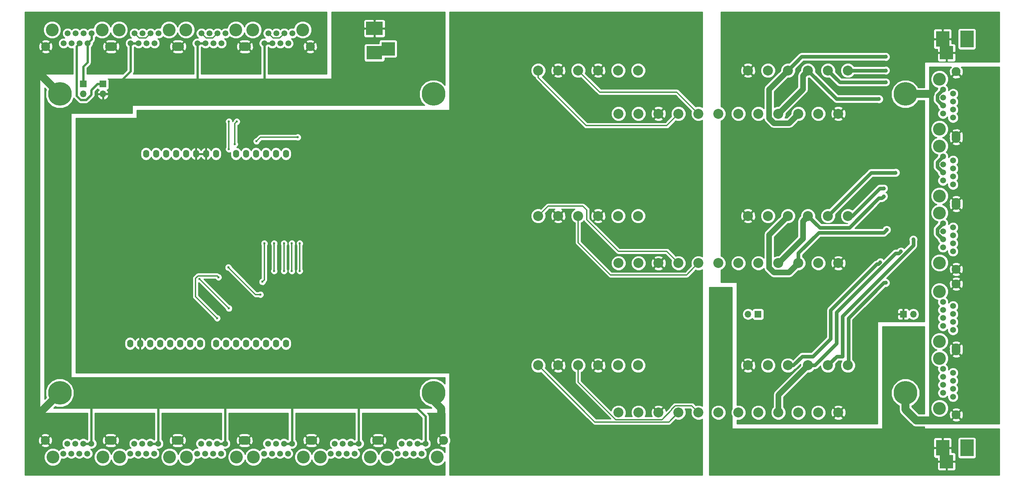
<source format=gbr>
G04 #@! TF.FileFunction,Copper,L2,Bot,Signal*
%FSLAX46Y46*%
G04 Gerber Fmt 4.6, Leading zero omitted, Abs format (unit mm)*
G04 Created by KiCad (PCBNEW 4.0.5-e0-6337~49~ubuntu16.04.1) date Mon Feb 20 15:27:01 2017*
%MOMM*%
%LPD*%
G01*
G04 APERTURE LIST*
%ADD10C,0.100000*%
%ADD11C,2.286000*%
%ADD12C,1.501140*%
%ADD13C,3.251200*%
%ADD14O,1.524000X2.032000*%
%ADD15C,2.540000*%
%ADD16R,1.700000X1.700000*%
%ADD17O,1.700000X1.700000*%
%ADD18R,3.400000X3.400000*%
%ADD19R,4.200000X3.400000*%
%ADD20R,4.000000X3.400000*%
%ADD21R,3.400000X4.200000*%
%ADD22R,3.400000X4.000000*%
%ADD23C,6.000000*%
%ADD24C,0.600000*%
%ADD25C,1.000000*%
%ADD26C,0.300000*%
%ADD27C,0.600000*%
%ADD28C,0.900000*%
%ADD29C,1.400000*%
%ADD30C,2.000000*%
%ADD31C,0.254000*%
G04 APERTURE END LIST*
D10*
D11*
X256908800Y-76583000D03*
D12*
X253556000Y-64899000D03*
X253556000Y-66931000D03*
X253556000Y-68963000D03*
X253556000Y-70995000D03*
X256096000Y-67947000D03*
X256096000Y-69979000D03*
X256096000Y-65915000D03*
X256096000Y-72011000D03*
D13*
X252667000Y-62232000D03*
X252667000Y-74932000D03*
D11*
X256908800Y-60327000D03*
X256908800Y-113583000D03*
D12*
X253556000Y-101899000D03*
X253556000Y-103931000D03*
X253556000Y-105963000D03*
X253556000Y-107995000D03*
X256096000Y-104947000D03*
X256096000Y-106979000D03*
X256096000Y-102915000D03*
X256096000Y-109011000D03*
D13*
X252667000Y-99232000D03*
X252667000Y-111932000D03*
D11*
X256908800Y-97327000D03*
X76417000Y-36908800D03*
D12*
X88101000Y-33556000D03*
X86069000Y-33556000D03*
X84037000Y-33556000D03*
X82005000Y-33556000D03*
X85053000Y-36096000D03*
X83021000Y-36096000D03*
X87085000Y-36096000D03*
X80989000Y-36096000D03*
D13*
X90768000Y-32667000D03*
X78068000Y-32667000D03*
D11*
X92673000Y-36908800D03*
X92583000Y-137091200D03*
D12*
X80899000Y-140444000D03*
X82931000Y-140444000D03*
X84963000Y-140444000D03*
X86995000Y-140444000D03*
X83947000Y-137904000D03*
X85979000Y-137904000D03*
X81915000Y-137904000D03*
X88011000Y-137904000D03*
D13*
X78232000Y-141333000D03*
X90932000Y-141333000D03*
D11*
X76327000Y-137091200D03*
X41583000Y-137091200D03*
D12*
X29899000Y-140444000D03*
X31931000Y-140444000D03*
X33963000Y-140444000D03*
X35995000Y-140444000D03*
X32947000Y-137904000D03*
X34979000Y-137904000D03*
X30915000Y-137904000D03*
X37011000Y-137904000D03*
D13*
X27232000Y-141333000D03*
X39932000Y-141333000D03*
D11*
X25327000Y-137091200D03*
X58583000Y-137091200D03*
D12*
X46899000Y-140444000D03*
X48931000Y-140444000D03*
X50963000Y-140444000D03*
X52995000Y-140444000D03*
X49947000Y-137904000D03*
X51979000Y-137904000D03*
X47915000Y-137904000D03*
X54011000Y-137904000D03*
D13*
X44232000Y-141333000D03*
X56932000Y-141333000D03*
D11*
X42327000Y-137091200D03*
D14*
X50940000Y-64200000D03*
X53480000Y-64200000D03*
X56020000Y-64200000D03*
X58560000Y-64200000D03*
X61100000Y-64200000D03*
X63640000Y-64200000D03*
X66180000Y-64200000D03*
X68720000Y-64200000D03*
X73800000Y-64200000D03*
X76340000Y-64200000D03*
X78880000Y-64200000D03*
X81420000Y-64200000D03*
X83960000Y-64200000D03*
X86500000Y-64200000D03*
X86500000Y-112460000D03*
X83960000Y-112460000D03*
X81420000Y-112460000D03*
X78880000Y-112460000D03*
X76340000Y-112460000D03*
X73800000Y-112460000D03*
X71260000Y-112460000D03*
X68720000Y-112460000D03*
X64656000Y-112460000D03*
X62116000Y-112460000D03*
X59576000Y-112460000D03*
X57036000Y-112460000D03*
X54496000Y-112460000D03*
X51956000Y-112460000D03*
X49416000Y-112460000D03*
X46876000Y-112460000D03*
D15*
X229370000Y-118000000D03*
X224290000Y-118000000D03*
X219210000Y-118000000D03*
X214130000Y-118000000D03*
X209050000Y-118000000D03*
X203970000Y-118000000D03*
X176030000Y-118000000D03*
X170950000Y-118000000D03*
X165870000Y-118000000D03*
X160790000Y-118000000D03*
X155710000Y-118000000D03*
X150630000Y-118000000D03*
X226940000Y-54000000D03*
X221860000Y-54000000D03*
X216780000Y-54000000D03*
X211700000Y-54000000D03*
X206620000Y-54000000D03*
X201540000Y-54000000D03*
X196460000Y-54000000D03*
X191380000Y-54000000D03*
X186300000Y-54000000D03*
X181220000Y-54000000D03*
X176140000Y-54000000D03*
X171060000Y-54000000D03*
X226940000Y-92000000D03*
X221860000Y-92000000D03*
X216780000Y-92000000D03*
X211700000Y-92000000D03*
X206620000Y-92000000D03*
X201540000Y-92000000D03*
X196460000Y-92000000D03*
X191380000Y-92000000D03*
X186300000Y-92000000D03*
X181220000Y-92000000D03*
X176140000Y-92000000D03*
X171060000Y-92000000D03*
X226940000Y-130000000D03*
X221860000Y-130000000D03*
X216780000Y-130000000D03*
X211700000Y-130000000D03*
X206620000Y-130000000D03*
X201540000Y-130000000D03*
X196460000Y-130000000D03*
X191380000Y-130000000D03*
X186300000Y-130000000D03*
X181220000Y-130000000D03*
X176140000Y-130000000D03*
X171060000Y-130000000D03*
X229370000Y-43000000D03*
X224290000Y-43000000D03*
X219210000Y-43000000D03*
X214130000Y-43000000D03*
X209050000Y-43000000D03*
X203970000Y-43000000D03*
X176030000Y-43000000D03*
X170950000Y-43000000D03*
X165870000Y-43000000D03*
X160790000Y-43000000D03*
X155710000Y-43000000D03*
X150630000Y-43000000D03*
X229370000Y-80000000D03*
X224290000Y-80000000D03*
X219210000Y-80000000D03*
X214130000Y-80000000D03*
X209050000Y-80000000D03*
X203970000Y-80000000D03*
X176030000Y-80000000D03*
X170950000Y-80000000D03*
X165870000Y-80000000D03*
X160790000Y-80000000D03*
X155710000Y-80000000D03*
X150630000Y-80000000D03*
D16*
X40000000Y-46460000D03*
D17*
X40000000Y-49000000D03*
D16*
X35000000Y-46460000D03*
D17*
X35000000Y-49000000D03*
D16*
X243460000Y-105000000D03*
D17*
X246000000Y-105000000D03*
D16*
X206540000Y-105000000D03*
D17*
X204000000Y-105000000D03*
D18*
X112500000Y-37500000D03*
D19*
X109000000Y-32300000D03*
D20*
X109000000Y-38500000D03*
D18*
X254450000Y-142500000D03*
D21*
X259650000Y-139000000D03*
D22*
X253450000Y-139000000D03*
D18*
X254450000Y-38500000D03*
D21*
X259650000Y-35000000D03*
D22*
X253450000Y-35000000D03*
D11*
X256908800Y-130583000D03*
D12*
X253556000Y-118899000D03*
X253556000Y-120931000D03*
X253556000Y-122963000D03*
X253556000Y-124995000D03*
X256096000Y-121947000D03*
X256096000Y-123979000D03*
X256096000Y-119915000D03*
X256096000Y-126011000D03*
D13*
X252667000Y-116232000D03*
X252667000Y-128932000D03*
D11*
X256908800Y-114327000D03*
X59417000Y-36908800D03*
D12*
X71101000Y-33556000D03*
X69069000Y-33556000D03*
X67037000Y-33556000D03*
X65005000Y-33556000D03*
X68053000Y-36096000D03*
X66021000Y-36096000D03*
X70085000Y-36096000D03*
X63989000Y-36096000D03*
D13*
X73768000Y-32667000D03*
X61068000Y-32667000D03*
D11*
X75673000Y-36908800D03*
X42417000Y-36908800D03*
D12*
X54101000Y-33556000D03*
X52069000Y-33556000D03*
X50037000Y-33556000D03*
X48005000Y-33556000D03*
X51053000Y-36096000D03*
X49021000Y-36096000D03*
X53085000Y-36096000D03*
X46989000Y-36096000D03*
D13*
X56768000Y-32667000D03*
X44068000Y-32667000D03*
D11*
X58673000Y-36908800D03*
X25417000Y-36908800D03*
D12*
X37101000Y-33556000D03*
X35069000Y-33556000D03*
X33037000Y-33556000D03*
X31005000Y-33556000D03*
X34053000Y-36096000D03*
X32021000Y-36096000D03*
X36085000Y-36096000D03*
X29989000Y-36096000D03*
D13*
X39768000Y-32667000D03*
X27068000Y-32667000D03*
D11*
X41673000Y-36908800D03*
X256908800Y-59583000D03*
D12*
X253556000Y-47899000D03*
X253556000Y-49931000D03*
X253556000Y-51963000D03*
X253556000Y-53995000D03*
X256096000Y-50947000D03*
X256096000Y-52979000D03*
X256096000Y-48915000D03*
X256096000Y-55011000D03*
D13*
X252667000Y-45232000D03*
X252667000Y-57932000D03*
D11*
X256908800Y-43327000D03*
X256908800Y-93583000D03*
D12*
X253556000Y-81899000D03*
X253556000Y-83931000D03*
X253556000Y-85963000D03*
X253556000Y-87995000D03*
X256096000Y-84947000D03*
X256096000Y-86979000D03*
X256096000Y-82915000D03*
X256096000Y-89011000D03*
D13*
X252667000Y-79232000D03*
X252667000Y-91932000D03*
D11*
X256908800Y-77327000D03*
X75583000Y-137091200D03*
D12*
X63899000Y-140444000D03*
X65931000Y-140444000D03*
X67963000Y-140444000D03*
X69995000Y-140444000D03*
X66947000Y-137904000D03*
X68979000Y-137904000D03*
X64915000Y-137904000D03*
X71011000Y-137904000D03*
D13*
X61232000Y-141333000D03*
X73932000Y-141333000D03*
D11*
X59327000Y-137091200D03*
X109583000Y-137091200D03*
D12*
X97899000Y-140444000D03*
X99931000Y-140444000D03*
X101963000Y-140444000D03*
X103995000Y-140444000D03*
X100947000Y-137904000D03*
X102979000Y-137904000D03*
X98915000Y-137904000D03*
X105011000Y-137904000D03*
D13*
X95232000Y-141333000D03*
X107932000Y-141333000D03*
D11*
X93327000Y-137091200D03*
X126583000Y-137091200D03*
D12*
X114899000Y-140444000D03*
X116931000Y-140444000D03*
X118963000Y-140444000D03*
X120995000Y-140444000D03*
X117947000Y-137904000D03*
X119979000Y-137904000D03*
X115915000Y-137904000D03*
X122011000Y-137904000D03*
D13*
X112232000Y-141333000D03*
X124932000Y-141333000D03*
D11*
X110327000Y-137091200D03*
D23*
X29000000Y-125000000D03*
X124000000Y-125000000D03*
X244000000Y-125000000D03*
X244000000Y-49000000D03*
X124000000Y-49000000D03*
X29000000Y-49000000D03*
D24*
X187500000Y-109500000D03*
X187500000Y-103000000D03*
X55000000Y-60500000D03*
X50000000Y-118000000D03*
X112500000Y-118000000D03*
X105500000Y-116000000D03*
X77000000Y-116500000D03*
X84500000Y-118000000D03*
X68500000Y-58000000D03*
X57000000Y-118000000D03*
X84000000Y-58000000D03*
X83500000Y-94000000D03*
X83500000Y-86999980D03*
X86000000Y-94000000D03*
X86000014Y-87000000D03*
X88000000Y-94000000D03*
X88000000Y-87000000D03*
X90000000Y-94000000D03*
X90000000Y-87000000D03*
X71844667Y-93094657D03*
X71999988Y-63000000D03*
X72000000Y-56000000D03*
X80000000Y-100000000D03*
X79000000Y-61000000D03*
X89500000Y-60000000D03*
X80500000Y-96750010D03*
X81000000Y-87000000D03*
X72000000Y-103500014D03*
X64500000Y-96000000D03*
X73500000Y-61750010D03*
X69344667Y-95594657D03*
X69000000Y-106000000D03*
X74000000Y-56000000D03*
D25*
X239000000Y-39500000D03*
X237250000Y-50250000D03*
X239000000Y-46000000D03*
X239000000Y-43000000D03*
X239250000Y-83500000D03*
X238500000Y-75000000D03*
X241500000Y-68999992D03*
X238500000Y-73000000D03*
X237608025Y-91765615D03*
X242849990Y-89000000D03*
X246000000Y-86000000D03*
X239000000Y-97000000D03*
X246250000Y-115250000D03*
X246000000Y-113000000D03*
D26*
X83500000Y-86999980D02*
X83500000Y-94000000D01*
X86000014Y-93999986D02*
X86000000Y-94000000D01*
X86000014Y-87000000D02*
X86000014Y-93999986D01*
X88000000Y-87000000D02*
X88000000Y-94000000D01*
X90000000Y-87000000D02*
X90000000Y-94000000D01*
X72144666Y-93394656D02*
X71844667Y-93094657D01*
X78750010Y-100000000D02*
X72144666Y-93394656D01*
X80000000Y-100000000D02*
X78750010Y-100000000D01*
X72000000Y-62999988D02*
X71999988Y-63000000D01*
X72000000Y-56000000D02*
X72000000Y-62999988D01*
X89500000Y-60000000D02*
X80000000Y-60000000D01*
X80000000Y-60000000D02*
X79000000Y-61000000D01*
X81000000Y-87000000D02*
X81000000Y-96250010D01*
X81000000Y-96250010D02*
X80799999Y-96450011D01*
X80799999Y-96450011D02*
X80500000Y-96750010D01*
X72000000Y-103500014D02*
X64500000Y-96000014D01*
X64500000Y-96000014D02*
X64500000Y-96000000D01*
X73500000Y-61325746D02*
X73500000Y-61750010D01*
X74000000Y-56000000D02*
X73500000Y-56500000D01*
X73500000Y-56500000D02*
X73500000Y-61325746D01*
X69044668Y-95294658D02*
X69344667Y-95594657D01*
X69000009Y-95249999D02*
X69044668Y-95294658D01*
X64139999Y-95249999D02*
X69000009Y-95249999D01*
X69000000Y-106000000D02*
X63500000Y-100500000D01*
X63500000Y-100500000D02*
X63500000Y-95889998D01*
X63500000Y-95889998D02*
X64139999Y-95249999D01*
X150630000Y-43000000D02*
X150630000Y-44796051D01*
X150630000Y-44796051D02*
X162833949Y-57000000D01*
X162833949Y-57000000D02*
X183300000Y-57000000D01*
X185030001Y-55269999D02*
X186300000Y-54000000D01*
X183300000Y-57000000D02*
X185030001Y-55269999D01*
X150630000Y-80000000D02*
X153130000Y-77500000D01*
X153130000Y-77500000D02*
X162000000Y-77500000D01*
X163000000Y-81000000D02*
X171000000Y-89000000D01*
X183300000Y-89000000D02*
X186300000Y-92000000D01*
X162000000Y-77500000D02*
X163000000Y-78500000D01*
X163000000Y-78500000D02*
X163000000Y-81000000D01*
X171000000Y-89000000D02*
X183300000Y-89000000D01*
X183879988Y-132420012D02*
X186300000Y-130000000D01*
X165050012Y-132420012D02*
X183879988Y-132420012D01*
X150630000Y-118000000D02*
X165050012Y-132420012D01*
X160790000Y-43000000D02*
X166290000Y-48500000D01*
X166290000Y-48500000D02*
X185880000Y-48500000D01*
X185880000Y-48500000D02*
X190110001Y-52730001D01*
X190110001Y-52730001D02*
X191380000Y-54000000D01*
X160790000Y-80000000D02*
X160790000Y-86790000D01*
X160790000Y-86790000D02*
X169000000Y-95000000D01*
X169000000Y-95000000D02*
X188380000Y-95000000D01*
X188380000Y-95000000D02*
X190110001Y-93269999D01*
X190110001Y-93269999D02*
X191380000Y-92000000D01*
X182093601Y-131820001D02*
X184579999Y-129333603D01*
X160790000Y-118000000D02*
X160790000Y-122275602D01*
X170334399Y-131820001D02*
X182093601Y-131820001D01*
X160790000Y-122275602D02*
X170334399Y-131820001D01*
X184579999Y-129333603D02*
X184579999Y-129174399D01*
X184579999Y-129174399D02*
X185474399Y-128279999D01*
X185474399Y-128279999D02*
X189659999Y-128279999D01*
X189659999Y-128279999D02*
X191380000Y-130000000D01*
D27*
X37000000Y-49146002D02*
X37000000Y-48010000D01*
X37000000Y-48010000D02*
X38550000Y-46460000D01*
X38550000Y-46460000D02*
X40000000Y-46460000D01*
X34053000Y-36096000D02*
X33302431Y-36846569D01*
X33302431Y-36846569D02*
X33302431Y-49448433D01*
X33302431Y-49448433D02*
X34303999Y-50450001D01*
X34303999Y-50450001D02*
X35696001Y-50450001D01*
X35696001Y-50450001D02*
X37000000Y-49146002D01*
X36085000Y-36096000D02*
X37101000Y-35080000D01*
X37101000Y-35080000D02*
X37101000Y-33556000D01*
X36085000Y-40915000D02*
X35000000Y-42000000D01*
X35000000Y-42000000D02*
X35000000Y-46460000D01*
X36085000Y-36096000D02*
X36085000Y-40915000D01*
D28*
X217630000Y-39500000D02*
X238292894Y-39500000D01*
X238292894Y-39500000D02*
X239000000Y-39500000D01*
X214130000Y-43000000D02*
X217630000Y-39500000D01*
D29*
X214409999Y-56370001D02*
X216780000Y-54000000D01*
X209329999Y-55137601D02*
X210562399Y-56370001D01*
X209329999Y-47800001D02*
X209329999Y-55137601D01*
X214130000Y-43000000D02*
X209329999Y-47800001D01*
X210562399Y-56370001D02*
X214409999Y-56370001D01*
D28*
X236542894Y-50250000D02*
X237250000Y-50250000D01*
X226460000Y-50250000D02*
X236542894Y-50250000D01*
X219210000Y-43000000D02*
X226460000Y-50250000D01*
D29*
X219210000Y-43000000D02*
X217940001Y-44269999D01*
X217940001Y-44269999D02*
X217940001Y-47759999D01*
X217940001Y-47759999D02*
X211700000Y-54000000D01*
D28*
X253556000Y-47899000D02*
X252155429Y-49299571D01*
X252155429Y-49299571D02*
X252155429Y-50562429D01*
X252155429Y-50562429D02*
X252805431Y-51212431D01*
X252805431Y-51212431D02*
X253556000Y-51963000D01*
X224290000Y-43000000D02*
X227290000Y-46000000D01*
X227290000Y-46000000D02*
X229528398Y-46000000D01*
X229528398Y-46000000D02*
X239000000Y-46000000D01*
X229370000Y-43000000D02*
X239000000Y-43000000D01*
X216780000Y-92000000D02*
X216780000Y-89470000D01*
X216780000Y-89470000D02*
X222000000Y-84250000D01*
X222000000Y-84250000D02*
X238500000Y-84250000D01*
X238500000Y-84250000D02*
X238750001Y-83999999D01*
X238750001Y-83999999D02*
X239250000Y-83500000D01*
D29*
X214409999Y-94370001D02*
X216780000Y-92000000D01*
X209329999Y-84800001D02*
X209329999Y-93137601D01*
X210562399Y-94370001D02*
X214409999Y-94370001D01*
X209329999Y-93137601D02*
X210562399Y-94370001D01*
X214130000Y-80000000D02*
X209329999Y-84800001D01*
D28*
X219210000Y-80000000D02*
X222210000Y-83000000D01*
X222210000Y-83000000D02*
X229750000Y-83000000D01*
X229750000Y-83000000D02*
X237250001Y-75499999D01*
X237250001Y-75499999D02*
X238000001Y-75499999D01*
X238000001Y-75499999D02*
X238500000Y-75000000D01*
D29*
X219210000Y-80000000D02*
X217940001Y-81269999D01*
X217940001Y-81269999D02*
X217940001Y-85759999D01*
X217940001Y-85759999D02*
X211700000Y-92000000D01*
D28*
X240792894Y-68999992D02*
X241500000Y-68999992D01*
X235290008Y-68999992D02*
X240792894Y-68999992D01*
X224290000Y-80000000D02*
X235290008Y-68999992D01*
X253556000Y-64899000D02*
X252155429Y-66299571D01*
X252155429Y-66299571D02*
X252155429Y-67562429D01*
X252155429Y-67562429D02*
X252805431Y-68212431D01*
X252805431Y-68212431D02*
X253556000Y-68963000D01*
X229370000Y-80000000D02*
X230500000Y-80000000D01*
X230500000Y-80000000D02*
X237500000Y-73000000D01*
X237500000Y-73000000D02*
X237792894Y-73000000D01*
X237792894Y-73000000D02*
X238500000Y-73000000D01*
X214130000Y-118000000D02*
X215500000Y-118000000D01*
X215500000Y-118000000D02*
X217750000Y-115750000D01*
X217750000Y-115750000D02*
X220500000Y-115750000D01*
X237108026Y-92265614D02*
X237608025Y-91765615D01*
X220500000Y-115750000D02*
X225000000Y-111250000D01*
X225000000Y-111250000D02*
X225000000Y-104000000D01*
X225000000Y-104000000D02*
X236734386Y-92265614D01*
X236734386Y-92265614D02*
X237108026Y-92265614D01*
D29*
X214130000Y-118000000D02*
X214000000Y-118130000D01*
D28*
X219210000Y-118000000D02*
X221000000Y-118000000D01*
X226500000Y-104500000D02*
X241500001Y-89499999D01*
X221000000Y-118000000D02*
X226500000Y-112500000D01*
X226500000Y-112500000D02*
X226500000Y-104500000D01*
X241500001Y-89499999D02*
X242349991Y-89499999D01*
X242349991Y-89499999D02*
X242849990Y-89000000D01*
D29*
X219210000Y-118000000D02*
X211700000Y-125510000D01*
X211700000Y-125510000D02*
X211700000Y-130000000D01*
D28*
X224290000Y-118000000D02*
X226540000Y-115750000D01*
X226540000Y-115750000D02*
X228000000Y-115750000D01*
X228000000Y-115750000D02*
X228000000Y-105500000D01*
X228000000Y-105500000D02*
X246000000Y-87500000D01*
X246000000Y-87500000D02*
X246000000Y-86707106D01*
X246000000Y-86707106D02*
X246000000Y-86000000D01*
X253556000Y-85963000D02*
X252155429Y-84562429D01*
X252155429Y-84562429D02*
X252155429Y-83299571D01*
X252155429Y-83299571D02*
X252805431Y-82649569D01*
X252805431Y-82649569D02*
X253556000Y-81899000D01*
X229370000Y-118000000D02*
X229500000Y-117870000D01*
X229500000Y-117870000D02*
X229500000Y-106000000D01*
X229500000Y-106000000D02*
X238500000Y-97000000D01*
X238500000Y-97000000D02*
X239000000Y-97000000D01*
D30*
X246757360Y-132000000D02*
X252000000Y-132000000D01*
X244000000Y-125000000D02*
X244000000Y-129242640D01*
X244000000Y-129242640D02*
X246757360Y-132000000D01*
X124000000Y-125000000D02*
X124000000Y-127000000D01*
X124000000Y-127000000D02*
X126000000Y-129000000D01*
X126000000Y-129000000D02*
X126000000Y-131000000D01*
X29000000Y-49000000D02*
X24000000Y-44000000D01*
X244000000Y-49000000D02*
X250405419Y-49000000D01*
X29000000Y-125000000D02*
X23000000Y-131000000D01*
D27*
X122011000Y-137904000D02*
X122011000Y-131011000D01*
X122011000Y-131011000D02*
X118500000Y-127500000D01*
X80989000Y-36096000D02*
X83021000Y-36096000D01*
X80989000Y-36096000D02*
X80989000Y-45989000D01*
X63989000Y-36096000D02*
X66021000Y-36096000D01*
X63989000Y-36096000D02*
X63989000Y-44989000D01*
X46989000Y-36096000D02*
X49021000Y-36096000D01*
X46989000Y-36096000D02*
X46989000Y-43213081D01*
X46989000Y-43213081D02*
X41202081Y-49000000D01*
X41202081Y-49000000D02*
X40000000Y-49000000D01*
X37011000Y-137904000D02*
X37011000Y-128011000D01*
X34979000Y-137904000D02*
X37011000Y-137904000D01*
X54011000Y-137904000D02*
X54011000Y-128011000D01*
X51979000Y-137904000D02*
X54011000Y-137904000D01*
X71011000Y-137904000D02*
X71011000Y-128011000D01*
X68979000Y-137904000D02*
X71011000Y-137904000D01*
X88011000Y-137904000D02*
X88011000Y-128011000D01*
X85979000Y-137904000D02*
X88011000Y-137904000D01*
X105011000Y-137904000D02*
X105011000Y-128011000D01*
X102979000Y-137904000D02*
X105011000Y-137904000D01*
X119979000Y-137904000D02*
X122011000Y-137904000D01*
D26*
X82005000Y-33556000D02*
X83205571Y-34756571D01*
X83205571Y-34756571D02*
X84868429Y-34756571D01*
X85318431Y-34306569D02*
X86069000Y-33556000D01*
X84868429Y-34756571D02*
X85318431Y-34306569D01*
X65005000Y-33556000D02*
X66205571Y-34756571D01*
X66205571Y-34756571D02*
X67868429Y-34756571D01*
X67868429Y-34756571D02*
X68318431Y-34306569D01*
X68318431Y-34306569D02*
X69069000Y-33556000D01*
X48005000Y-33556000D02*
X49205571Y-34756571D01*
X49205571Y-34756571D02*
X50868429Y-34756571D01*
X50868429Y-34756571D02*
X51318431Y-34306569D01*
X51318431Y-34306569D02*
X52069000Y-33556000D01*
D31*
G36*
X192373000Y-52349626D02*
X191760590Y-52095332D01*
X191002735Y-52094670D01*
X190707016Y-52216858D01*
X186435079Y-47944921D01*
X186180407Y-47774755D01*
X185880000Y-47715000D01*
X166615158Y-47715000D01*
X163247935Y-44347777D01*
X164701828Y-44347777D01*
X164833520Y-44642657D01*
X165541036Y-44914261D01*
X166298632Y-44894436D01*
X166906480Y-44642657D01*
X167038172Y-44347777D01*
X165870000Y-43179605D01*
X164701828Y-44347777D01*
X163247935Y-44347777D01*
X162573222Y-43673064D01*
X162694668Y-43380590D01*
X162695287Y-42671036D01*
X163955739Y-42671036D01*
X163975564Y-43428632D01*
X164227343Y-44036480D01*
X164522223Y-44168172D01*
X165690395Y-43000000D01*
X166049605Y-43000000D01*
X167217777Y-44168172D01*
X167512657Y-44036480D01*
X167765719Y-43377265D01*
X169044670Y-43377265D01*
X169334078Y-44077686D01*
X169869495Y-44614039D01*
X170569410Y-44904668D01*
X171327265Y-44905330D01*
X172027686Y-44615922D01*
X172564039Y-44080505D01*
X172854668Y-43380590D01*
X172854670Y-43377265D01*
X174124670Y-43377265D01*
X174414078Y-44077686D01*
X174949495Y-44614039D01*
X175649410Y-44904668D01*
X176407265Y-44905330D01*
X177107686Y-44615922D01*
X177644039Y-44080505D01*
X177934668Y-43380590D01*
X177935330Y-42622735D01*
X177645922Y-41922314D01*
X177110505Y-41385961D01*
X176410590Y-41095332D01*
X175652735Y-41094670D01*
X174952314Y-41384078D01*
X174415961Y-41919495D01*
X174125332Y-42619410D01*
X174124670Y-43377265D01*
X172854670Y-43377265D01*
X172855330Y-42622735D01*
X172565922Y-41922314D01*
X172030505Y-41385961D01*
X171330590Y-41095332D01*
X170572735Y-41094670D01*
X169872314Y-41384078D01*
X169335961Y-41919495D01*
X169045332Y-42619410D01*
X169044670Y-43377265D01*
X167765719Y-43377265D01*
X167784261Y-43328964D01*
X167764436Y-42571368D01*
X167512657Y-41963520D01*
X167217777Y-41831828D01*
X166049605Y-43000000D01*
X165690395Y-43000000D01*
X164522223Y-41831828D01*
X164227343Y-41963520D01*
X163955739Y-42671036D01*
X162695287Y-42671036D01*
X162695330Y-42622735D01*
X162405922Y-41922314D01*
X162136303Y-41652223D01*
X164701828Y-41652223D01*
X165870000Y-42820395D01*
X167038172Y-41652223D01*
X166906480Y-41357343D01*
X166198964Y-41085739D01*
X165441368Y-41105564D01*
X164833520Y-41357343D01*
X164701828Y-41652223D01*
X162136303Y-41652223D01*
X161870505Y-41385961D01*
X161170590Y-41095332D01*
X160412735Y-41094670D01*
X159712314Y-41384078D01*
X159175961Y-41919495D01*
X158885332Y-42619410D01*
X158884670Y-43377265D01*
X159174078Y-44077686D01*
X159709495Y-44614039D01*
X160409410Y-44904668D01*
X161167265Y-44905330D01*
X161462984Y-44783142D01*
X165734921Y-49055079D01*
X165989594Y-49225245D01*
X166290000Y-49285001D01*
X166290005Y-49285000D01*
X185554842Y-49285000D01*
X189596778Y-53326936D01*
X189475332Y-53619410D01*
X189474670Y-54377265D01*
X189764078Y-55077686D01*
X190299495Y-55614039D01*
X190999410Y-55904668D01*
X191757265Y-55905330D01*
X192373000Y-55650914D01*
X192373000Y-90349626D01*
X191760590Y-90095332D01*
X191002735Y-90094670D01*
X190302314Y-90384078D01*
X189765961Y-90919495D01*
X189475332Y-91619410D01*
X189474670Y-92377265D01*
X189596858Y-92672984D01*
X188054842Y-94215000D01*
X169325158Y-94215000D01*
X167487423Y-92377265D01*
X169154670Y-92377265D01*
X169444078Y-93077686D01*
X169979495Y-93614039D01*
X170679410Y-93904668D01*
X171437265Y-93905330D01*
X172137686Y-93615922D01*
X172674039Y-93080505D01*
X172964668Y-92380590D01*
X172964670Y-92377265D01*
X174234670Y-92377265D01*
X174524078Y-93077686D01*
X175059495Y-93614039D01*
X175759410Y-93904668D01*
X176517265Y-93905330D01*
X177217686Y-93615922D01*
X177486299Y-93347777D01*
X180051828Y-93347777D01*
X180183520Y-93642657D01*
X180891036Y-93914261D01*
X181648632Y-93894436D01*
X182256480Y-93642657D01*
X182388172Y-93347777D01*
X181220000Y-92179605D01*
X180051828Y-93347777D01*
X177486299Y-93347777D01*
X177754039Y-93080505D01*
X178044668Y-92380590D01*
X178045287Y-91671036D01*
X179305739Y-91671036D01*
X179325564Y-92428632D01*
X179577343Y-93036480D01*
X179872223Y-93168172D01*
X181040395Y-92000000D01*
X181399605Y-92000000D01*
X182567777Y-93168172D01*
X182862657Y-93036480D01*
X183134261Y-92328964D01*
X183114436Y-91571368D01*
X182862657Y-90963520D01*
X182567777Y-90831828D01*
X181399605Y-92000000D01*
X181040395Y-92000000D01*
X179872223Y-90831828D01*
X179577343Y-90963520D01*
X179305739Y-91671036D01*
X178045287Y-91671036D01*
X178045330Y-91622735D01*
X177755922Y-90922314D01*
X177486303Y-90652223D01*
X180051828Y-90652223D01*
X181220000Y-91820395D01*
X182388172Y-90652223D01*
X182256480Y-90357343D01*
X181548964Y-90085739D01*
X180791368Y-90105564D01*
X180183520Y-90357343D01*
X180051828Y-90652223D01*
X177486303Y-90652223D01*
X177220505Y-90385961D01*
X176520590Y-90095332D01*
X175762735Y-90094670D01*
X175062314Y-90384078D01*
X174525961Y-90919495D01*
X174235332Y-91619410D01*
X174234670Y-92377265D01*
X172964670Y-92377265D01*
X172965330Y-91622735D01*
X172675922Y-90922314D01*
X172140505Y-90385961D01*
X171440590Y-90095332D01*
X170682735Y-90094670D01*
X169982314Y-90384078D01*
X169445961Y-90919495D01*
X169155332Y-91619410D01*
X169154670Y-92377265D01*
X167487423Y-92377265D01*
X161575000Y-86464842D01*
X161575000Y-81736857D01*
X161867686Y-81615922D01*
X162259679Y-81224613D01*
X162274755Y-81300407D01*
X162444921Y-81555079D01*
X170444919Y-89555076D01*
X170444921Y-89555079D01*
X170699594Y-89725245D01*
X171000000Y-89785000D01*
X182974842Y-89785000D01*
X184516778Y-91326936D01*
X184395332Y-91619410D01*
X184394670Y-92377265D01*
X184684078Y-93077686D01*
X185219495Y-93614039D01*
X185919410Y-93904668D01*
X186677265Y-93905330D01*
X187377686Y-93615922D01*
X187914039Y-93080505D01*
X188204668Y-92380590D01*
X188205330Y-91622735D01*
X187915922Y-90922314D01*
X187380505Y-90385961D01*
X186680590Y-90095332D01*
X185922735Y-90094670D01*
X185627016Y-90216858D01*
X183855079Y-88444921D01*
X183600407Y-88274755D01*
X183300000Y-88215000D01*
X171325157Y-88215000D01*
X164457935Y-81347777D01*
X164701828Y-81347777D01*
X164833520Y-81642657D01*
X165541036Y-81914261D01*
X166298632Y-81894436D01*
X166906480Y-81642657D01*
X167038172Y-81347777D01*
X165870000Y-80179605D01*
X164701828Y-81347777D01*
X164457935Y-81347777D01*
X163785000Y-80674842D01*
X163785000Y-79671036D01*
X163955739Y-79671036D01*
X163975564Y-80428632D01*
X164227343Y-81036480D01*
X164522223Y-81168172D01*
X165690395Y-80000000D01*
X166049605Y-80000000D01*
X167217777Y-81168172D01*
X167512657Y-81036480D01*
X167765719Y-80377265D01*
X169044670Y-80377265D01*
X169334078Y-81077686D01*
X169869495Y-81614039D01*
X170569410Y-81904668D01*
X171327265Y-81905330D01*
X172027686Y-81615922D01*
X172564039Y-81080505D01*
X172854668Y-80380590D01*
X172854670Y-80377265D01*
X174124670Y-80377265D01*
X174414078Y-81077686D01*
X174949495Y-81614039D01*
X175649410Y-81904668D01*
X176407265Y-81905330D01*
X177107686Y-81615922D01*
X177644039Y-81080505D01*
X177934668Y-80380590D01*
X177935330Y-79622735D01*
X177645922Y-78922314D01*
X177110505Y-78385961D01*
X176410590Y-78095332D01*
X175652735Y-78094670D01*
X174952314Y-78384078D01*
X174415961Y-78919495D01*
X174125332Y-79619410D01*
X174124670Y-80377265D01*
X172854670Y-80377265D01*
X172855330Y-79622735D01*
X172565922Y-78922314D01*
X172030505Y-78385961D01*
X171330590Y-78095332D01*
X170572735Y-78094670D01*
X169872314Y-78384078D01*
X169335961Y-78919495D01*
X169045332Y-79619410D01*
X169044670Y-80377265D01*
X167765719Y-80377265D01*
X167784261Y-80328964D01*
X167764436Y-79571368D01*
X167512657Y-78963520D01*
X167217777Y-78831828D01*
X166049605Y-80000000D01*
X165690395Y-80000000D01*
X164522223Y-78831828D01*
X164227343Y-78963520D01*
X163955739Y-79671036D01*
X163785000Y-79671036D01*
X163785000Y-78652223D01*
X164701828Y-78652223D01*
X165870000Y-79820395D01*
X167038172Y-78652223D01*
X166906480Y-78357343D01*
X166198964Y-78085739D01*
X165441368Y-78105564D01*
X164833520Y-78357343D01*
X164701828Y-78652223D01*
X163785000Y-78652223D01*
X163785000Y-78500005D01*
X163785001Y-78500000D01*
X163725245Y-78199594D01*
X163555079Y-77944921D01*
X162555079Y-76944921D01*
X162300407Y-76774755D01*
X162000000Y-76715000D01*
X153130000Y-76715000D01*
X152829594Y-76774755D01*
X152574921Y-76944921D01*
X151303064Y-78216778D01*
X151010590Y-78095332D01*
X150252735Y-78094670D01*
X149552314Y-78384078D01*
X149015961Y-78919495D01*
X148725332Y-79619410D01*
X148724670Y-80377265D01*
X149014078Y-81077686D01*
X149549495Y-81614039D01*
X150249410Y-81904668D01*
X151007265Y-81905330D01*
X151707686Y-81615922D01*
X151976299Y-81347777D01*
X154541828Y-81347777D01*
X154673520Y-81642657D01*
X155381036Y-81914261D01*
X156138632Y-81894436D01*
X156746480Y-81642657D01*
X156878172Y-81347777D01*
X155710000Y-80179605D01*
X154541828Y-81347777D01*
X151976299Y-81347777D01*
X152244039Y-81080505D01*
X152534668Y-80380590D01*
X152535287Y-79671036D01*
X153795739Y-79671036D01*
X153815564Y-80428632D01*
X154067343Y-81036480D01*
X154362223Y-81168172D01*
X155530395Y-80000000D01*
X155889605Y-80000000D01*
X157057777Y-81168172D01*
X157352657Y-81036480D01*
X157624261Y-80328964D01*
X157604436Y-79571368D01*
X157352657Y-78963520D01*
X157057777Y-78831828D01*
X155889605Y-80000000D01*
X155530395Y-80000000D01*
X154362223Y-78831828D01*
X154067343Y-78963520D01*
X153795739Y-79671036D01*
X152535287Y-79671036D01*
X152535330Y-79622735D01*
X152413142Y-79327016D01*
X153455158Y-78285000D01*
X154848171Y-78285000D01*
X154673520Y-78357343D01*
X154541828Y-78652223D01*
X155710000Y-79820395D01*
X156878172Y-78652223D01*
X156746480Y-78357343D01*
X156558030Y-78285000D01*
X159952101Y-78285000D01*
X159712314Y-78384078D01*
X159175961Y-78919495D01*
X158885332Y-79619410D01*
X158884670Y-80377265D01*
X159174078Y-81077686D01*
X159709495Y-81614039D01*
X160005000Y-81736743D01*
X160005000Y-86790000D01*
X160064755Y-87090407D01*
X160234921Y-87345079D01*
X168444921Y-95555079D01*
X168699593Y-95725245D01*
X169000000Y-95785000D01*
X188380000Y-95785000D01*
X188680407Y-95725245D01*
X188935079Y-95555079D01*
X190706936Y-93783222D01*
X190999410Y-93904668D01*
X191757265Y-93905330D01*
X192373000Y-93650914D01*
X192373000Y-128349626D01*
X191760590Y-128095332D01*
X191002735Y-128094670D01*
X190707016Y-128216858D01*
X190215078Y-127724920D01*
X189960406Y-127554754D01*
X189659999Y-127494999D01*
X185474404Y-127494999D01*
X185474399Y-127494998D01*
X185173993Y-127554754D01*
X184919320Y-127724920D01*
X184024920Y-128619320D01*
X183854754Y-128873992D01*
X183854754Y-128873993D01*
X183836206Y-128967238D01*
X183117436Y-129686008D01*
X183114436Y-129571368D01*
X182862657Y-128963520D01*
X182567777Y-128831828D01*
X181399605Y-130000000D01*
X181413748Y-130014143D01*
X181234143Y-130193748D01*
X181220000Y-130179605D01*
X181205858Y-130193748D01*
X181026253Y-130014143D01*
X181040395Y-130000000D01*
X179872223Y-128831828D01*
X179577343Y-128963520D01*
X179305739Y-129671036D01*
X179325564Y-130428632D01*
X179576730Y-131035001D01*
X177772934Y-131035001D01*
X178044668Y-130380590D01*
X178045330Y-129622735D01*
X177755922Y-128922314D01*
X177486303Y-128652223D01*
X180051828Y-128652223D01*
X181220000Y-129820395D01*
X182388172Y-128652223D01*
X182256480Y-128357343D01*
X181548964Y-128085739D01*
X180791368Y-128105564D01*
X180183520Y-128357343D01*
X180051828Y-128652223D01*
X177486303Y-128652223D01*
X177220505Y-128385961D01*
X176520590Y-128095332D01*
X175762735Y-128094670D01*
X175062314Y-128384078D01*
X174525961Y-128919495D01*
X174235332Y-129619410D01*
X174234670Y-130377265D01*
X174506441Y-131035001D01*
X172692934Y-131035001D01*
X172964668Y-130380590D01*
X172965330Y-129622735D01*
X172675922Y-128922314D01*
X172140505Y-128385961D01*
X171440590Y-128095332D01*
X170682735Y-128094670D01*
X169982314Y-128384078D01*
X169445961Y-128919495D01*
X169181337Y-129556782D01*
X161575000Y-121950444D01*
X161575000Y-119736857D01*
X161867686Y-119615922D01*
X162136299Y-119347777D01*
X164701828Y-119347777D01*
X164833520Y-119642657D01*
X165541036Y-119914261D01*
X166298632Y-119894436D01*
X166906480Y-119642657D01*
X167038172Y-119347777D01*
X165870000Y-118179605D01*
X164701828Y-119347777D01*
X162136299Y-119347777D01*
X162404039Y-119080505D01*
X162694668Y-118380590D01*
X162695287Y-117671036D01*
X163955739Y-117671036D01*
X163975564Y-118428632D01*
X164227343Y-119036480D01*
X164522223Y-119168172D01*
X165690395Y-118000000D01*
X166049605Y-118000000D01*
X167217777Y-119168172D01*
X167512657Y-119036480D01*
X167765719Y-118377265D01*
X169044670Y-118377265D01*
X169334078Y-119077686D01*
X169869495Y-119614039D01*
X170569410Y-119904668D01*
X171327265Y-119905330D01*
X172027686Y-119615922D01*
X172564039Y-119080505D01*
X172854668Y-118380590D01*
X172854670Y-118377265D01*
X174124670Y-118377265D01*
X174414078Y-119077686D01*
X174949495Y-119614039D01*
X175649410Y-119904668D01*
X176407265Y-119905330D01*
X177107686Y-119615922D01*
X177644039Y-119080505D01*
X177934668Y-118380590D01*
X177935330Y-117622735D01*
X177645922Y-116922314D01*
X177110505Y-116385961D01*
X176410590Y-116095332D01*
X175652735Y-116094670D01*
X174952314Y-116384078D01*
X174415961Y-116919495D01*
X174125332Y-117619410D01*
X174124670Y-118377265D01*
X172854670Y-118377265D01*
X172855330Y-117622735D01*
X172565922Y-116922314D01*
X172030505Y-116385961D01*
X171330590Y-116095332D01*
X170572735Y-116094670D01*
X169872314Y-116384078D01*
X169335961Y-116919495D01*
X169045332Y-117619410D01*
X169044670Y-118377265D01*
X167765719Y-118377265D01*
X167784261Y-118328964D01*
X167764436Y-117571368D01*
X167512657Y-116963520D01*
X167217777Y-116831828D01*
X166049605Y-118000000D01*
X165690395Y-118000000D01*
X164522223Y-116831828D01*
X164227343Y-116963520D01*
X163955739Y-117671036D01*
X162695287Y-117671036D01*
X162695330Y-117622735D01*
X162405922Y-116922314D01*
X162136303Y-116652223D01*
X164701828Y-116652223D01*
X165870000Y-117820395D01*
X167038172Y-116652223D01*
X166906480Y-116357343D01*
X166198964Y-116085739D01*
X165441368Y-116105564D01*
X164833520Y-116357343D01*
X164701828Y-116652223D01*
X162136303Y-116652223D01*
X161870505Y-116385961D01*
X161170590Y-116095332D01*
X160412735Y-116094670D01*
X159712314Y-116384078D01*
X159175961Y-116919495D01*
X158885332Y-117619410D01*
X158884670Y-118377265D01*
X159174078Y-119077686D01*
X159709495Y-119614039D01*
X160005000Y-119736743D01*
X160005000Y-122275602D01*
X160064755Y-122576009D01*
X160234921Y-122830681D01*
X169039253Y-131635012D01*
X165375169Y-131635012D01*
X153087934Y-119347777D01*
X154541828Y-119347777D01*
X154673520Y-119642657D01*
X155381036Y-119914261D01*
X156138632Y-119894436D01*
X156746480Y-119642657D01*
X156878172Y-119347777D01*
X155710000Y-118179605D01*
X154541828Y-119347777D01*
X153087934Y-119347777D01*
X152413222Y-118673065D01*
X152534668Y-118380590D01*
X152535287Y-117671036D01*
X153795739Y-117671036D01*
X153815564Y-118428632D01*
X154067343Y-119036480D01*
X154362223Y-119168172D01*
X155530395Y-118000000D01*
X155889605Y-118000000D01*
X157057777Y-119168172D01*
X157352657Y-119036480D01*
X157624261Y-118328964D01*
X157604436Y-117571368D01*
X157352657Y-116963520D01*
X157057777Y-116831828D01*
X155889605Y-118000000D01*
X155530395Y-118000000D01*
X154362223Y-116831828D01*
X154067343Y-116963520D01*
X153795739Y-117671036D01*
X152535287Y-117671036D01*
X152535330Y-117622735D01*
X152245922Y-116922314D01*
X151976303Y-116652223D01*
X154541828Y-116652223D01*
X155710000Y-117820395D01*
X156878172Y-116652223D01*
X156746480Y-116357343D01*
X156038964Y-116085739D01*
X155281368Y-116105564D01*
X154673520Y-116357343D01*
X154541828Y-116652223D01*
X151976303Y-116652223D01*
X151710505Y-116385961D01*
X151010590Y-116095332D01*
X150252735Y-116094670D01*
X149552314Y-116384078D01*
X149015961Y-116919495D01*
X148725332Y-117619410D01*
X148724670Y-118377265D01*
X149014078Y-119077686D01*
X149549495Y-119614039D01*
X150249410Y-119904668D01*
X151007265Y-119905330D01*
X151302984Y-119783142D01*
X164494931Y-132975088D01*
X164494933Y-132975091D01*
X164749606Y-133145257D01*
X165050012Y-133205013D01*
X165050017Y-133205012D01*
X183879988Y-133205012D01*
X184180395Y-133145257D01*
X184435067Y-132975091D01*
X185626936Y-131783222D01*
X185919410Y-131904668D01*
X186677265Y-131905330D01*
X187377686Y-131615922D01*
X187914039Y-131080505D01*
X188204668Y-130380590D01*
X188205330Y-129622735D01*
X187974878Y-129064999D01*
X189334841Y-129064999D01*
X189596778Y-129326936D01*
X189475332Y-129619410D01*
X189474670Y-130377265D01*
X189764078Y-131077686D01*
X190299495Y-131614039D01*
X190999410Y-131904668D01*
X191757265Y-131905330D01*
X192373000Y-131650914D01*
X192373000Y-145873000D01*
X128127000Y-145873000D01*
X128127000Y-138009207D01*
X128360691Y-137446418D01*
X128361308Y-136739086D01*
X128127000Y-136172017D01*
X128127000Y-120000000D01*
X128116994Y-119950590D01*
X128088553Y-119908965D01*
X128046159Y-119881685D01*
X128000000Y-119873000D01*
X33127000Y-119873000D01*
X33127000Y-112173655D01*
X45479000Y-112173655D01*
X45479000Y-112746345D01*
X45585340Y-113280954D01*
X45888172Y-113734173D01*
X46341391Y-114037005D01*
X46876000Y-114143345D01*
X47410609Y-114037005D01*
X47863828Y-113734173D01*
X48154311Y-113299435D01*
X48173941Y-113365941D01*
X48517974Y-113791630D01*
X48998723Y-114053260D01*
X49072930Y-114068220D01*
X49289000Y-113945720D01*
X49289000Y-112587000D01*
X49269000Y-112587000D01*
X49269000Y-112333000D01*
X49289000Y-112333000D01*
X49289000Y-110974280D01*
X49543000Y-110974280D01*
X49543000Y-112333000D01*
X49563000Y-112333000D01*
X49563000Y-112587000D01*
X49543000Y-112587000D01*
X49543000Y-113945720D01*
X49759070Y-114068220D01*
X49833277Y-114053260D01*
X50314026Y-113791630D01*
X50658059Y-113365941D01*
X50677689Y-113299435D01*
X50968172Y-113734173D01*
X51421391Y-114037005D01*
X51956000Y-114143345D01*
X52490609Y-114037005D01*
X52943828Y-113734173D01*
X53226000Y-113311874D01*
X53508172Y-113734173D01*
X53961391Y-114037005D01*
X54496000Y-114143345D01*
X55030609Y-114037005D01*
X55483828Y-113734173D01*
X55766000Y-113311874D01*
X56048172Y-113734173D01*
X56501391Y-114037005D01*
X57036000Y-114143345D01*
X57570609Y-114037005D01*
X58023828Y-113734173D01*
X58306000Y-113311874D01*
X58588172Y-113734173D01*
X59041391Y-114037005D01*
X59576000Y-114143345D01*
X60110609Y-114037005D01*
X60563828Y-113734173D01*
X60846000Y-113311874D01*
X61128172Y-113734173D01*
X61581391Y-114037005D01*
X62116000Y-114143345D01*
X62650609Y-114037005D01*
X63103828Y-113734173D01*
X63386000Y-113311874D01*
X63668172Y-113734173D01*
X64121391Y-114037005D01*
X64656000Y-114143345D01*
X65190609Y-114037005D01*
X65643828Y-113734173D01*
X65946660Y-113280954D01*
X66053000Y-112746345D01*
X66053000Y-112173655D01*
X67323000Y-112173655D01*
X67323000Y-112746345D01*
X67429340Y-113280954D01*
X67732172Y-113734173D01*
X68185391Y-114037005D01*
X68720000Y-114143345D01*
X69254609Y-114037005D01*
X69707828Y-113734173D01*
X69990000Y-113311874D01*
X70272172Y-113734173D01*
X70725391Y-114037005D01*
X71260000Y-114143345D01*
X71794609Y-114037005D01*
X72247828Y-113734173D01*
X72530000Y-113311874D01*
X72812172Y-113734173D01*
X73265391Y-114037005D01*
X73800000Y-114143345D01*
X74334609Y-114037005D01*
X74787828Y-113734173D01*
X75070000Y-113311874D01*
X75352172Y-113734173D01*
X75805391Y-114037005D01*
X76340000Y-114143345D01*
X76874609Y-114037005D01*
X77327828Y-113734173D01*
X77610000Y-113311874D01*
X77892172Y-113734173D01*
X78345391Y-114037005D01*
X78880000Y-114143345D01*
X79414609Y-114037005D01*
X79867828Y-113734173D01*
X80150000Y-113311874D01*
X80432172Y-113734173D01*
X80885391Y-114037005D01*
X81420000Y-114143345D01*
X81954609Y-114037005D01*
X82407828Y-113734173D01*
X82690000Y-113311874D01*
X82972172Y-113734173D01*
X83425391Y-114037005D01*
X83960000Y-114143345D01*
X84494609Y-114037005D01*
X84947828Y-113734173D01*
X85230000Y-113311874D01*
X85512172Y-113734173D01*
X85965391Y-114037005D01*
X86500000Y-114143345D01*
X87034609Y-114037005D01*
X87487828Y-113734173D01*
X87790660Y-113280954D01*
X87897000Y-112746345D01*
X87897000Y-112173655D01*
X87790660Y-111639046D01*
X87487828Y-111185827D01*
X87034609Y-110882995D01*
X86500000Y-110776655D01*
X85965391Y-110882995D01*
X85512172Y-111185827D01*
X85230000Y-111608126D01*
X84947828Y-111185827D01*
X84494609Y-110882995D01*
X83960000Y-110776655D01*
X83425391Y-110882995D01*
X82972172Y-111185827D01*
X82690000Y-111608126D01*
X82407828Y-111185827D01*
X81954609Y-110882995D01*
X81420000Y-110776655D01*
X80885391Y-110882995D01*
X80432172Y-111185827D01*
X80150000Y-111608126D01*
X79867828Y-111185827D01*
X79414609Y-110882995D01*
X78880000Y-110776655D01*
X78345391Y-110882995D01*
X77892172Y-111185827D01*
X77610000Y-111608126D01*
X77327828Y-111185827D01*
X76874609Y-110882995D01*
X76340000Y-110776655D01*
X75805391Y-110882995D01*
X75352172Y-111185827D01*
X75070000Y-111608126D01*
X74787828Y-111185827D01*
X74334609Y-110882995D01*
X73800000Y-110776655D01*
X73265391Y-110882995D01*
X72812172Y-111185827D01*
X72530000Y-111608126D01*
X72247828Y-111185827D01*
X71794609Y-110882995D01*
X71260000Y-110776655D01*
X70725391Y-110882995D01*
X70272172Y-111185827D01*
X69990000Y-111608126D01*
X69707828Y-111185827D01*
X69254609Y-110882995D01*
X68720000Y-110776655D01*
X68185391Y-110882995D01*
X67732172Y-111185827D01*
X67429340Y-111639046D01*
X67323000Y-112173655D01*
X66053000Y-112173655D01*
X65946660Y-111639046D01*
X65643828Y-111185827D01*
X65190609Y-110882995D01*
X64656000Y-110776655D01*
X64121391Y-110882995D01*
X63668172Y-111185827D01*
X63386000Y-111608126D01*
X63103828Y-111185827D01*
X62650609Y-110882995D01*
X62116000Y-110776655D01*
X61581391Y-110882995D01*
X61128172Y-111185827D01*
X60846000Y-111608126D01*
X60563828Y-111185827D01*
X60110609Y-110882995D01*
X59576000Y-110776655D01*
X59041391Y-110882995D01*
X58588172Y-111185827D01*
X58306000Y-111608126D01*
X58023828Y-111185827D01*
X57570609Y-110882995D01*
X57036000Y-110776655D01*
X56501391Y-110882995D01*
X56048172Y-111185827D01*
X55766000Y-111608126D01*
X55483828Y-111185827D01*
X55030609Y-110882995D01*
X54496000Y-110776655D01*
X53961391Y-110882995D01*
X53508172Y-111185827D01*
X53226000Y-111608126D01*
X52943828Y-111185827D01*
X52490609Y-110882995D01*
X51956000Y-110776655D01*
X51421391Y-110882995D01*
X50968172Y-111185827D01*
X50677689Y-111620565D01*
X50658059Y-111554059D01*
X50314026Y-111128370D01*
X49833277Y-110866740D01*
X49759070Y-110851780D01*
X49543000Y-110974280D01*
X49289000Y-110974280D01*
X49072930Y-110851780D01*
X48998723Y-110866740D01*
X48517974Y-111128370D01*
X48173941Y-111554059D01*
X48154311Y-111620565D01*
X47863828Y-111185827D01*
X47410609Y-110882995D01*
X46876000Y-110776655D01*
X46341391Y-110882995D01*
X45888172Y-111185827D01*
X45585340Y-111639046D01*
X45479000Y-112173655D01*
X33127000Y-112173655D01*
X33127000Y-95889998D01*
X62715000Y-95889998D01*
X62715000Y-100500000D01*
X62774755Y-100800407D01*
X62944921Y-101055079D01*
X68064847Y-106175005D01*
X68064838Y-106185167D01*
X68206883Y-106528943D01*
X68469673Y-106792192D01*
X68813201Y-106934838D01*
X69185167Y-106935162D01*
X69528943Y-106793117D01*
X69792192Y-106530327D01*
X69934838Y-106186799D01*
X69935162Y-105814833D01*
X69793117Y-105471057D01*
X69530327Y-105207808D01*
X69186799Y-105065162D01*
X69175310Y-105065152D01*
X64285000Y-100174842D01*
X64285000Y-96923128D01*
X64313201Y-96934838D01*
X64324676Y-96934848D01*
X71064847Y-103675019D01*
X71064838Y-103685181D01*
X71206883Y-104028957D01*
X71469673Y-104292206D01*
X71813201Y-104434852D01*
X72185167Y-104435176D01*
X72528943Y-104293131D01*
X72792192Y-104030341D01*
X72934838Y-103686813D01*
X72935162Y-103314847D01*
X72793117Y-102971071D01*
X72530327Y-102707822D01*
X72186799Y-102565176D01*
X72175310Y-102565166D01*
X65645143Y-96034999D01*
X68514941Y-96034999D01*
X68551550Y-96123600D01*
X68814340Y-96386849D01*
X69157868Y-96529495D01*
X69529834Y-96529819D01*
X69873610Y-96387774D01*
X70136859Y-96124984D01*
X70279505Y-95781456D01*
X70279829Y-95409490D01*
X70137784Y-95065714D01*
X69874994Y-94802465D01*
X69531466Y-94659819D01*
X69502518Y-94659794D01*
X69300416Y-94524754D01*
X69000009Y-94464999D01*
X64139999Y-94464999D01*
X63839592Y-94524754D01*
X63584920Y-94694920D01*
X62944921Y-95334919D01*
X62774755Y-95589591D01*
X62735886Y-95785000D01*
X62715000Y-95889998D01*
X33127000Y-95889998D01*
X33127000Y-93279824D01*
X70909505Y-93279824D01*
X71051550Y-93623600D01*
X71314340Y-93886849D01*
X71657868Y-94029495D01*
X71669357Y-94029505D01*
X78194931Y-100555079D01*
X78449603Y-100725245D01*
X78750010Y-100785000D01*
X79462494Y-100785000D01*
X79469673Y-100792192D01*
X79813201Y-100934838D01*
X80185167Y-100935162D01*
X80528943Y-100793117D01*
X80792192Y-100530327D01*
X80934838Y-100186799D01*
X80935162Y-99814833D01*
X80793117Y-99471057D01*
X80530327Y-99207808D01*
X80186799Y-99065162D01*
X79814833Y-99064838D01*
X79471057Y-99206883D01*
X79462926Y-99215000D01*
X79075168Y-99215000D01*
X76795345Y-96935177D01*
X79564838Y-96935177D01*
X79706883Y-97278953D01*
X79969673Y-97542202D01*
X80313201Y-97684848D01*
X80685167Y-97685172D01*
X81028943Y-97543127D01*
X81292192Y-97280337D01*
X81434838Y-96936809D01*
X81434848Y-96925320D01*
X81555079Y-96805089D01*
X81725245Y-96550417D01*
X81785000Y-96250010D01*
X81785000Y-87537506D01*
X81792192Y-87530327D01*
X81934838Y-87186799D01*
X81934839Y-87185147D01*
X82564838Y-87185147D01*
X82706883Y-87528923D01*
X82715000Y-87537054D01*
X82715000Y-93462494D01*
X82707808Y-93469673D01*
X82565162Y-93813201D01*
X82564838Y-94185167D01*
X82706883Y-94528943D01*
X82969673Y-94792192D01*
X83313201Y-94934838D01*
X83685167Y-94935162D01*
X84028943Y-94793117D01*
X84292192Y-94530327D01*
X84434838Y-94186799D01*
X84434839Y-94185167D01*
X85064838Y-94185167D01*
X85206883Y-94528943D01*
X85469673Y-94792192D01*
X85813201Y-94934838D01*
X86185167Y-94935162D01*
X86528943Y-94793117D01*
X86792192Y-94530327D01*
X86934838Y-94186799D01*
X86935162Y-93814833D01*
X86793117Y-93471057D01*
X86785014Y-93462940D01*
X86785014Y-87537506D01*
X86792206Y-87530327D01*
X86934852Y-87186799D01*
X86934853Y-87185167D01*
X87064838Y-87185167D01*
X87206883Y-87528943D01*
X87215000Y-87537074D01*
X87215000Y-93462494D01*
X87207808Y-93469673D01*
X87065162Y-93813201D01*
X87064838Y-94185167D01*
X87206883Y-94528943D01*
X87469673Y-94792192D01*
X87813201Y-94934838D01*
X88185167Y-94935162D01*
X88528943Y-94793117D01*
X88792192Y-94530327D01*
X88934838Y-94186799D01*
X88935162Y-93814833D01*
X88793117Y-93471057D01*
X88785000Y-93462926D01*
X88785000Y-87537506D01*
X88792192Y-87530327D01*
X88934838Y-87186799D01*
X88934839Y-87185167D01*
X89064838Y-87185167D01*
X89206883Y-87528943D01*
X89215000Y-87537074D01*
X89215000Y-93462494D01*
X89207808Y-93469673D01*
X89065162Y-93813201D01*
X89064838Y-94185167D01*
X89206883Y-94528943D01*
X89469673Y-94792192D01*
X89813201Y-94934838D01*
X90185167Y-94935162D01*
X90528943Y-94793117D01*
X90792192Y-94530327D01*
X90934838Y-94186799D01*
X90935162Y-93814833D01*
X90793117Y-93471057D01*
X90785000Y-93462926D01*
X90785000Y-87537506D01*
X90792192Y-87530327D01*
X90934838Y-87186799D01*
X90935162Y-86814833D01*
X90793117Y-86471057D01*
X90530327Y-86207808D01*
X90186799Y-86065162D01*
X89814833Y-86064838D01*
X89471057Y-86206883D01*
X89207808Y-86469673D01*
X89065162Y-86813201D01*
X89064838Y-87185167D01*
X88934839Y-87185167D01*
X88935162Y-86814833D01*
X88793117Y-86471057D01*
X88530327Y-86207808D01*
X88186799Y-86065162D01*
X87814833Y-86064838D01*
X87471057Y-86206883D01*
X87207808Y-86469673D01*
X87065162Y-86813201D01*
X87064838Y-87185167D01*
X86934853Y-87185167D01*
X86935176Y-86814833D01*
X86793131Y-86471057D01*
X86530341Y-86207808D01*
X86186813Y-86065162D01*
X85814847Y-86064838D01*
X85471071Y-86206883D01*
X85207822Y-86469673D01*
X85065176Y-86813201D01*
X85064852Y-87185167D01*
X85206897Y-87528943D01*
X85215014Y-87537074D01*
X85215014Y-93462480D01*
X85207808Y-93469673D01*
X85065162Y-93813201D01*
X85064838Y-94185167D01*
X84434839Y-94185167D01*
X84435162Y-93814833D01*
X84293117Y-93471057D01*
X84285000Y-93462926D01*
X84285000Y-87537486D01*
X84292192Y-87530307D01*
X84434838Y-87186779D01*
X84435162Y-86814813D01*
X84293117Y-86471037D01*
X84030327Y-86207788D01*
X83686799Y-86065142D01*
X83314833Y-86064818D01*
X82971057Y-86206863D01*
X82707808Y-86469653D01*
X82565162Y-86813181D01*
X82564838Y-87185147D01*
X81934839Y-87185147D01*
X81935162Y-86814833D01*
X81793117Y-86471057D01*
X81530327Y-86207808D01*
X81186799Y-86065162D01*
X80814833Y-86064838D01*
X80471057Y-86206883D01*
X80207808Y-86469673D01*
X80065162Y-86813201D01*
X80064838Y-87185167D01*
X80206883Y-87528943D01*
X80215000Y-87537074D01*
X80215000Y-95856098D01*
X79971057Y-95956893D01*
X79707808Y-96219683D01*
X79565162Y-96563211D01*
X79564838Y-96935177D01*
X76795345Y-96935177D01*
X72779820Y-92919652D01*
X72779829Y-92909490D01*
X72637784Y-92565714D01*
X72374994Y-92302465D01*
X72031466Y-92159819D01*
X71659500Y-92159495D01*
X71315724Y-92301540D01*
X71052475Y-92564330D01*
X70909829Y-92907858D01*
X70909505Y-93279824D01*
X33127000Y-93279824D01*
X33127000Y-63913655D01*
X49543000Y-63913655D01*
X49543000Y-64486345D01*
X49649340Y-65020954D01*
X49952172Y-65474173D01*
X50405391Y-65777005D01*
X50940000Y-65883345D01*
X51474609Y-65777005D01*
X51927828Y-65474173D01*
X52210000Y-65051874D01*
X52492172Y-65474173D01*
X52945391Y-65777005D01*
X53480000Y-65883345D01*
X54014609Y-65777005D01*
X54467828Y-65474173D01*
X54750000Y-65051874D01*
X55032172Y-65474173D01*
X55485391Y-65777005D01*
X56020000Y-65883345D01*
X56554609Y-65777005D01*
X57007828Y-65474173D01*
X57290000Y-65051874D01*
X57572172Y-65474173D01*
X58025391Y-65777005D01*
X58560000Y-65883345D01*
X59094609Y-65777005D01*
X59547828Y-65474173D01*
X59830000Y-65051874D01*
X60112172Y-65474173D01*
X60565391Y-65777005D01*
X61100000Y-65883345D01*
X61634609Y-65777005D01*
X62087828Y-65474173D01*
X62378311Y-65039435D01*
X62397941Y-65105941D01*
X62741974Y-65531630D01*
X63222723Y-65793260D01*
X63296930Y-65808220D01*
X63513000Y-65685720D01*
X63513000Y-64327000D01*
X63767000Y-64327000D01*
X63767000Y-65685720D01*
X63983070Y-65808220D01*
X64057277Y-65793260D01*
X64538026Y-65531630D01*
X64882059Y-65105941D01*
X64910000Y-65011277D01*
X64937941Y-65105941D01*
X65281974Y-65531630D01*
X65762723Y-65793260D01*
X65836930Y-65808220D01*
X66053000Y-65685720D01*
X66053000Y-64327000D01*
X63767000Y-64327000D01*
X63513000Y-64327000D01*
X63493000Y-64327000D01*
X63493000Y-64073000D01*
X63513000Y-64073000D01*
X63513000Y-62714280D01*
X63767000Y-62714280D01*
X63767000Y-64073000D01*
X66053000Y-64073000D01*
X66053000Y-62714280D01*
X66307000Y-62714280D01*
X66307000Y-64073000D01*
X66327000Y-64073000D01*
X66327000Y-64327000D01*
X66307000Y-64327000D01*
X66307000Y-65685720D01*
X66523070Y-65808220D01*
X66597277Y-65793260D01*
X67078026Y-65531630D01*
X67422059Y-65105941D01*
X67441689Y-65039435D01*
X67732172Y-65474173D01*
X68185391Y-65777005D01*
X68720000Y-65883345D01*
X69254609Y-65777005D01*
X69707828Y-65474173D01*
X70010660Y-65020954D01*
X70117000Y-64486345D01*
X70117000Y-63913655D01*
X70010660Y-63379046D01*
X69881114Y-63185167D01*
X71064826Y-63185167D01*
X71206871Y-63528943D01*
X71469661Y-63792192D01*
X71813189Y-63934838D01*
X72185155Y-63935162D01*
X72417847Y-63839016D01*
X72403000Y-63913655D01*
X72403000Y-64486345D01*
X72509340Y-65020954D01*
X72812172Y-65474173D01*
X73265391Y-65777005D01*
X73800000Y-65883345D01*
X74334609Y-65777005D01*
X74787828Y-65474173D01*
X75070000Y-65051874D01*
X75352172Y-65474173D01*
X75805391Y-65777005D01*
X76340000Y-65883345D01*
X76874609Y-65777005D01*
X77327828Y-65474173D01*
X77610000Y-65051874D01*
X77892172Y-65474173D01*
X78345391Y-65777005D01*
X78880000Y-65883345D01*
X79414609Y-65777005D01*
X79867828Y-65474173D01*
X80150000Y-65051874D01*
X80432172Y-65474173D01*
X80885391Y-65777005D01*
X81420000Y-65883345D01*
X81954609Y-65777005D01*
X82407828Y-65474173D01*
X82690000Y-65051874D01*
X82972172Y-65474173D01*
X83425391Y-65777005D01*
X83960000Y-65883345D01*
X84494609Y-65777005D01*
X84947828Y-65474173D01*
X85230000Y-65051874D01*
X85512172Y-65474173D01*
X85965391Y-65777005D01*
X86500000Y-65883345D01*
X87034609Y-65777005D01*
X87487828Y-65474173D01*
X87790660Y-65020954D01*
X87897000Y-64486345D01*
X87897000Y-63913655D01*
X87790660Y-63379046D01*
X87487828Y-62925827D01*
X87034609Y-62622995D01*
X86500000Y-62516655D01*
X85965391Y-62622995D01*
X85512172Y-62925827D01*
X85230000Y-63348126D01*
X84947828Y-62925827D01*
X84494609Y-62622995D01*
X83960000Y-62516655D01*
X83425391Y-62622995D01*
X82972172Y-62925827D01*
X82690000Y-63348126D01*
X82407828Y-62925827D01*
X81954609Y-62622995D01*
X81420000Y-62516655D01*
X80885391Y-62622995D01*
X80432172Y-62925827D01*
X80150000Y-63348126D01*
X79867828Y-62925827D01*
X79414609Y-62622995D01*
X78880000Y-62516655D01*
X78345391Y-62622995D01*
X77892172Y-62925827D01*
X77610000Y-63348126D01*
X77327828Y-62925827D01*
X76874609Y-62622995D01*
X76340000Y-62516655D01*
X75805391Y-62622995D01*
X75352172Y-62925827D01*
X75070000Y-63348126D01*
X74787828Y-62925827D01*
X74334609Y-62622995D01*
X73997792Y-62555998D01*
X74028943Y-62543127D01*
X74292192Y-62280337D01*
X74434838Y-61936809D01*
X74435162Y-61564843D01*
X74293117Y-61221067D01*
X74285000Y-61212936D01*
X74285000Y-61185167D01*
X78064838Y-61185167D01*
X78206883Y-61528943D01*
X78469673Y-61792192D01*
X78813201Y-61934838D01*
X79185167Y-61935162D01*
X79528943Y-61793117D01*
X79792192Y-61530327D01*
X79934838Y-61186799D01*
X79934848Y-61175310D01*
X80325158Y-60785000D01*
X88962494Y-60785000D01*
X88969673Y-60792192D01*
X89313201Y-60934838D01*
X89685167Y-60935162D01*
X90028943Y-60793117D01*
X90292192Y-60530327D01*
X90434838Y-60186799D01*
X90435162Y-59814833D01*
X90293117Y-59471057D01*
X90030327Y-59207808D01*
X89686799Y-59065162D01*
X89314833Y-59064838D01*
X88971057Y-59206883D01*
X88962926Y-59215000D01*
X80000005Y-59215000D01*
X80000000Y-59214999D01*
X79699594Y-59274755D01*
X79444921Y-59444921D01*
X78824995Y-60064847D01*
X78814833Y-60064838D01*
X78471057Y-60206883D01*
X78207808Y-60469673D01*
X78065162Y-60813201D01*
X78064838Y-61185167D01*
X74285000Y-61185167D01*
X74285000Y-56893912D01*
X74528943Y-56793117D01*
X74792192Y-56530327D01*
X74934838Y-56186799D01*
X74935162Y-55814833D01*
X74793117Y-55471057D01*
X74530327Y-55207808D01*
X74186799Y-55065162D01*
X73814833Y-55064838D01*
X73471057Y-55206883D01*
X73207808Y-55469673D01*
X73065162Y-55813201D01*
X73065152Y-55824690D01*
X72944921Y-55944921D01*
X72935036Y-55959715D01*
X72935162Y-55814833D01*
X72793117Y-55471057D01*
X72530327Y-55207808D01*
X72186799Y-55065162D01*
X71814833Y-55064838D01*
X71471057Y-55206883D01*
X71207808Y-55469673D01*
X71065162Y-55813201D01*
X71064838Y-56185167D01*
X71206883Y-56528943D01*
X71215000Y-56537074D01*
X71215000Y-62462482D01*
X71207796Y-62469673D01*
X71065150Y-62813201D01*
X71064826Y-63185167D01*
X69881114Y-63185167D01*
X69707828Y-62925827D01*
X69254609Y-62622995D01*
X68720000Y-62516655D01*
X68185391Y-62622995D01*
X67732172Y-62925827D01*
X67441689Y-63360565D01*
X67422059Y-63294059D01*
X67078026Y-62868370D01*
X66597277Y-62606740D01*
X66523070Y-62591780D01*
X66307000Y-62714280D01*
X66053000Y-62714280D01*
X65836930Y-62591780D01*
X65762723Y-62606740D01*
X65281974Y-62868370D01*
X64937941Y-63294059D01*
X64910000Y-63388723D01*
X64882059Y-63294059D01*
X64538026Y-62868370D01*
X64057277Y-62606740D01*
X63983070Y-62591780D01*
X63767000Y-62714280D01*
X63513000Y-62714280D01*
X63296930Y-62591780D01*
X63222723Y-62606740D01*
X62741974Y-62868370D01*
X62397941Y-63294059D01*
X62378311Y-63360565D01*
X62087828Y-62925827D01*
X61634609Y-62622995D01*
X61100000Y-62516655D01*
X60565391Y-62622995D01*
X60112172Y-62925827D01*
X59830000Y-63348126D01*
X59547828Y-62925827D01*
X59094609Y-62622995D01*
X58560000Y-62516655D01*
X58025391Y-62622995D01*
X57572172Y-62925827D01*
X57290000Y-63348126D01*
X57007828Y-62925827D01*
X56554609Y-62622995D01*
X56020000Y-62516655D01*
X55485391Y-62622995D01*
X55032172Y-62925827D01*
X54750000Y-63348126D01*
X54467828Y-62925827D01*
X54014609Y-62622995D01*
X53480000Y-62516655D01*
X52945391Y-62622995D01*
X52492172Y-62925827D01*
X52210000Y-63348126D01*
X51927828Y-62925827D01*
X51474609Y-62622995D01*
X50940000Y-62516655D01*
X50405391Y-62622995D01*
X49952172Y-62925827D01*
X49649340Y-63379046D01*
X49543000Y-63913655D01*
X33127000Y-63913655D01*
X33127000Y-55127000D01*
X48500000Y-55127000D01*
X48549410Y-55116994D01*
X48591035Y-55088553D01*
X48618315Y-55046159D01*
X48627000Y-55000000D01*
X48627000Y-53127000D01*
X128000000Y-53127000D01*
X128049410Y-53116994D01*
X128091035Y-53088553D01*
X128118315Y-53046159D01*
X128127000Y-53000000D01*
X128127000Y-43377265D01*
X148724670Y-43377265D01*
X149014078Y-44077686D01*
X149549495Y-44614039D01*
X149845000Y-44736743D01*
X149845000Y-44796051D01*
X149904755Y-45096458D01*
X150074921Y-45351130D01*
X162278870Y-57555079D01*
X162533542Y-57725245D01*
X162833949Y-57785000D01*
X183300000Y-57785000D01*
X183600407Y-57725245D01*
X183855079Y-57555079D01*
X185626936Y-55783222D01*
X185919410Y-55904668D01*
X186677265Y-55905330D01*
X187377686Y-55615922D01*
X187914039Y-55080505D01*
X188204668Y-54380590D01*
X188205330Y-53622735D01*
X187915922Y-52922314D01*
X187380505Y-52385961D01*
X186680590Y-52095332D01*
X185922735Y-52094670D01*
X185222314Y-52384078D01*
X184685961Y-52919495D01*
X184395332Y-53619410D01*
X184394670Y-54377265D01*
X184516858Y-54672984D01*
X182974842Y-56215000D01*
X163159107Y-56215000D01*
X161321372Y-54377265D01*
X169154670Y-54377265D01*
X169444078Y-55077686D01*
X169979495Y-55614039D01*
X170679410Y-55904668D01*
X171437265Y-55905330D01*
X172137686Y-55615922D01*
X172674039Y-55080505D01*
X172964668Y-54380590D01*
X172964670Y-54377265D01*
X174234670Y-54377265D01*
X174524078Y-55077686D01*
X175059495Y-55614039D01*
X175759410Y-55904668D01*
X176517265Y-55905330D01*
X177217686Y-55615922D01*
X177486299Y-55347777D01*
X180051828Y-55347777D01*
X180183520Y-55642657D01*
X180891036Y-55914261D01*
X181648632Y-55894436D01*
X182256480Y-55642657D01*
X182388172Y-55347777D01*
X181220000Y-54179605D01*
X180051828Y-55347777D01*
X177486299Y-55347777D01*
X177754039Y-55080505D01*
X178044668Y-54380590D01*
X178045287Y-53671036D01*
X179305739Y-53671036D01*
X179325564Y-54428632D01*
X179577343Y-55036480D01*
X179872223Y-55168172D01*
X181040395Y-54000000D01*
X181399605Y-54000000D01*
X182567777Y-55168172D01*
X182862657Y-55036480D01*
X183134261Y-54328964D01*
X183114436Y-53571368D01*
X182862657Y-52963520D01*
X182567777Y-52831828D01*
X181399605Y-54000000D01*
X181040395Y-54000000D01*
X179872223Y-52831828D01*
X179577343Y-52963520D01*
X179305739Y-53671036D01*
X178045287Y-53671036D01*
X178045330Y-53622735D01*
X177755922Y-52922314D01*
X177486303Y-52652223D01*
X180051828Y-52652223D01*
X181220000Y-53820395D01*
X182388172Y-52652223D01*
X182256480Y-52357343D01*
X181548964Y-52085739D01*
X180791368Y-52105564D01*
X180183520Y-52357343D01*
X180051828Y-52652223D01*
X177486303Y-52652223D01*
X177220505Y-52385961D01*
X176520590Y-52095332D01*
X175762735Y-52094670D01*
X175062314Y-52384078D01*
X174525961Y-52919495D01*
X174235332Y-53619410D01*
X174234670Y-54377265D01*
X172964670Y-54377265D01*
X172965330Y-53622735D01*
X172675922Y-52922314D01*
X172140505Y-52385961D01*
X171440590Y-52095332D01*
X170682735Y-52094670D01*
X169982314Y-52384078D01*
X169445961Y-52919495D01*
X169155332Y-53619410D01*
X169154670Y-54377265D01*
X161321372Y-54377265D01*
X151603201Y-44659094D01*
X151707686Y-44615922D01*
X151976299Y-44347777D01*
X154541828Y-44347777D01*
X154673520Y-44642657D01*
X155381036Y-44914261D01*
X156138632Y-44894436D01*
X156746480Y-44642657D01*
X156878172Y-44347777D01*
X155710000Y-43179605D01*
X154541828Y-44347777D01*
X151976299Y-44347777D01*
X152244039Y-44080505D01*
X152534668Y-43380590D01*
X152535287Y-42671036D01*
X153795739Y-42671036D01*
X153815564Y-43428632D01*
X154067343Y-44036480D01*
X154362223Y-44168172D01*
X155530395Y-43000000D01*
X155889605Y-43000000D01*
X157057777Y-44168172D01*
X157352657Y-44036480D01*
X157624261Y-43328964D01*
X157604436Y-42571368D01*
X157352657Y-41963520D01*
X157057777Y-41831828D01*
X155889605Y-43000000D01*
X155530395Y-43000000D01*
X154362223Y-41831828D01*
X154067343Y-41963520D01*
X153795739Y-42671036D01*
X152535287Y-42671036D01*
X152535330Y-42622735D01*
X152245922Y-41922314D01*
X151976303Y-41652223D01*
X154541828Y-41652223D01*
X155710000Y-42820395D01*
X156878172Y-41652223D01*
X156746480Y-41357343D01*
X156038964Y-41085739D01*
X155281368Y-41105564D01*
X154673520Y-41357343D01*
X154541828Y-41652223D01*
X151976303Y-41652223D01*
X151710505Y-41385961D01*
X151010590Y-41095332D01*
X150252735Y-41094670D01*
X149552314Y-41384078D01*
X149015961Y-41919495D01*
X148725332Y-42619410D01*
X148724670Y-43377265D01*
X128127000Y-43377265D01*
X128127000Y-28127000D01*
X192373000Y-28127000D01*
X192373000Y-52349626D01*
X192373000Y-52349626D01*
G37*
X192373000Y-52349626D02*
X191760590Y-52095332D01*
X191002735Y-52094670D01*
X190707016Y-52216858D01*
X186435079Y-47944921D01*
X186180407Y-47774755D01*
X185880000Y-47715000D01*
X166615158Y-47715000D01*
X163247935Y-44347777D01*
X164701828Y-44347777D01*
X164833520Y-44642657D01*
X165541036Y-44914261D01*
X166298632Y-44894436D01*
X166906480Y-44642657D01*
X167038172Y-44347777D01*
X165870000Y-43179605D01*
X164701828Y-44347777D01*
X163247935Y-44347777D01*
X162573222Y-43673064D01*
X162694668Y-43380590D01*
X162695287Y-42671036D01*
X163955739Y-42671036D01*
X163975564Y-43428632D01*
X164227343Y-44036480D01*
X164522223Y-44168172D01*
X165690395Y-43000000D01*
X166049605Y-43000000D01*
X167217777Y-44168172D01*
X167512657Y-44036480D01*
X167765719Y-43377265D01*
X169044670Y-43377265D01*
X169334078Y-44077686D01*
X169869495Y-44614039D01*
X170569410Y-44904668D01*
X171327265Y-44905330D01*
X172027686Y-44615922D01*
X172564039Y-44080505D01*
X172854668Y-43380590D01*
X172854670Y-43377265D01*
X174124670Y-43377265D01*
X174414078Y-44077686D01*
X174949495Y-44614039D01*
X175649410Y-44904668D01*
X176407265Y-44905330D01*
X177107686Y-44615922D01*
X177644039Y-44080505D01*
X177934668Y-43380590D01*
X177935330Y-42622735D01*
X177645922Y-41922314D01*
X177110505Y-41385961D01*
X176410590Y-41095332D01*
X175652735Y-41094670D01*
X174952314Y-41384078D01*
X174415961Y-41919495D01*
X174125332Y-42619410D01*
X174124670Y-43377265D01*
X172854670Y-43377265D01*
X172855330Y-42622735D01*
X172565922Y-41922314D01*
X172030505Y-41385961D01*
X171330590Y-41095332D01*
X170572735Y-41094670D01*
X169872314Y-41384078D01*
X169335961Y-41919495D01*
X169045332Y-42619410D01*
X169044670Y-43377265D01*
X167765719Y-43377265D01*
X167784261Y-43328964D01*
X167764436Y-42571368D01*
X167512657Y-41963520D01*
X167217777Y-41831828D01*
X166049605Y-43000000D01*
X165690395Y-43000000D01*
X164522223Y-41831828D01*
X164227343Y-41963520D01*
X163955739Y-42671036D01*
X162695287Y-42671036D01*
X162695330Y-42622735D01*
X162405922Y-41922314D01*
X162136303Y-41652223D01*
X164701828Y-41652223D01*
X165870000Y-42820395D01*
X167038172Y-41652223D01*
X166906480Y-41357343D01*
X166198964Y-41085739D01*
X165441368Y-41105564D01*
X164833520Y-41357343D01*
X164701828Y-41652223D01*
X162136303Y-41652223D01*
X161870505Y-41385961D01*
X161170590Y-41095332D01*
X160412735Y-41094670D01*
X159712314Y-41384078D01*
X159175961Y-41919495D01*
X158885332Y-42619410D01*
X158884670Y-43377265D01*
X159174078Y-44077686D01*
X159709495Y-44614039D01*
X160409410Y-44904668D01*
X161167265Y-44905330D01*
X161462984Y-44783142D01*
X165734921Y-49055079D01*
X165989594Y-49225245D01*
X166290000Y-49285001D01*
X166290005Y-49285000D01*
X185554842Y-49285000D01*
X189596778Y-53326936D01*
X189475332Y-53619410D01*
X189474670Y-54377265D01*
X189764078Y-55077686D01*
X190299495Y-55614039D01*
X190999410Y-55904668D01*
X191757265Y-55905330D01*
X192373000Y-55650914D01*
X192373000Y-90349626D01*
X191760590Y-90095332D01*
X191002735Y-90094670D01*
X190302314Y-90384078D01*
X189765961Y-90919495D01*
X189475332Y-91619410D01*
X189474670Y-92377265D01*
X189596858Y-92672984D01*
X188054842Y-94215000D01*
X169325158Y-94215000D01*
X167487423Y-92377265D01*
X169154670Y-92377265D01*
X169444078Y-93077686D01*
X169979495Y-93614039D01*
X170679410Y-93904668D01*
X171437265Y-93905330D01*
X172137686Y-93615922D01*
X172674039Y-93080505D01*
X172964668Y-92380590D01*
X172964670Y-92377265D01*
X174234670Y-92377265D01*
X174524078Y-93077686D01*
X175059495Y-93614039D01*
X175759410Y-93904668D01*
X176517265Y-93905330D01*
X177217686Y-93615922D01*
X177486299Y-93347777D01*
X180051828Y-93347777D01*
X180183520Y-93642657D01*
X180891036Y-93914261D01*
X181648632Y-93894436D01*
X182256480Y-93642657D01*
X182388172Y-93347777D01*
X181220000Y-92179605D01*
X180051828Y-93347777D01*
X177486299Y-93347777D01*
X177754039Y-93080505D01*
X178044668Y-92380590D01*
X178045287Y-91671036D01*
X179305739Y-91671036D01*
X179325564Y-92428632D01*
X179577343Y-93036480D01*
X179872223Y-93168172D01*
X181040395Y-92000000D01*
X181399605Y-92000000D01*
X182567777Y-93168172D01*
X182862657Y-93036480D01*
X183134261Y-92328964D01*
X183114436Y-91571368D01*
X182862657Y-90963520D01*
X182567777Y-90831828D01*
X181399605Y-92000000D01*
X181040395Y-92000000D01*
X179872223Y-90831828D01*
X179577343Y-90963520D01*
X179305739Y-91671036D01*
X178045287Y-91671036D01*
X178045330Y-91622735D01*
X177755922Y-90922314D01*
X177486303Y-90652223D01*
X180051828Y-90652223D01*
X181220000Y-91820395D01*
X182388172Y-90652223D01*
X182256480Y-90357343D01*
X181548964Y-90085739D01*
X180791368Y-90105564D01*
X180183520Y-90357343D01*
X180051828Y-90652223D01*
X177486303Y-90652223D01*
X177220505Y-90385961D01*
X176520590Y-90095332D01*
X175762735Y-90094670D01*
X175062314Y-90384078D01*
X174525961Y-90919495D01*
X174235332Y-91619410D01*
X174234670Y-92377265D01*
X172964670Y-92377265D01*
X172965330Y-91622735D01*
X172675922Y-90922314D01*
X172140505Y-90385961D01*
X171440590Y-90095332D01*
X170682735Y-90094670D01*
X169982314Y-90384078D01*
X169445961Y-90919495D01*
X169155332Y-91619410D01*
X169154670Y-92377265D01*
X167487423Y-92377265D01*
X161575000Y-86464842D01*
X161575000Y-81736857D01*
X161867686Y-81615922D01*
X162259679Y-81224613D01*
X162274755Y-81300407D01*
X162444921Y-81555079D01*
X170444919Y-89555076D01*
X170444921Y-89555079D01*
X170699594Y-89725245D01*
X171000000Y-89785000D01*
X182974842Y-89785000D01*
X184516778Y-91326936D01*
X184395332Y-91619410D01*
X184394670Y-92377265D01*
X184684078Y-93077686D01*
X185219495Y-93614039D01*
X185919410Y-93904668D01*
X186677265Y-93905330D01*
X187377686Y-93615922D01*
X187914039Y-93080505D01*
X188204668Y-92380590D01*
X188205330Y-91622735D01*
X187915922Y-90922314D01*
X187380505Y-90385961D01*
X186680590Y-90095332D01*
X185922735Y-90094670D01*
X185627016Y-90216858D01*
X183855079Y-88444921D01*
X183600407Y-88274755D01*
X183300000Y-88215000D01*
X171325157Y-88215000D01*
X164457935Y-81347777D01*
X164701828Y-81347777D01*
X164833520Y-81642657D01*
X165541036Y-81914261D01*
X166298632Y-81894436D01*
X166906480Y-81642657D01*
X167038172Y-81347777D01*
X165870000Y-80179605D01*
X164701828Y-81347777D01*
X164457935Y-81347777D01*
X163785000Y-80674842D01*
X163785000Y-79671036D01*
X163955739Y-79671036D01*
X163975564Y-80428632D01*
X164227343Y-81036480D01*
X164522223Y-81168172D01*
X165690395Y-80000000D01*
X166049605Y-80000000D01*
X167217777Y-81168172D01*
X167512657Y-81036480D01*
X167765719Y-80377265D01*
X169044670Y-80377265D01*
X169334078Y-81077686D01*
X169869495Y-81614039D01*
X170569410Y-81904668D01*
X171327265Y-81905330D01*
X172027686Y-81615922D01*
X172564039Y-81080505D01*
X172854668Y-80380590D01*
X172854670Y-80377265D01*
X174124670Y-80377265D01*
X174414078Y-81077686D01*
X174949495Y-81614039D01*
X175649410Y-81904668D01*
X176407265Y-81905330D01*
X177107686Y-81615922D01*
X177644039Y-81080505D01*
X177934668Y-80380590D01*
X177935330Y-79622735D01*
X177645922Y-78922314D01*
X177110505Y-78385961D01*
X176410590Y-78095332D01*
X175652735Y-78094670D01*
X174952314Y-78384078D01*
X174415961Y-78919495D01*
X174125332Y-79619410D01*
X174124670Y-80377265D01*
X172854670Y-80377265D01*
X172855330Y-79622735D01*
X172565922Y-78922314D01*
X172030505Y-78385961D01*
X171330590Y-78095332D01*
X170572735Y-78094670D01*
X169872314Y-78384078D01*
X169335961Y-78919495D01*
X169045332Y-79619410D01*
X169044670Y-80377265D01*
X167765719Y-80377265D01*
X167784261Y-80328964D01*
X167764436Y-79571368D01*
X167512657Y-78963520D01*
X167217777Y-78831828D01*
X166049605Y-80000000D01*
X165690395Y-80000000D01*
X164522223Y-78831828D01*
X164227343Y-78963520D01*
X163955739Y-79671036D01*
X163785000Y-79671036D01*
X163785000Y-78652223D01*
X164701828Y-78652223D01*
X165870000Y-79820395D01*
X167038172Y-78652223D01*
X166906480Y-78357343D01*
X166198964Y-78085739D01*
X165441368Y-78105564D01*
X164833520Y-78357343D01*
X164701828Y-78652223D01*
X163785000Y-78652223D01*
X163785000Y-78500005D01*
X163785001Y-78500000D01*
X163725245Y-78199594D01*
X163555079Y-77944921D01*
X162555079Y-76944921D01*
X162300407Y-76774755D01*
X162000000Y-76715000D01*
X153130000Y-76715000D01*
X152829594Y-76774755D01*
X152574921Y-76944921D01*
X151303064Y-78216778D01*
X151010590Y-78095332D01*
X150252735Y-78094670D01*
X149552314Y-78384078D01*
X149015961Y-78919495D01*
X148725332Y-79619410D01*
X148724670Y-80377265D01*
X149014078Y-81077686D01*
X149549495Y-81614039D01*
X150249410Y-81904668D01*
X151007265Y-81905330D01*
X151707686Y-81615922D01*
X151976299Y-81347777D01*
X154541828Y-81347777D01*
X154673520Y-81642657D01*
X155381036Y-81914261D01*
X156138632Y-81894436D01*
X156746480Y-81642657D01*
X156878172Y-81347777D01*
X155710000Y-80179605D01*
X154541828Y-81347777D01*
X151976299Y-81347777D01*
X152244039Y-81080505D01*
X152534668Y-80380590D01*
X152535287Y-79671036D01*
X153795739Y-79671036D01*
X153815564Y-80428632D01*
X154067343Y-81036480D01*
X154362223Y-81168172D01*
X155530395Y-80000000D01*
X155889605Y-80000000D01*
X157057777Y-81168172D01*
X157352657Y-81036480D01*
X157624261Y-80328964D01*
X157604436Y-79571368D01*
X157352657Y-78963520D01*
X157057777Y-78831828D01*
X155889605Y-80000000D01*
X155530395Y-80000000D01*
X154362223Y-78831828D01*
X154067343Y-78963520D01*
X153795739Y-79671036D01*
X152535287Y-79671036D01*
X152535330Y-79622735D01*
X152413142Y-79327016D01*
X153455158Y-78285000D01*
X154848171Y-78285000D01*
X154673520Y-78357343D01*
X154541828Y-78652223D01*
X155710000Y-79820395D01*
X156878172Y-78652223D01*
X156746480Y-78357343D01*
X156558030Y-78285000D01*
X159952101Y-78285000D01*
X159712314Y-78384078D01*
X159175961Y-78919495D01*
X158885332Y-79619410D01*
X158884670Y-80377265D01*
X159174078Y-81077686D01*
X159709495Y-81614039D01*
X160005000Y-81736743D01*
X160005000Y-86790000D01*
X160064755Y-87090407D01*
X160234921Y-87345079D01*
X168444921Y-95555079D01*
X168699593Y-95725245D01*
X169000000Y-95785000D01*
X188380000Y-95785000D01*
X188680407Y-95725245D01*
X188935079Y-95555079D01*
X190706936Y-93783222D01*
X190999410Y-93904668D01*
X191757265Y-93905330D01*
X192373000Y-93650914D01*
X192373000Y-128349626D01*
X191760590Y-128095332D01*
X191002735Y-128094670D01*
X190707016Y-128216858D01*
X190215078Y-127724920D01*
X189960406Y-127554754D01*
X189659999Y-127494999D01*
X185474404Y-127494999D01*
X185474399Y-127494998D01*
X185173993Y-127554754D01*
X184919320Y-127724920D01*
X184024920Y-128619320D01*
X183854754Y-128873992D01*
X183854754Y-128873993D01*
X183836206Y-128967238D01*
X183117436Y-129686008D01*
X183114436Y-129571368D01*
X182862657Y-128963520D01*
X182567777Y-128831828D01*
X181399605Y-130000000D01*
X181413748Y-130014143D01*
X181234143Y-130193748D01*
X181220000Y-130179605D01*
X181205858Y-130193748D01*
X181026253Y-130014143D01*
X181040395Y-130000000D01*
X179872223Y-128831828D01*
X179577343Y-128963520D01*
X179305739Y-129671036D01*
X179325564Y-130428632D01*
X179576730Y-131035001D01*
X177772934Y-131035001D01*
X178044668Y-130380590D01*
X178045330Y-129622735D01*
X177755922Y-128922314D01*
X177486303Y-128652223D01*
X180051828Y-128652223D01*
X181220000Y-129820395D01*
X182388172Y-128652223D01*
X182256480Y-128357343D01*
X181548964Y-128085739D01*
X180791368Y-128105564D01*
X180183520Y-128357343D01*
X180051828Y-128652223D01*
X177486303Y-128652223D01*
X177220505Y-128385961D01*
X176520590Y-128095332D01*
X175762735Y-128094670D01*
X175062314Y-128384078D01*
X174525961Y-128919495D01*
X174235332Y-129619410D01*
X174234670Y-130377265D01*
X174506441Y-131035001D01*
X172692934Y-131035001D01*
X172964668Y-130380590D01*
X172965330Y-129622735D01*
X172675922Y-128922314D01*
X172140505Y-128385961D01*
X171440590Y-128095332D01*
X170682735Y-128094670D01*
X169982314Y-128384078D01*
X169445961Y-128919495D01*
X169181337Y-129556782D01*
X161575000Y-121950444D01*
X161575000Y-119736857D01*
X161867686Y-119615922D01*
X162136299Y-119347777D01*
X164701828Y-119347777D01*
X164833520Y-119642657D01*
X165541036Y-119914261D01*
X166298632Y-119894436D01*
X166906480Y-119642657D01*
X167038172Y-119347777D01*
X165870000Y-118179605D01*
X164701828Y-119347777D01*
X162136299Y-119347777D01*
X162404039Y-119080505D01*
X162694668Y-118380590D01*
X162695287Y-117671036D01*
X163955739Y-117671036D01*
X163975564Y-118428632D01*
X164227343Y-119036480D01*
X164522223Y-119168172D01*
X165690395Y-118000000D01*
X166049605Y-118000000D01*
X167217777Y-119168172D01*
X167512657Y-119036480D01*
X167765719Y-118377265D01*
X169044670Y-118377265D01*
X169334078Y-119077686D01*
X169869495Y-119614039D01*
X170569410Y-119904668D01*
X171327265Y-119905330D01*
X172027686Y-119615922D01*
X172564039Y-119080505D01*
X172854668Y-118380590D01*
X172854670Y-118377265D01*
X174124670Y-118377265D01*
X174414078Y-119077686D01*
X174949495Y-119614039D01*
X175649410Y-119904668D01*
X176407265Y-119905330D01*
X177107686Y-119615922D01*
X177644039Y-119080505D01*
X177934668Y-118380590D01*
X177935330Y-117622735D01*
X177645922Y-116922314D01*
X177110505Y-116385961D01*
X176410590Y-116095332D01*
X175652735Y-116094670D01*
X174952314Y-116384078D01*
X174415961Y-116919495D01*
X174125332Y-117619410D01*
X174124670Y-118377265D01*
X172854670Y-118377265D01*
X172855330Y-117622735D01*
X172565922Y-116922314D01*
X172030505Y-116385961D01*
X171330590Y-116095332D01*
X170572735Y-116094670D01*
X169872314Y-116384078D01*
X169335961Y-116919495D01*
X169045332Y-117619410D01*
X169044670Y-118377265D01*
X167765719Y-118377265D01*
X167784261Y-118328964D01*
X167764436Y-117571368D01*
X167512657Y-116963520D01*
X167217777Y-116831828D01*
X166049605Y-118000000D01*
X165690395Y-118000000D01*
X164522223Y-116831828D01*
X164227343Y-116963520D01*
X163955739Y-117671036D01*
X162695287Y-117671036D01*
X162695330Y-117622735D01*
X162405922Y-116922314D01*
X162136303Y-116652223D01*
X164701828Y-116652223D01*
X165870000Y-117820395D01*
X167038172Y-116652223D01*
X166906480Y-116357343D01*
X166198964Y-116085739D01*
X165441368Y-116105564D01*
X164833520Y-116357343D01*
X164701828Y-116652223D01*
X162136303Y-116652223D01*
X161870505Y-116385961D01*
X161170590Y-116095332D01*
X160412735Y-116094670D01*
X159712314Y-116384078D01*
X159175961Y-116919495D01*
X158885332Y-117619410D01*
X158884670Y-118377265D01*
X159174078Y-119077686D01*
X159709495Y-119614039D01*
X160005000Y-119736743D01*
X160005000Y-122275602D01*
X160064755Y-122576009D01*
X160234921Y-122830681D01*
X169039253Y-131635012D01*
X165375169Y-131635012D01*
X153087934Y-119347777D01*
X154541828Y-119347777D01*
X154673520Y-119642657D01*
X155381036Y-119914261D01*
X156138632Y-119894436D01*
X156746480Y-119642657D01*
X156878172Y-119347777D01*
X155710000Y-118179605D01*
X154541828Y-119347777D01*
X153087934Y-119347777D01*
X152413222Y-118673065D01*
X152534668Y-118380590D01*
X152535287Y-117671036D01*
X153795739Y-117671036D01*
X153815564Y-118428632D01*
X154067343Y-119036480D01*
X154362223Y-119168172D01*
X155530395Y-118000000D01*
X155889605Y-118000000D01*
X157057777Y-119168172D01*
X157352657Y-119036480D01*
X157624261Y-118328964D01*
X157604436Y-117571368D01*
X157352657Y-116963520D01*
X157057777Y-116831828D01*
X155889605Y-118000000D01*
X155530395Y-118000000D01*
X154362223Y-116831828D01*
X154067343Y-116963520D01*
X153795739Y-117671036D01*
X152535287Y-117671036D01*
X152535330Y-117622735D01*
X152245922Y-116922314D01*
X151976303Y-116652223D01*
X154541828Y-116652223D01*
X155710000Y-117820395D01*
X156878172Y-116652223D01*
X156746480Y-116357343D01*
X156038964Y-116085739D01*
X155281368Y-116105564D01*
X154673520Y-116357343D01*
X154541828Y-116652223D01*
X151976303Y-116652223D01*
X151710505Y-116385961D01*
X151010590Y-116095332D01*
X150252735Y-116094670D01*
X149552314Y-116384078D01*
X149015961Y-116919495D01*
X148725332Y-117619410D01*
X148724670Y-118377265D01*
X149014078Y-119077686D01*
X149549495Y-119614039D01*
X150249410Y-119904668D01*
X151007265Y-119905330D01*
X151302984Y-119783142D01*
X164494931Y-132975088D01*
X164494933Y-132975091D01*
X164749606Y-133145257D01*
X165050012Y-133205013D01*
X165050017Y-133205012D01*
X183879988Y-133205012D01*
X184180395Y-133145257D01*
X184435067Y-132975091D01*
X185626936Y-131783222D01*
X185919410Y-131904668D01*
X186677265Y-131905330D01*
X187377686Y-131615922D01*
X187914039Y-131080505D01*
X188204668Y-130380590D01*
X188205330Y-129622735D01*
X187974878Y-129064999D01*
X189334841Y-129064999D01*
X189596778Y-129326936D01*
X189475332Y-129619410D01*
X189474670Y-130377265D01*
X189764078Y-131077686D01*
X190299495Y-131614039D01*
X190999410Y-131904668D01*
X191757265Y-131905330D01*
X192373000Y-131650914D01*
X192373000Y-145873000D01*
X128127000Y-145873000D01*
X128127000Y-138009207D01*
X128360691Y-137446418D01*
X128361308Y-136739086D01*
X128127000Y-136172017D01*
X128127000Y-120000000D01*
X128116994Y-119950590D01*
X128088553Y-119908965D01*
X128046159Y-119881685D01*
X128000000Y-119873000D01*
X33127000Y-119873000D01*
X33127000Y-112173655D01*
X45479000Y-112173655D01*
X45479000Y-112746345D01*
X45585340Y-113280954D01*
X45888172Y-113734173D01*
X46341391Y-114037005D01*
X46876000Y-114143345D01*
X47410609Y-114037005D01*
X47863828Y-113734173D01*
X48154311Y-113299435D01*
X48173941Y-113365941D01*
X48517974Y-113791630D01*
X48998723Y-114053260D01*
X49072930Y-114068220D01*
X49289000Y-113945720D01*
X49289000Y-112587000D01*
X49269000Y-112587000D01*
X49269000Y-112333000D01*
X49289000Y-112333000D01*
X49289000Y-110974280D01*
X49543000Y-110974280D01*
X49543000Y-112333000D01*
X49563000Y-112333000D01*
X49563000Y-112587000D01*
X49543000Y-112587000D01*
X49543000Y-113945720D01*
X49759070Y-114068220D01*
X49833277Y-114053260D01*
X50314026Y-113791630D01*
X50658059Y-113365941D01*
X50677689Y-113299435D01*
X50968172Y-113734173D01*
X51421391Y-114037005D01*
X51956000Y-114143345D01*
X52490609Y-114037005D01*
X52943828Y-113734173D01*
X53226000Y-113311874D01*
X53508172Y-113734173D01*
X53961391Y-114037005D01*
X54496000Y-114143345D01*
X55030609Y-114037005D01*
X55483828Y-113734173D01*
X55766000Y-113311874D01*
X56048172Y-113734173D01*
X56501391Y-114037005D01*
X57036000Y-114143345D01*
X57570609Y-114037005D01*
X58023828Y-113734173D01*
X58306000Y-113311874D01*
X58588172Y-113734173D01*
X59041391Y-114037005D01*
X59576000Y-114143345D01*
X60110609Y-114037005D01*
X60563828Y-113734173D01*
X60846000Y-113311874D01*
X61128172Y-113734173D01*
X61581391Y-114037005D01*
X62116000Y-114143345D01*
X62650609Y-114037005D01*
X63103828Y-113734173D01*
X63386000Y-113311874D01*
X63668172Y-113734173D01*
X64121391Y-114037005D01*
X64656000Y-114143345D01*
X65190609Y-114037005D01*
X65643828Y-113734173D01*
X65946660Y-113280954D01*
X66053000Y-112746345D01*
X66053000Y-112173655D01*
X67323000Y-112173655D01*
X67323000Y-112746345D01*
X67429340Y-113280954D01*
X67732172Y-113734173D01*
X68185391Y-114037005D01*
X68720000Y-114143345D01*
X69254609Y-114037005D01*
X69707828Y-113734173D01*
X69990000Y-113311874D01*
X70272172Y-113734173D01*
X70725391Y-114037005D01*
X71260000Y-114143345D01*
X71794609Y-114037005D01*
X72247828Y-113734173D01*
X72530000Y-113311874D01*
X72812172Y-113734173D01*
X73265391Y-114037005D01*
X73800000Y-114143345D01*
X74334609Y-114037005D01*
X74787828Y-113734173D01*
X75070000Y-113311874D01*
X75352172Y-113734173D01*
X75805391Y-114037005D01*
X76340000Y-114143345D01*
X76874609Y-114037005D01*
X77327828Y-113734173D01*
X77610000Y-113311874D01*
X77892172Y-113734173D01*
X78345391Y-114037005D01*
X78880000Y-114143345D01*
X79414609Y-114037005D01*
X79867828Y-113734173D01*
X80150000Y-113311874D01*
X80432172Y-113734173D01*
X80885391Y-114037005D01*
X81420000Y-114143345D01*
X81954609Y-114037005D01*
X82407828Y-113734173D01*
X82690000Y-113311874D01*
X82972172Y-113734173D01*
X83425391Y-114037005D01*
X83960000Y-114143345D01*
X84494609Y-114037005D01*
X84947828Y-113734173D01*
X85230000Y-113311874D01*
X85512172Y-113734173D01*
X85965391Y-114037005D01*
X86500000Y-114143345D01*
X87034609Y-114037005D01*
X87487828Y-113734173D01*
X87790660Y-113280954D01*
X87897000Y-112746345D01*
X87897000Y-112173655D01*
X87790660Y-111639046D01*
X87487828Y-111185827D01*
X87034609Y-110882995D01*
X86500000Y-110776655D01*
X85965391Y-110882995D01*
X85512172Y-111185827D01*
X85230000Y-111608126D01*
X84947828Y-111185827D01*
X84494609Y-110882995D01*
X83960000Y-110776655D01*
X83425391Y-110882995D01*
X82972172Y-111185827D01*
X82690000Y-111608126D01*
X82407828Y-111185827D01*
X81954609Y-110882995D01*
X81420000Y-110776655D01*
X80885391Y-110882995D01*
X80432172Y-111185827D01*
X80150000Y-111608126D01*
X79867828Y-111185827D01*
X79414609Y-110882995D01*
X78880000Y-110776655D01*
X78345391Y-110882995D01*
X77892172Y-111185827D01*
X77610000Y-111608126D01*
X77327828Y-111185827D01*
X76874609Y-110882995D01*
X76340000Y-110776655D01*
X75805391Y-110882995D01*
X75352172Y-111185827D01*
X75070000Y-111608126D01*
X74787828Y-111185827D01*
X74334609Y-110882995D01*
X73800000Y-110776655D01*
X73265391Y-110882995D01*
X72812172Y-111185827D01*
X72530000Y-111608126D01*
X72247828Y-111185827D01*
X71794609Y-110882995D01*
X71260000Y-110776655D01*
X70725391Y-110882995D01*
X70272172Y-111185827D01*
X69990000Y-111608126D01*
X69707828Y-111185827D01*
X69254609Y-110882995D01*
X68720000Y-110776655D01*
X68185391Y-110882995D01*
X67732172Y-111185827D01*
X67429340Y-111639046D01*
X67323000Y-112173655D01*
X66053000Y-112173655D01*
X65946660Y-111639046D01*
X65643828Y-111185827D01*
X65190609Y-110882995D01*
X64656000Y-110776655D01*
X64121391Y-110882995D01*
X63668172Y-111185827D01*
X63386000Y-111608126D01*
X63103828Y-111185827D01*
X62650609Y-110882995D01*
X62116000Y-110776655D01*
X61581391Y-110882995D01*
X61128172Y-111185827D01*
X60846000Y-111608126D01*
X60563828Y-111185827D01*
X60110609Y-110882995D01*
X59576000Y-110776655D01*
X59041391Y-110882995D01*
X58588172Y-111185827D01*
X58306000Y-111608126D01*
X58023828Y-111185827D01*
X57570609Y-110882995D01*
X57036000Y-110776655D01*
X56501391Y-110882995D01*
X56048172Y-111185827D01*
X55766000Y-111608126D01*
X55483828Y-111185827D01*
X55030609Y-110882995D01*
X54496000Y-110776655D01*
X53961391Y-110882995D01*
X53508172Y-111185827D01*
X53226000Y-111608126D01*
X52943828Y-111185827D01*
X52490609Y-110882995D01*
X51956000Y-110776655D01*
X51421391Y-110882995D01*
X50968172Y-111185827D01*
X50677689Y-111620565D01*
X50658059Y-111554059D01*
X50314026Y-111128370D01*
X49833277Y-110866740D01*
X49759070Y-110851780D01*
X49543000Y-110974280D01*
X49289000Y-110974280D01*
X49072930Y-110851780D01*
X48998723Y-110866740D01*
X48517974Y-111128370D01*
X48173941Y-111554059D01*
X48154311Y-111620565D01*
X47863828Y-111185827D01*
X47410609Y-110882995D01*
X46876000Y-110776655D01*
X46341391Y-110882995D01*
X45888172Y-111185827D01*
X45585340Y-111639046D01*
X45479000Y-112173655D01*
X33127000Y-112173655D01*
X33127000Y-95889998D01*
X62715000Y-95889998D01*
X62715000Y-100500000D01*
X62774755Y-100800407D01*
X62944921Y-101055079D01*
X68064847Y-106175005D01*
X68064838Y-106185167D01*
X68206883Y-106528943D01*
X68469673Y-106792192D01*
X68813201Y-106934838D01*
X69185167Y-106935162D01*
X69528943Y-106793117D01*
X69792192Y-106530327D01*
X69934838Y-106186799D01*
X69935162Y-105814833D01*
X69793117Y-105471057D01*
X69530327Y-105207808D01*
X69186799Y-105065162D01*
X69175310Y-105065152D01*
X64285000Y-100174842D01*
X64285000Y-96923128D01*
X64313201Y-96934838D01*
X64324676Y-96934848D01*
X71064847Y-103675019D01*
X71064838Y-103685181D01*
X71206883Y-104028957D01*
X71469673Y-104292206D01*
X71813201Y-104434852D01*
X72185167Y-104435176D01*
X72528943Y-104293131D01*
X72792192Y-104030341D01*
X72934838Y-103686813D01*
X72935162Y-103314847D01*
X72793117Y-102971071D01*
X72530327Y-102707822D01*
X72186799Y-102565176D01*
X72175310Y-102565166D01*
X65645143Y-96034999D01*
X68514941Y-96034999D01*
X68551550Y-96123600D01*
X68814340Y-96386849D01*
X69157868Y-96529495D01*
X69529834Y-96529819D01*
X69873610Y-96387774D01*
X70136859Y-96124984D01*
X70279505Y-95781456D01*
X70279829Y-95409490D01*
X70137784Y-95065714D01*
X69874994Y-94802465D01*
X69531466Y-94659819D01*
X69502518Y-94659794D01*
X69300416Y-94524754D01*
X69000009Y-94464999D01*
X64139999Y-94464999D01*
X63839592Y-94524754D01*
X63584920Y-94694920D01*
X62944921Y-95334919D01*
X62774755Y-95589591D01*
X62735886Y-95785000D01*
X62715000Y-95889998D01*
X33127000Y-95889998D01*
X33127000Y-93279824D01*
X70909505Y-93279824D01*
X71051550Y-93623600D01*
X71314340Y-93886849D01*
X71657868Y-94029495D01*
X71669357Y-94029505D01*
X78194931Y-100555079D01*
X78449603Y-100725245D01*
X78750010Y-100785000D01*
X79462494Y-100785000D01*
X79469673Y-100792192D01*
X79813201Y-100934838D01*
X80185167Y-100935162D01*
X80528943Y-100793117D01*
X80792192Y-100530327D01*
X80934838Y-100186799D01*
X80935162Y-99814833D01*
X80793117Y-99471057D01*
X80530327Y-99207808D01*
X80186799Y-99065162D01*
X79814833Y-99064838D01*
X79471057Y-99206883D01*
X79462926Y-99215000D01*
X79075168Y-99215000D01*
X76795345Y-96935177D01*
X79564838Y-96935177D01*
X79706883Y-97278953D01*
X79969673Y-97542202D01*
X80313201Y-97684848D01*
X80685167Y-97685172D01*
X81028943Y-97543127D01*
X81292192Y-97280337D01*
X81434838Y-96936809D01*
X81434848Y-96925320D01*
X81555079Y-96805089D01*
X81725245Y-96550417D01*
X81785000Y-96250010D01*
X81785000Y-87537506D01*
X81792192Y-87530327D01*
X81934838Y-87186799D01*
X81934839Y-87185147D01*
X82564838Y-87185147D01*
X82706883Y-87528923D01*
X82715000Y-87537054D01*
X82715000Y-93462494D01*
X82707808Y-93469673D01*
X82565162Y-93813201D01*
X82564838Y-94185167D01*
X82706883Y-94528943D01*
X82969673Y-94792192D01*
X83313201Y-94934838D01*
X83685167Y-94935162D01*
X84028943Y-94793117D01*
X84292192Y-94530327D01*
X84434838Y-94186799D01*
X84434839Y-94185167D01*
X85064838Y-94185167D01*
X85206883Y-94528943D01*
X85469673Y-94792192D01*
X85813201Y-94934838D01*
X86185167Y-94935162D01*
X86528943Y-94793117D01*
X86792192Y-94530327D01*
X86934838Y-94186799D01*
X86935162Y-93814833D01*
X86793117Y-93471057D01*
X86785014Y-93462940D01*
X86785014Y-87537506D01*
X86792206Y-87530327D01*
X86934852Y-87186799D01*
X86934853Y-87185167D01*
X87064838Y-87185167D01*
X87206883Y-87528943D01*
X87215000Y-87537074D01*
X87215000Y-93462494D01*
X87207808Y-93469673D01*
X87065162Y-93813201D01*
X87064838Y-94185167D01*
X87206883Y-94528943D01*
X87469673Y-94792192D01*
X87813201Y-94934838D01*
X88185167Y-94935162D01*
X88528943Y-94793117D01*
X88792192Y-94530327D01*
X88934838Y-94186799D01*
X88935162Y-93814833D01*
X88793117Y-93471057D01*
X88785000Y-93462926D01*
X88785000Y-87537506D01*
X88792192Y-87530327D01*
X88934838Y-87186799D01*
X88934839Y-87185167D01*
X89064838Y-87185167D01*
X89206883Y-87528943D01*
X89215000Y-87537074D01*
X89215000Y-93462494D01*
X89207808Y-93469673D01*
X89065162Y-93813201D01*
X89064838Y-94185167D01*
X89206883Y-94528943D01*
X89469673Y-94792192D01*
X89813201Y-94934838D01*
X90185167Y-94935162D01*
X90528943Y-94793117D01*
X90792192Y-94530327D01*
X90934838Y-94186799D01*
X90935162Y-93814833D01*
X90793117Y-93471057D01*
X90785000Y-93462926D01*
X90785000Y-87537506D01*
X90792192Y-87530327D01*
X90934838Y-87186799D01*
X90935162Y-86814833D01*
X90793117Y-86471057D01*
X90530327Y-86207808D01*
X90186799Y-86065162D01*
X89814833Y-86064838D01*
X89471057Y-86206883D01*
X89207808Y-86469673D01*
X89065162Y-86813201D01*
X89064838Y-87185167D01*
X88934839Y-87185167D01*
X88935162Y-86814833D01*
X88793117Y-86471057D01*
X88530327Y-86207808D01*
X88186799Y-86065162D01*
X87814833Y-86064838D01*
X87471057Y-86206883D01*
X87207808Y-86469673D01*
X87065162Y-86813201D01*
X87064838Y-87185167D01*
X86934853Y-87185167D01*
X86935176Y-86814833D01*
X86793131Y-86471057D01*
X86530341Y-86207808D01*
X86186813Y-86065162D01*
X85814847Y-86064838D01*
X85471071Y-86206883D01*
X85207822Y-86469673D01*
X85065176Y-86813201D01*
X85064852Y-87185167D01*
X85206897Y-87528943D01*
X85215014Y-87537074D01*
X85215014Y-93462480D01*
X85207808Y-93469673D01*
X85065162Y-93813201D01*
X85064838Y-94185167D01*
X84434839Y-94185167D01*
X84435162Y-93814833D01*
X84293117Y-93471057D01*
X84285000Y-93462926D01*
X84285000Y-87537486D01*
X84292192Y-87530307D01*
X84434838Y-87186779D01*
X84435162Y-86814813D01*
X84293117Y-86471037D01*
X84030327Y-86207788D01*
X83686799Y-86065142D01*
X83314833Y-86064818D01*
X82971057Y-86206863D01*
X82707808Y-86469653D01*
X82565162Y-86813181D01*
X82564838Y-87185147D01*
X81934839Y-87185147D01*
X81935162Y-86814833D01*
X81793117Y-86471057D01*
X81530327Y-86207808D01*
X81186799Y-86065162D01*
X80814833Y-86064838D01*
X80471057Y-86206883D01*
X80207808Y-86469673D01*
X80065162Y-86813201D01*
X80064838Y-87185167D01*
X80206883Y-87528943D01*
X80215000Y-87537074D01*
X80215000Y-95856098D01*
X79971057Y-95956893D01*
X79707808Y-96219683D01*
X79565162Y-96563211D01*
X79564838Y-96935177D01*
X76795345Y-96935177D01*
X72779820Y-92919652D01*
X72779829Y-92909490D01*
X72637784Y-92565714D01*
X72374994Y-92302465D01*
X72031466Y-92159819D01*
X71659500Y-92159495D01*
X71315724Y-92301540D01*
X71052475Y-92564330D01*
X70909829Y-92907858D01*
X70909505Y-93279824D01*
X33127000Y-93279824D01*
X33127000Y-63913655D01*
X49543000Y-63913655D01*
X49543000Y-64486345D01*
X49649340Y-65020954D01*
X49952172Y-65474173D01*
X50405391Y-65777005D01*
X50940000Y-65883345D01*
X51474609Y-65777005D01*
X51927828Y-65474173D01*
X52210000Y-65051874D01*
X52492172Y-65474173D01*
X52945391Y-65777005D01*
X53480000Y-65883345D01*
X54014609Y-65777005D01*
X54467828Y-65474173D01*
X54750000Y-65051874D01*
X55032172Y-65474173D01*
X55485391Y-65777005D01*
X56020000Y-65883345D01*
X56554609Y-65777005D01*
X57007828Y-65474173D01*
X57290000Y-65051874D01*
X57572172Y-65474173D01*
X58025391Y-65777005D01*
X58560000Y-65883345D01*
X59094609Y-65777005D01*
X59547828Y-65474173D01*
X59830000Y-65051874D01*
X60112172Y-65474173D01*
X60565391Y-65777005D01*
X61100000Y-65883345D01*
X61634609Y-65777005D01*
X62087828Y-65474173D01*
X62378311Y-65039435D01*
X62397941Y-65105941D01*
X62741974Y-65531630D01*
X63222723Y-65793260D01*
X63296930Y-65808220D01*
X63513000Y-65685720D01*
X63513000Y-64327000D01*
X63767000Y-64327000D01*
X63767000Y-65685720D01*
X63983070Y-65808220D01*
X64057277Y-65793260D01*
X64538026Y-65531630D01*
X64882059Y-65105941D01*
X64910000Y-65011277D01*
X64937941Y-65105941D01*
X65281974Y-65531630D01*
X65762723Y-65793260D01*
X65836930Y-65808220D01*
X66053000Y-65685720D01*
X66053000Y-64327000D01*
X63767000Y-64327000D01*
X63513000Y-64327000D01*
X63493000Y-64327000D01*
X63493000Y-64073000D01*
X63513000Y-64073000D01*
X63513000Y-62714280D01*
X63767000Y-62714280D01*
X63767000Y-64073000D01*
X66053000Y-64073000D01*
X66053000Y-62714280D01*
X66307000Y-62714280D01*
X66307000Y-64073000D01*
X66327000Y-64073000D01*
X66327000Y-64327000D01*
X66307000Y-64327000D01*
X66307000Y-65685720D01*
X66523070Y-65808220D01*
X66597277Y-65793260D01*
X67078026Y-65531630D01*
X67422059Y-65105941D01*
X67441689Y-65039435D01*
X67732172Y-65474173D01*
X68185391Y-65777005D01*
X68720000Y-65883345D01*
X69254609Y-65777005D01*
X69707828Y-65474173D01*
X70010660Y-65020954D01*
X70117000Y-64486345D01*
X70117000Y-63913655D01*
X70010660Y-63379046D01*
X69881114Y-63185167D01*
X71064826Y-63185167D01*
X71206871Y-63528943D01*
X71469661Y-63792192D01*
X71813189Y-63934838D01*
X72185155Y-63935162D01*
X72417847Y-63839016D01*
X72403000Y-63913655D01*
X72403000Y-64486345D01*
X72509340Y-65020954D01*
X72812172Y-65474173D01*
X73265391Y-65777005D01*
X73800000Y-65883345D01*
X74334609Y-65777005D01*
X74787828Y-65474173D01*
X75070000Y-65051874D01*
X75352172Y-65474173D01*
X75805391Y-65777005D01*
X76340000Y-65883345D01*
X76874609Y-65777005D01*
X77327828Y-65474173D01*
X77610000Y-65051874D01*
X77892172Y-65474173D01*
X78345391Y-65777005D01*
X78880000Y-65883345D01*
X79414609Y-65777005D01*
X79867828Y-65474173D01*
X80150000Y-65051874D01*
X80432172Y-65474173D01*
X80885391Y-65777005D01*
X81420000Y-65883345D01*
X81954609Y-65777005D01*
X82407828Y-65474173D01*
X82690000Y-65051874D01*
X82972172Y-65474173D01*
X83425391Y-65777005D01*
X83960000Y-65883345D01*
X84494609Y-65777005D01*
X84947828Y-65474173D01*
X85230000Y-65051874D01*
X85512172Y-65474173D01*
X85965391Y-65777005D01*
X86500000Y-65883345D01*
X87034609Y-65777005D01*
X87487828Y-65474173D01*
X87790660Y-65020954D01*
X87897000Y-64486345D01*
X87897000Y-63913655D01*
X87790660Y-63379046D01*
X87487828Y-62925827D01*
X87034609Y-62622995D01*
X86500000Y-62516655D01*
X85965391Y-62622995D01*
X85512172Y-62925827D01*
X85230000Y-63348126D01*
X84947828Y-62925827D01*
X84494609Y-62622995D01*
X83960000Y-62516655D01*
X83425391Y-62622995D01*
X82972172Y-62925827D01*
X82690000Y-63348126D01*
X82407828Y-62925827D01*
X81954609Y-62622995D01*
X81420000Y-62516655D01*
X80885391Y-62622995D01*
X80432172Y-62925827D01*
X80150000Y-63348126D01*
X79867828Y-62925827D01*
X79414609Y-62622995D01*
X78880000Y-62516655D01*
X78345391Y-62622995D01*
X77892172Y-62925827D01*
X77610000Y-63348126D01*
X77327828Y-62925827D01*
X76874609Y-62622995D01*
X76340000Y-62516655D01*
X75805391Y-62622995D01*
X75352172Y-62925827D01*
X75070000Y-63348126D01*
X74787828Y-62925827D01*
X74334609Y-62622995D01*
X73997792Y-62555998D01*
X74028943Y-62543127D01*
X74292192Y-62280337D01*
X74434838Y-61936809D01*
X74435162Y-61564843D01*
X74293117Y-61221067D01*
X74285000Y-61212936D01*
X74285000Y-61185167D01*
X78064838Y-61185167D01*
X78206883Y-61528943D01*
X78469673Y-61792192D01*
X78813201Y-61934838D01*
X79185167Y-61935162D01*
X79528943Y-61793117D01*
X79792192Y-61530327D01*
X79934838Y-61186799D01*
X79934848Y-61175310D01*
X80325158Y-60785000D01*
X88962494Y-60785000D01*
X88969673Y-60792192D01*
X89313201Y-60934838D01*
X89685167Y-60935162D01*
X90028943Y-60793117D01*
X90292192Y-60530327D01*
X90434838Y-60186799D01*
X90435162Y-59814833D01*
X90293117Y-59471057D01*
X90030327Y-59207808D01*
X89686799Y-59065162D01*
X89314833Y-59064838D01*
X88971057Y-59206883D01*
X88962926Y-59215000D01*
X80000005Y-59215000D01*
X80000000Y-59214999D01*
X79699594Y-59274755D01*
X79444921Y-59444921D01*
X78824995Y-60064847D01*
X78814833Y-60064838D01*
X78471057Y-60206883D01*
X78207808Y-60469673D01*
X78065162Y-60813201D01*
X78064838Y-61185167D01*
X74285000Y-61185167D01*
X74285000Y-56893912D01*
X74528943Y-56793117D01*
X74792192Y-56530327D01*
X74934838Y-56186799D01*
X74935162Y-55814833D01*
X74793117Y-55471057D01*
X74530327Y-55207808D01*
X74186799Y-55065162D01*
X73814833Y-55064838D01*
X73471057Y-55206883D01*
X73207808Y-55469673D01*
X73065162Y-55813201D01*
X73065152Y-55824690D01*
X72944921Y-55944921D01*
X72935036Y-55959715D01*
X72935162Y-55814833D01*
X72793117Y-55471057D01*
X72530327Y-55207808D01*
X72186799Y-55065162D01*
X71814833Y-55064838D01*
X71471057Y-55206883D01*
X71207808Y-55469673D01*
X71065162Y-55813201D01*
X71064838Y-56185167D01*
X71206883Y-56528943D01*
X71215000Y-56537074D01*
X71215000Y-62462482D01*
X71207796Y-62469673D01*
X71065150Y-62813201D01*
X71064826Y-63185167D01*
X69881114Y-63185167D01*
X69707828Y-62925827D01*
X69254609Y-62622995D01*
X68720000Y-62516655D01*
X68185391Y-62622995D01*
X67732172Y-62925827D01*
X67441689Y-63360565D01*
X67422059Y-63294059D01*
X67078026Y-62868370D01*
X66597277Y-62606740D01*
X66523070Y-62591780D01*
X66307000Y-62714280D01*
X66053000Y-62714280D01*
X65836930Y-62591780D01*
X65762723Y-62606740D01*
X65281974Y-62868370D01*
X64937941Y-63294059D01*
X64910000Y-63388723D01*
X64882059Y-63294059D01*
X64538026Y-62868370D01*
X64057277Y-62606740D01*
X63983070Y-62591780D01*
X63767000Y-62714280D01*
X63513000Y-62714280D01*
X63296930Y-62591780D01*
X63222723Y-62606740D01*
X62741974Y-62868370D01*
X62397941Y-63294059D01*
X62378311Y-63360565D01*
X62087828Y-62925827D01*
X61634609Y-62622995D01*
X61100000Y-62516655D01*
X60565391Y-62622995D01*
X60112172Y-62925827D01*
X59830000Y-63348126D01*
X59547828Y-62925827D01*
X59094609Y-62622995D01*
X58560000Y-62516655D01*
X58025391Y-62622995D01*
X57572172Y-62925827D01*
X57290000Y-63348126D01*
X57007828Y-62925827D01*
X56554609Y-62622995D01*
X56020000Y-62516655D01*
X55485391Y-62622995D01*
X55032172Y-62925827D01*
X54750000Y-63348126D01*
X54467828Y-62925827D01*
X54014609Y-62622995D01*
X53480000Y-62516655D01*
X52945391Y-62622995D01*
X52492172Y-62925827D01*
X52210000Y-63348126D01*
X51927828Y-62925827D01*
X51474609Y-62622995D01*
X50940000Y-62516655D01*
X50405391Y-62622995D01*
X49952172Y-62925827D01*
X49649340Y-63379046D01*
X49543000Y-63913655D01*
X33127000Y-63913655D01*
X33127000Y-55127000D01*
X48500000Y-55127000D01*
X48549410Y-55116994D01*
X48591035Y-55088553D01*
X48618315Y-55046159D01*
X48627000Y-55000000D01*
X48627000Y-53127000D01*
X128000000Y-53127000D01*
X128049410Y-53116994D01*
X128091035Y-53088553D01*
X128118315Y-53046159D01*
X128127000Y-53000000D01*
X128127000Y-43377265D01*
X148724670Y-43377265D01*
X149014078Y-44077686D01*
X149549495Y-44614039D01*
X149845000Y-44736743D01*
X149845000Y-44796051D01*
X149904755Y-45096458D01*
X150074921Y-45351130D01*
X162278870Y-57555079D01*
X162533542Y-57725245D01*
X162833949Y-57785000D01*
X183300000Y-57785000D01*
X183600407Y-57725245D01*
X183855079Y-57555079D01*
X185626936Y-55783222D01*
X185919410Y-55904668D01*
X186677265Y-55905330D01*
X187377686Y-55615922D01*
X187914039Y-55080505D01*
X188204668Y-54380590D01*
X188205330Y-53622735D01*
X187915922Y-52922314D01*
X187380505Y-52385961D01*
X186680590Y-52095332D01*
X185922735Y-52094670D01*
X185222314Y-52384078D01*
X184685961Y-52919495D01*
X184395332Y-53619410D01*
X184394670Y-54377265D01*
X184516858Y-54672984D01*
X182974842Y-56215000D01*
X163159107Y-56215000D01*
X161321372Y-54377265D01*
X169154670Y-54377265D01*
X169444078Y-55077686D01*
X169979495Y-55614039D01*
X170679410Y-55904668D01*
X171437265Y-55905330D01*
X172137686Y-55615922D01*
X172674039Y-55080505D01*
X172964668Y-54380590D01*
X172964670Y-54377265D01*
X174234670Y-54377265D01*
X174524078Y-55077686D01*
X175059495Y-55614039D01*
X175759410Y-55904668D01*
X176517265Y-55905330D01*
X177217686Y-55615922D01*
X177486299Y-55347777D01*
X180051828Y-55347777D01*
X180183520Y-55642657D01*
X180891036Y-55914261D01*
X181648632Y-55894436D01*
X182256480Y-55642657D01*
X182388172Y-55347777D01*
X181220000Y-54179605D01*
X180051828Y-55347777D01*
X177486299Y-55347777D01*
X177754039Y-55080505D01*
X178044668Y-54380590D01*
X178045287Y-53671036D01*
X179305739Y-53671036D01*
X179325564Y-54428632D01*
X179577343Y-55036480D01*
X179872223Y-55168172D01*
X181040395Y-54000000D01*
X181399605Y-54000000D01*
X182567777Y-55168172D01*
X182862657Y-55036480D01*
X183134261Y-54328964D01*
X183114436Y-53571368D01*
X182862657Y-52963520D01*
X182567777Y-52831828D01*
X181399605Y-54000000D01*
X181040395Y-54000000D01*
X179872223Y-52831828D01*
X179577343Y-52963520D01*
X179305739Y-53671036D01*
X178045287Y-53671036D01*
X178045330Y-53622735D01*
X177755922Y-52922314D01*
X177486303Y-52652223D01*
X180051828Y-52652223D01*
X181220000Y-53820395D01*
X182388172Y-52652223D01*
X182256480Y-52357343D01*
X181548964Y-52085739D01*
X180791368Y-52105564D01*
X180183520Y-52357343D01*
X180051828Y-52652223D01*
X177486303Y-52652223D01*
X177220505Y-52385961D01*
X176520590Y-52095332D01*
X175762735Y-52094670D01*
X175062314Y-52384078D01*
X174525961Y-52919495D01*
X174235332Y-53619410D01*
X174234670Y-54377265D01*
X172964670Y-54377265D01*
X172965330Y-53622735D01*
X172675922Y-52922314D01*
X172140505Y-52385961D01*
X171440590Y-52095332D01*
X170682735Y-52094670D01*
X169982314Y-52384078D01*
X169445961Y-52919495D01*
X169155332Y-53619410D01*
X169154670Y-54377265D01*
X161321372Y-54377265D01*
X151603201Y-44659094D01*
X151707686Y-44615922D01*
X151976299Y-44347777D01*
X154541828Y-44347777D01*
X154673520Y-44642657D01*
X155381036Y-44914261D01*
X156138632Y-44894436D01*
X156746480Y-44642657D01*
X156878172Y-44347777D01*
X155710000Y-43179605D01*
X154541828Y-44347777D01*
X151976299Y-44347777D01*
X152244039Y-44080505D01*
X152534668Y-43380590D01*
X152535287Y-42671036D01*
X153795739Y-42671036D01*
X153815564Y-43428632D01*
X154067343Y-44036480D01*
X154362223Y-44168172D01*
X155530395Y-43000000D01*
X155889605Y-43000000D01*
X157057777Y-44168172D01*
X157352657Y-44036480D01*
X157624261Y-43328964D01*
X157604436Y-42571368D01*
X157352657Y-41963520D01*
X157057777Y-41831828D01*
X155889605Y-43000000D01*
X155530395Y-43000000D01*
X154362223Y-41831828D01*
X154067343Y-41963520D01*
X153795739Y-42671036D01*
X152535287Y-42671036D01*
X152535330Y-42622735D01*
X152245922Y-41922314D01*
X151976303Y-41652223D01*
X154541828Y-41652223D01*
X155710000Y-42820395D01*
X156878172Y-41652223D01*
X156746480Y-41357343D01*
X156038964Y-41085739D01*
X155281368Y-41105564D01*
X154673520Y-41357343D01*
X154541828Y-41652223D01*
X151976303Y-41652223D01*
X151710505Y-41385961D01*
X151010590Y-41095332D01*
X150252735Y-41094670D01*
X149552314Y-41384078D01*
X149015961Y-41919495D01*
X148725332Y-42619410D01*
X148724670Y-43377265D01*
X128127000Y-43377265D01*
X128127000Y-28127000D01*
X192373000Y-28127000D01*
X192373000Y-52349626D01*
G36*
X126873000Y-46732860D02*
X126061751Y-45920194D01*
X124726218Y-45365632D01*
X123280126Y-45364370D01*
X121943628Y-45916600D01*
X120920194Y-46938249D01*
X120365632Y-48273782D01*
X120364370Y-49719874D01*
X120916600Y-51056372D01*
X121731804Y-51873000D01*
X47500000Y-51873000D01*
X47450590Y-51883006D01*
X47408965Y-51911447D01*
X47381685Y-51953841D01*
X47373000Y-52000000D01*
X47373000Y-53873000D01*
X32000000Y-53873000D01*
X31950590Y-53883006D01*
X31908965Y-53911447D01*
X31881685Y-53953841D01*
X31873000Y-54000000D01*
X31873000Y-121000000D01*
X31883006Y-121049410D01*
X31911447Y-121091035D01*
X31953841Y-121118315D01*
X32000000Y-121127000D01*
X126873000Y-121127000D01*
X126873000Y-122732860D01*
X126061751Y-121920194D01*
X124726218Y-121365632D01*
X123280126Y-121364370D01*
X121943628Y-121916600D01*
X120920194Y-122938249D01*
X120365632Y-124273782D01*
X120364370Y-125719874D01*
X120916600Y-127056372D01*
X121938249Y-128079806D01*
X123273782Y-128634368D01*
X123322170Y-128634410D01*
X123560760Y-128873000D01*
X27439239Y-128873000D01*
X27852714Y-128459525D01*
X28273782Y-128634368D01*
X29719874Y-128635630D01*
X31056372Y-128083400D01*
X32079806Y-127061751D01*
X32634368Y-125726218D01*
X32635630Y-124280126D01*
X32083400Y-122943628D01*
X31061751Y-121920194D01*
X29726218Y-121365632D01*
X28280126Y-121364370D01*
X26943628Y-121916600D01*
X25920194Y-122938249D01*
X25365632Y-124273782D01*
X25364370Y-125719874D01*
X25540827Y-126146933D01*
X25127000Y-126560760D01*
X25127000Y-47439239D01*
X25540475Y-47852714D01*
X25365632Y-48273782D01*
X25364370Y-49719874D01*
X25916600Y-51056372D01*
X26938249Y-52079806D01*
X28273782Y-52634368D01*
X29719874Y-52635630D01*
X31056372Y-52083400D01*
X32079806Y-51061751D01*
X32538845Y-49956263D01*
X32641286Y-50109578D01*
X33642854Y-51111146D01*
X33946190Y-51313828D01*
X34303999Y-51385001D01*
X35696001Y-51385001D01*
X36053810Y-51313828D01*
X36357146Y-51111146D01*
X37661145Y-49807147D01*
X37863827Y-49503811D01*
X37893051Y-49356890D01*
X38558524Y-49356890D01*
X38728355Y-49766924D01*
X39118642Y-50195183D01*
X39643108Y-50441486D01*
X39873000Y-50320819D01*
X39873000Y-49127000D01*
X40127000Y-49127000D01*
X40127000Y-50320819D01*
X40356892Y-50441486D01*
X40881358Y-50195183D01*
X41271645Y-49766924D01*
X41441476Y-49356890D01*
X41320155Y-49127000D01*
X40127000Y-49127000D01*
X39873000Y-49127000D01*
X38679845Y-49127000D01*
X38558524Y-49356890D01*
X37893051Y-49356890D01*
X37935000Y-49146002D01*
X37935000Y-48397290D01*
X38640859Y-47691431D01*
X38685910Y-47761441D01*
X38898110Y-47906431D01*
X39006107Y-47928301D01*
X38728355Y-48233076D01*
X38558524Y-48643110D01*
X38679845Y-48873000D01*
X39873000Y-48873000D01*
X39873000Y-48853000D01*
X40127000Y-48853000D01*
X40127000Y-48873000D01*
X41320155Y-48873000D01*
X41441476Y-48643110D01*
X41271645Y-48233076D01*
X40995499Y-47930063D01*
X41085317Y-47913162D01*
X41301441Y-47774090D01*
X41446431Y-47561890D01*
X41497440Y-47310000D01*
X41497440Y-45610000D01*
X41453162Y-45374683D01*
X41314090Y-45158559D01*
X41267902Y-45127000D01*
X98000000Y-45127000D01*
X98049410Y-45116994D01*
X98091035Y-45088553D01*
X98118315Y-45046159D01*
X98127000Y-45000000D01*
X98127000Y-36800000D01*
X106352560Y-36800000D01*
X106352560Y-40200000D01*
X106396838Y-40435317D01*
X106535910Y-40651441D01*
X106748110Y-40796431D01*
X107000000Y-40847440D01*
X111000000Y-40847440D01*
X111235317Y-40803162D01*
X111451441Y-40664090D01*
X111596431Y-40451890D01*
X111647440Y-40200000D01*
X111647440Y-39847440D01*
X114200000Y-39847440D01*
X114435317Y-39803162D01*
X114651441Y-39664090D01*
X114796431Y-39451890D01*
X114847440Y-39200000D01*
X114847440Y-35800000D01*
X114803162Y-35564683D01*
X114664090Y-35348559D01*
X114451890Y-35203569D01*
X114200000Y-35152560D01*
X110800000Y-35152560D01*
X110564683Y-35196838D01*
X110348559Y-35335910D01*
X110203569Y-35548110D01*
X110152560Y-35800000D01*
X110152560Y-36152560D01*
X107000000Y-36152560D01*
X106764683Y-36196838D01*
X106548559Y-36335910D01*
X106403569Y-36548110D01*
X106352560Y-36800000D01*
X98127000Y-36800000D01*
X98127000Y-32585750D01*
X106265000Y-32585750D01*
X106265000Y-34126310D01*
X106361673Y-34359699D01*
X106540302Y-34538327D01*
X106773691Y-34635000D01*
X108714250Y-34635000D01*
X108873000Y-34476250D01*
X108873000Y-32427000D01*
X109127000Y-32427000D01*
X109127000Y-34476250D01*
X109285750Y-34635000D01*
X111226309Y-34635000D01*
X111459698Y-34538327D01*
X111638327Y-34359699D01*
X111735000Y-34126310D01*
X111735000Y-32585750D01*
X111576250Y-32427000D01*
X109127000Y-32427000D01*
X108873000Y-32427000D01*
X106423750Y-32427000D01*
X106265000Y-32585750D01*
X98127000Y-32585750D01*
X98127000Y-30473690D01*
X106265000Y-30473690D01*
X106265000Y-32014250D01*
X106423750Y-32173000D01*
X108873000Y-32173000D01*
X108873000Y-30123750D01*
X109127000Y-30123750D01*
X109127000Y-32173000D01*
X111576250Y-32173000D01*
X111735000Y-32014250D01*
X111735000Y-30473690D01*
X111638327Y-30240301D01*
X111459698Y-30061673D01*
X111226309Y-29965000D01*
X109285750Y-29965000D01*
X109127000Y-30123750D01*
X108873000Y-30123750D01*
X108714250Y-29965000D01*
X106773691Y-29965000D01*
X106540302Y-30061673D01*
X106361673Y-30240301D01*
X106265000Y-30473690D01*
X98127000Y-30473690D01*
X98127000Y-28127000D01*
X126873000Y-28127000D01*
X126873000Y-46732860D01*
X126873000Y-46732860D01*
G37*
X126873000Y-46732860D02*
X126061751Y-45920194D01*
X124726218Y-45365632D01*
X123280126Y-45364370D01*
X121943628Y-45916600D01*
X120920194Y-46938249D01*
X120365632Y-48273782D01*
X120364370Y-49719874D01*
X120916600Y-51056372D01*
X121731804Y-51873000D01*
X47500000Y-51873000D01*
X47450590Y-51883006D01*
X47408965Y-51911447D01*
X47381685Y-51953841D01*
X47373000Y-52000000D01*
X47373000Y-53873000D01*
X32000000Y-53873000D01*
X31950590Y-53883006D01*
X31908965Y-53911447D01*
X31881685Y-53953841D01*
X31873000Y-54000000D01*
X31873000Y-121000000D01*
X31883006Y-121049410D01*
X31911447Y-121091035D01*
X31953841Y-121118315D01*
X32000000Y-121127000D01*
X126873000Y-121127000D01*
X126873000Y-122732860D01*
X126061751Y-121920194D01*
X124726218Y-121365632D01*
X123280126Y-121364370D01*
X121943628Y-121916600D01*
X120920194Y-122938249D01*
X120365632Y-124273782D01*
X120364370Y-125719874D01*
X120916600Y-127056372D01*
X121938249Y-128079806D01*
X123273782Y-128634368D01*
X123322170Y-128634410D01*
X123560760Y-128873000D01*
X27439239Y-128873000D01*
X27852714Y-128459525D01*
X28273782Y-128634368D01*
X29719874Y-128635630D01*
X31056372Y-128083400D01*
X32079806Y-127061751D01*
X32634368Y-125726218D01*
X32635630Y-124280126D01*
X32083400Y-122943628D01*
X31061751Y-121920194D01*
X29726218Y-121365632D01*
X28280126Y-121364370D01*
X26943628Y-121916600D01*
X25920194Y-122938249D01*
X25365632Y-124273782D01*
X25364370Y-125719874D01*
X25540827Y-126146933D01*
X25127000Y-126560760D01*
X25127000Y-47439239D01*
X25540475Y-47852714D01*
X25365632Y-48273782D01*
X25364370Y-49719874D01*
X25916600Y-51056372D01*
X26938249Y-52079806D01*
X28273782Y-52634368D01*
X29719874Y-52635630D01*
X31056372Y-52083400D01*
X32079806Y-51061751D01*
X32538845Y-49956263D01*
X32641286Y-50109578D01*
X33642854Y-51111146D01*
X33946190Y-51313828D01*
X34303999Y-51385001D01*
X35696001Y-51385001D01*
X36053810Y-51313828D01*
X36357146Y-51111146D01*
X37661145Y-49807147D01*
X37863827Y-49503811D01*
X37893051Y-49356890D01*
X38558524Y-49356890D01*
X38728355Y-49766924D01*
X39118642Y-50195183D01*
X39643108Y-50441486D01*
X39873000Y-50320819D01*
X39873000Y-49127000D01*
X40127000Y-49127000D01*
X40127000Y-50320819D01*
X40356892Y-50441486D01*
X40881358Y-50195183D01*
X41271645Y-49766924D01*
X41441476Y-49356890D01*
X41320155Y-49127000D01*
X40127000Y-49127000D01*
X39873000Y-49127000D01*
X38679845Y-49127000D01*
X38558524Y-49356890D01*
X37893051Y-49356890D01*
X37935000Y-49146002D01*
X37935000Y-48397290D01*
X38640859Y-47691431D01*
X38685910Y-47761441D01*
X38898110Y-47906431D01*
X39006107Y-47928301D01*
X38728355Y-48233076D01*
X38558524Y-48643110D01*
X38679845Y-48873000D01*
X39873000Y-48873000D01*
X39873000Y-48853000D01*
X40127000Y-48853000D01*
X40127000Y-48873000D01*
X41320155Y-48873000D01*
X41441476Y-48643110D01*
X41271645Y-48233076D01*
X40995499Y-47930063D01*
X41085317Y-47913162D01*
X41301441Y-47774090D01*
X41446431Y-47561890D01*
X41497440Y-47310000D01*
X41497440Y-45610000D01*
X41453162Y-45374683D01*
X41314090Y-45158559D01*
X41267902Y-45127000D01*
X98000000Y-45127000D01*
X98049410Y-45116994D01*
X98091035Y-45088553D01*
X98118315Y-45046159D01*
X98127000Y-45000000D01*
X98127000Y-36800000D01*
X106352560Y-36800000D01*
X106352560Y-40200000D01*
X106396838Y-40435317D01*
X106535910Y-40651441D01*
X106748110Y-40796431D01*
X107000000Y-40847440D01*
X111000000Y-40847440D01*
X111235317Y-40803162D01*
X111451441Y-40664090D01*
X111596431Y-40451890D01*
X111647440Y-40200000D01*
X111647440Y-39847440D01*
X114200000Y-39847440D01*
X114435317Y-39803162D01*
X114651441Y-39664090D01*
X114796431Y-39451890D01*
X114847440Y-39200000D01*
X114847440Y-35800000D01*
X114803162Y-35564683D01*
X114664090Y-35348559D01*
X114451890Y-35203569D01*
X114200000Y-35152560D01*
X110800000Y-35152560D01*
X110564683Y-35196838D01*
X110348559Y-35335910D01*
X110203569Y-35548110D01*
X110152560Y-35800000D01*
X110152560Y-36152560D01*
X107000000Y-36152560D01*
X106764683Y-36196838D01*
X106548559Y-36335910D01*
X106403569Y-36548110D01*
X106352560Y-36800000D01*
X98127000Y-36800000D01*
X98127000Y-32585750D01*
X106265000Y-32585750D01*
X106265000Y-34126310D01*
X106361673Y-34359699D01*
X106540302Y-34538327D01*
X106773691Y-34635000D01*
X108714250Y-34635000D01*
X108873000Y-34476250D01*
X108873000Y-32427000D01*
X109127000Y-32427000D01*
X109127000Y-34476250D01*
X109285750Y-34635000D01*
X111226309Y-34635000D01*
X111459698Y-34538327D01*
X111638327Y-34359699D01*
X111735000Y-34126310D01*
X111735000Y-32585750D01*
X111576250Y-32427000D01*
X109127000Y-32427000D01*
X108873000Y-32427000D01*
X106423750Y-32427000D01*
X106265000Y-32585750D01*
X98127000Y-32585750D01*
X98127000Y-30473690D01*
X106265000Y-30473690D01*
X106265000Y-32014250D01*
X106423750Y-32173000D01*
X108873000Y-32173000D01*
X108873000Y-30123750D01*
X109127000Y-30123750D01*
X109127000Y-32173000D01*
X111576250Y-32173000D01*
X111735000Y-32014250D01*
X111735000Y-30473690D01*
X111638327Y-30240301D01*
X111459698Y-30061673D01*
X111226309Y-29965000D01*
X109285750Y-29965000D01*
X109127000Y-30123750D01*
X108873000Y-30123750D01*
X108714250Y-29965000D01*
X106773691Y-29965000D01*
X106540302Y-30061673D01*
X106361673Y-30240301D01*
X106265000Y-30473690D01*
X98127000Y-30473690D01*
X98127000Y-28127000D01*
X126873000Y-28127000D01*
X126873000Y-46732860D01*
G36*
X96873000Y-43873000D02*
X81924000Y-43873000D01*
X81924000Y-38164763D01*
X91596642Y-38164763D01*
X91712806Y-38446458D01*
X92374333Y-38696862D01*
X93081329Y-38675049D01*
X93633194Y-38446458D01*
X93749358Y-38164763D01*
X92673000Y-37088405D01*
X91596642Y-38164763D01*
X81924000Y-38164763D01*
X81924000Y-37120414D01*
X82005063Y-37039493D01*
X82235113Y-37269944D01*
X82744184Y-37481329D01*
X83295398Y-37481810D01*
X83804837Y-37271314D01*
X84037063Y-37039493D01*
X84267113Y-37269944D01*
X84776184Y-37481329D01*
X85327398Y-37481810D01*
X85836837Y-37271314D01*
X86069063Y-37039493D01*
X86299113Y-37269944D01*
X86808184Y-37481329D01*
X87359398Y-37481810D01*
X87868837Y-37271314D01*
X88258944Y-36881887D01*
X88371786Y-36610133D01*
X90884938Y-36610133D01*
X90906751Y-37317129D01*
X91135342Y-37868994D01*
X91417037Y-37985158D01*
X92493395Y-36908800D01*
X92852605Y-36908800D01*
X93928963Y-37985158D01*
X94210658Y-37868994D01*
X94461062Y-37207467D01*
X94439249Y-36500471D01*
X94210658Y-35948606D01*
X93928963Y-35832442D01*
X92852605Y-36908800D01*
X92493395Y-36908800D01*
X91417037Y-35832442D01*
X91135342Y-35948606D01*
X90884938Y-36610133D01*
X88371786Y-36610133D01*
X88470329Y-36372816D01*
X88470810Y-35821602D01*
X88401078Y-35652837D01*
X91596642Y-35652837D01*
X92673000Y-36729195D01*
X93749358Y-35652837D01*
X93633194Y-35371142D01*
X92971667Y-35120738D01*
X92264671Y-35142551D01*
X91712806Y-35371142D01*
X91596642Y-35652837D01*
X88401078Y-35652837D01*
X88260314Y-35312163D01*
X87890184Y-34941387D01*
X88375398Y-34941810D01*
X88884837Y-34731314D01*
X89260337Y-34356468D01*
X89485801Y-34582326D01*
X90316366Y-34927207D01*
X91215688Y-34927992D01*
X92046854Y-34584561D01*
X92683326Y-33949199D01*
X93028207Y-33118634D01*
X93028992Y-32219312D01*
X92685561Y-31388146D01*
X92050199Y-30751674D01*
X91219634Y-30406793D01*
X90320312Y-30406008D01*
X89489146Y-30749439D01*
X88852674Y-31384801D01*
X88507793Y-32215366D01*
X88507785Y-32224639D01*
X88377816Y-32170671D01*
X87826602Y-32170190D01*
X87317163Y-32380686D01*
X87084937Y-32612507D01*
X86854887Y-32382056D01*
X86345816Y-32170671D01*
X85794602Y-32170190D01*
X85285163Y-32380686D01*
X85052937Y-32612507D01*
X84822887Y-32382056D01*
X84313816Y-32170671D01*
X83762602Y-32170190D01*
X83253163Y-32380686D01*
X83020937Y-32612507D01*
X82790887Y-32382056D01*
X82281816Y-32170671D01*
X81730602Y-32170190D01*
X81221163Y-32380686D01*
X80831056Y-32770113D01*
X80619671Y-33279184D01*
X80619190Y-33830398D01*
X80829686Y-34339837D01*
X81199816Y-34710613D01*
X80714602Y-34710190D01*
X80205163Y-34920686D01*
X79815056Y-35310113D01*
X79603671Y-35819184D01*
X79603190Y-36370398D01*
X79813686Y-36879837D01*
X80054000Y-37120571D01*
X80054000Y-43873000D01*
X64924000Y-43873000D01*
X64924000Y-37120414D01*
X65005063Y-37039493D01*
X65235113Y-37269944D01*
X65744184Y-37481329D01*
X66295398Y-37481810D01*
X66804837Y-37271314D01*
X67037063Y-37039493D01*
X67267113Y-37269944D01*
X67776184Y-37481329D01*
X68327398Y-37481810D01*
X68836837Y-37271314D01*
X69069063Y-37039493D01*
X69299113Y-37269944D01*
X69808184Y-37481329D01*
X70359398Y-37481810D01*
X70868837Y-37271314D01*
X71258944Y-36881887D01*
X71371786Y-36610133D01*
X73884938Y-36610133D01*
X73906751Y-37317129D01*
X74135342Y-37868994D01*
X74417037Y-37985158D01*
X74777959Y-37624236D01*
X74879342Y-37868994D01*
X74888595Y-37872810D01*
X74596642Y-38164763D01*
X74712806Y-38446458D01*
X75374333Y-38696862D01*
X76062261Y-38675637D01*
X76118333Y-38696862D01*
X76825329Y-38675049D01*
X77377194Y-38446458D01*
X77493358Y-38164763D01*
X77201405Y-37872810D01*
X77210658Y-37868994D01*
X77305704Y-37617899D01*
X77672963Y-37985158D01*
X77954658Y-37868994D01*
X78205062Y-37207467D01*
X78183249Y-36500471D01*
X77954658Y-35948606D01*
X77672963Y-35832442D01*
X77312041Y-36193364D01*
X77210658Y-35948606D01*
X77201405Y-35944790D01*
X77493358Y-35652837D01*
X77377194Y-35371142D01*
X76715667Y-35120738D01*
X76027739Y-35141963D01*
X75971667Y-35120738D01*
X75264671Y-35142551D01*
X74712806Y-35371142D01*
X74596642Y-35652837D01*
X74888595Y-35944790D01*
X74879342Y-35948606D01*
X74784296Y-36199701D01*
X74417037Y-35832442D01*
X74135342Y-35948606D01*
X73884938Y-36610133D01*
X71371786Y-36610133D01*
X71470329Y-36372816D01*
X71470810Y-35821602D01*
X71260314Y-35312163D01*
X70890184Y-34941387D01*
X71375398Y-34941810D01*
X71884837Y-34731314D01*
X72260337Y-34356468D01*
X72485801Y-34582326D01*
X73316366Y-34927207D01*
X74215688Y-34927992D01*
X75046854Y-34584561D01*
X75683326Y-33949199D01*
X75918152Y-33383676D01*
X76150439Y-33945854D01*
X76785801Y-34582326D01*
X77616366Y-34927207D01*
X78515688Y-34927992D01*
X79346854Y-34584561D01*
X79983326Y-33949199D01*
X80328207Y-33118634D01*
X80328992Y-32219312D01*
X79985561Y-31388146D01*
X79350199Y-30751674D01*
X78519634Y-30406793D01*
X77620312Y-30406008D01*
X76789146Y-30749439D01*
X76152674Y-31384801D01*
X75917848Y-31950324D01*
X75685561Y-31388146D01*
X75050199Y-30751674D01*
X74219634Y-30406793D01*
X73320312Y-30406008D01*
X72489146Y-30749439D01*
X71852674Y-31384801D01*
X71507793Y-32215366D01*
X71507785Y-32224639D01*
X71377816Y-32170671D01*
X70826602Y-32170190D01*
X70317163Y-32380686D01*
X70084937Y-32612507D01*
X69854887Y-32382056D01*
X69345816Y-32170671D01*
X68794602Y-32170190D01*
X68285163Y-32380686D01*
X68052937Y-32612507D01*
X67822887Y-32382056D01*
X67313816Y-32170671D01*
X66762602Y-32170190D01*
X66253163Y-32380686D01*
X66020937Y-32612507D01*
X65790887Y-32382056D01*
X65281816Y-32170671D01*
X64730602Y-32170190D01*
X64221163Y-32380686D01*
X63831056Y-32770113D01*
X63619671Y-33279184D01*
X63619190Y-33830398D01*
X63829686Y-34339837D01*
X64199816Y-34710613D01*
X63714602Y-34710190D01*
X63205163Y-34920686D01*
X62815056Y-35310113D01*
X62603671Y-35819184D01*
X62603190Y-36370398D01*
X62813686Y-36879837D01*
X63054000Y-37120571D01*
X63054000Y-43873000D01*
X47650964Y-43873000D01*
X47852827Y-43570890D01*
X47924000Y-43213081D01*
X47924000Y-37120414D01*
X48005063Y-37039493D01*
X48235113Y-37269944D01*
X48744184Y-37481329D01*
X49295398Y-37481810D01*
X49804837Y-37271314D01*
X50037063Y-37039493D01*
X50267113Y-37269944D01*
X50776184Y-37481329D01*
X51327398Y-37481810D01*
X51836837Y-37271314D01*
X52069063Y-37039493D01*
X52299113Y-37269944D01*
X52808184Y-37481329D01*
X53359398Y-37481810D01*
X53868837Y-37271314D01*
X54258944Y-36881887D01*
X54371786Y-36610133D01*
X56884938Y-36610133D01*
X56906751Y-37317129D01*
X57135342Y-37868994D01*
X57417037Y-37985158D01*
X57777959Y-37624236D01*
X57879342Y-37868994D01*
X57888595Y-37872810D01*
X57596642Y-38164763D01*
X57712806Y-38446458D01*
X58374333Y-38696862D01*
X59062261Y-38675637D01*
X59118333Y-38696862D01*
X59825329Y-38675049D01*
X60377194Y-38446458D01*
X60493358Y-38164763D01*
X60201405Y-37872810D01*
X60210658Y-37868994D01*
X60305704Y-37617899D01*
X60672963Y-37985158D01*
X60954658Y-37868994D01*
X61205062Y-37207467D01*
X61183249Y-36500471D01*
X60954658Y-35948606D01*
X60672963Y-35832442D01*
X60312041Y-36193364D01*
X60210658Y-35948606D01*
X60201405Y-35944790D01*
X60493358Y-35652837D01*
X60377194Y-35371142D01*
X59715667Y-35120738D01*
X59027739Y-35141963D01*
X58971667Y-35120738D01*
X58264671Y-35142551D01*
X57712806Y-35371142D01*
X57596642Y-35652837D01*
X57888595Y-35944790D01*
X57879342Y-35948606D01*
X57784296Y-36199701D01*
X57417037Y-35832442D01*
X57135342Y-35948606D01*
X56884938Y-36610133D01*
X54371786Y-36610133D01*
X54470329Y-36372816D01*
X54470810Y-35821602D01*
X54260314Y-35312163D01*
X53890184Y-34941387D01*
X54375398Y-34941810D01*
X54884837Y-34731314D01*
X55260337Y-34356468D01*
X55485801Y-34582326D01*
X56316366Y-34927207D01*
X57215688Y-34927992D01*
X58046854Y-34584561D01*
X58683326Y-33949199D01*
X58918152Y-33383676D01*
X59150439Y-33945854D01*
X59785801Y-34582326D01*
X60616366Y-34927207D01*
X61515688Y-34927992D01*
X62346854Y-34584561D01*
X62983326Y-33949199D01*
X63328207Y-33118634D01*
X63328992Y-32219312D01*
X62985561Y-31388146D01*
X62350199Y-30751674D01*
X61519634Y-30406793D01*
X60620312Y-30406008D01*
X59789146Y-30749439D01*
X59152674Y-31384801D01*
X58917848Y-31950324D01*
X58685561Y-31388146D01*
X58050199Y-30751674D01*
X57219634Y-30406793D01*
X56320312Y-30406008D01*
X55489146Y-30749439D01*
X54852674Y-31384801D01*
X54507793Y-32215366D01*
X54507785Y-32224639D01*
X54377816Y-32170671D01*
X53826602Y-32170190D01*
X53317163Y-32380686D01*
X53084937Y-32612507D01*
X52854887Y-32382056D01*
X52345816Y-32170671D01*
X51794602Y-32170190D01*
X51285163Y-32380686D01*
X51052937Y-32612507D01*
X50822887Y-32382056D01*
X50313816Y-32170671D01*
X49762602Y-32170190D01*
X49253163Y-32380686D01*
X49020937Y-32612507D01*
X48790887Y-32382056D01*
X48281816Y-32170671D01*
X47730602Y-32170190D01*
X47221163Y-32380686D01*
X46831056Y-32770113D01*
X46619671Y-33279184D01*
X46619190Y-33830398D01*
X46829686Y-34339837D01*
X47199816Y-34710613D01*
X46714602Y-34710190D01*
X46205163Y-34920686D01*
X45815056Y-35310113D01*
X45603671Y-35819184D01*
X45603190Y-36370398D01*
X45813686Y-36879837D01*
X46054000Y-37120571D01*
X46054000Y-42825791D01*
X45006791Y-43873000D01*
X35935000Y-43873000D01*
X35935000Y-42387290D01*
X36746145Y-41576145D01*
X36948827Y-41272809D01*
X37020000Y-40915000D01*
X37020000Y-37120414D01*
X37258944Y-36881887D01*
X37371786Y-36610133D01*
X39884938Y-36610133D01*
X39906751Y-37317129D01*
X40135342Y-37868994D01*
X40417037Y-37985158D01*
X40777959Y-37624236D01*
X40879342Y-37868994D01*
X40888595Y-37872810D01*
X40596642Y-38164763D01*
X40712806Y-38446458D01*
X41374333Y-38696862D01*
X42062261Y-38675637D01*
X42118333Y-38696862D01*
X42825329Y-38675049D01*
X43377194Y-38446458D01*
X43493358Y-38164763D01*
X43201405Y-37872810D01*
X43210658Y-37868994D01*
X43305704Y-37617899D01*
X43672963Y-37985158D01*
X43954658Y-37868994D01*
X44205062Y-37207467D01*
X44183249Y-36500471D01*
X43954658Y-35948606D01*
X43672963Y-35832442D01*
X43312041Y-36193364D01*
X43210658Y-35948606D01*
X43201405Y-35944790D01*
X43493358Y-35652837D01*
X43377194Y-35371142D01*
X42715667Y-35120738D01*
X42027739Y-35141963D01*
X41971667Y-35120738D01*
X41264671Y-35142551D01*
X40712806Y-35371142D01*
X40596642Y-35652837D01*
X40888595Y-35944790D01*
X40879342Y-35948606D01*
X40784296Y-36199701D01*
X40417037Y-35832442D01*
X40135342Y-35948606D01*
X39884938Y-36610133D01*
X37371786Y-36610133D01*
X37470329Y-36372816D01*
X37470626Y-36032664D01*
X37762145Y-35741145D01*
X37964827Y-35437809D01*
X38036000Y-35080000D01*
X38036000Y-34580414D01*
X38260337Y-34356468D01*
X38485801Y-34582326D01*
X39316366Y-34927207D01*
X40215688Y-34927992D01*
X41046854Y-34584561D01*
X41683326Y-33949199D01*
X41918152Y-33383676D01*
X42150439Y-33945854D01*
X42785801Y-34582326D01*
X43616366Y-34927207D01*
X44515688Y-34927992D01*
X45346854Y-34584561D01*
X45983326Y-33949199D01*
X46328207Y-33118634D01*
X46328992Y-32219312D01*
X45985561Y-31388146D01*
X45350199Y-30751674D01*
X44519634Y-30406793D01*
X43620312Y-30406008D01*
X42789146Y-30749439D01*
X42152674Y-31384801D01*
X41917848Y-31950324D01*
X41685561Y-31388146D01*
X41050199Y-30751674D01*
X40219634Y-30406793D01*
X39320312Y-30406008D01*
X38489146Y-30749439D01*
X37852674Y-31384801D01*
X37507793Y-32215366D01*
X37507785Y-32224639D01*
X37377816Y-32170671D01*
X36826602Y-32170190D01*
X36317163Y-32380686D01*
X36084937Y-32612507D01*
X35854887Y-32382056D01*
X35345816Y-32170671D01*
X34794602Y-32170190D01*
X34285163Y-32380686D01*
X34052937Y-32612507D01*
X33822887Y-32382056D01*
X33313816Y-32170671D01*
X32762602Y-32170190D01*
X32253163Y-32380686D01*
X32020937Y-32612507D01*
X31790887Y-32382056D01*
X31281816Y-32170671D01*
X30730602Y-32170190D01*
X30221163Y-32380686D01*
X29831056Y-32770113D01*
X29619671Y-33279184D01*
X29619190Y-33830398D01*
X29829686Y-34339837D01*
X30199816Y-34710613D01*
X29714602Y-34710190D01*
X29205163Y-34920686D01*
X28815056Y-35310113D01*
X28603671Y-35819184D01*
X28603190Y-36370398D01*
X28813686Y-36879837D01*
X29203113Y-37269944D01*
X29712184Y-37481329D01*
X30263398Y-37481810D01*
X30772837Y-37271314D01*
X31005063Y-37039493D01*
X31235113Y-37269944D01*
X31744184Y-37481329D01*
X32295398Y-37481810D01*
X32367431Y-37452047D01*
X32367431Y-43873000D01*
X24000000Y-43873000D01*
X23950590Y-43883006D01*
X23908965Y-43911447D01*
X23881685Y-43953841D01*
X23873000Y-44000000D01*
X23873000Y-130000000D01*
X23883006Y-130049410D01*
X23911447Y-130091035D01*
X23953841Y-130118315D01*
X24000000Y-130127000D01*
X36076000Y-130127000D01*
X36076000Y-136879586D01*
X35994937Y-136960507D01*
X35764887Y-136730056D01*
X35255816Y-136518671D01*
X34704602Y-136518190D01*
X34195163Y-136728686D01*
X33962937Y-136960507D01*
X33732887Y-136730056D01*
X33223816Y-136518671D01*
X32672602Y-136518190D01*
X32163163Y-136728686D01*
X31930937Y-136960507D01*
X31700887Y-136730056D01*
X31191816Y-136518671D01*
X30640602Y-136518190D01*
X30131163Y-136728686D01*
X29741056Y-137118113D01*
X29529671Y-137627184D01*
X29529190Y-138178398D01*
X29739686Y-138687837D01*
X30109816Y-139058613D01*
X29624602Y-139058190D01*
X29115163Y-139268686D01*
X28739663Y-139643532D01*
X28514199Y-139417674D01*
X27683634Y-139072793D01*
X26784312Y-139072008D01*
X25953146Y-139415439D01*
X25316674Y-140050801D01*
X24971793Y-140881366D01*
X24971008Y-141780688D01*
X25314439Y-142611854D01*
X25949801Y-143248326D01*
X26780366Y-143593207D01*
X27679688Y-143593992D01*
X28510854Y-143250561D01*
X29147326Y-142615199D01*
X29492207Y-141784634D01*
X29492215Y-141775361D01*
X29622184Y-141829329D01*
X30173398Y-141829810D01*
X30682837Y-141619314D01*
X30915063Y-141387493D01*
X31145113Y-141617944D01*
X31654184Y-141829329D01*
X32205398Y-141829810D01*
X32714837Y-141619314D01*
X32947063Y-141387493D01*
X33177113Y-141617944D01*
X33686184Y-141829329D01*
X34237398Y-141829810D01*
X34746837Y-141619314D01*
X34979063Y-141387493D01*
X35209113Y-141617944D01*
X35718184Y-141829329D01*
X36269398Y-141829810D01*
X36778837Y-141619314D01*
X37168944Y-141229887D01*
X37380329Y-140720816D01*
X37380810Y-140169602D01*
X37170314Y-139660163D01*
X36800184Y-139289387D01*
X37285398Y-139289810D01*
X37794837Y-139079314D01*
X38184944Y-138689887D01*
X38396329Y-138180816D01*
X38396810Y-137629602D01*
X38186314Y-137120163D01*
X37946000Y-136879429D01*
X37946000Y-136792533D01*
X39794938Y-136792533D01*
X39816751Y-137499529D01*
X40045342Y-138051394D01*
X40327037Y-138167558D01*
X40687959Y-137806636D01*
X40789342Y-138051394D01*
X40798595Y-138055210D01*
X40506642Y-138347163D01*
X40622806Y-138628858D01*
X41284333Y-138879262D01*
X41972261Y-138858037D01*
X42028333Y-138879262D01*
X42735329Y-138857449D01*
X43287194Y-138628858D01*
X43403358Y-138347163D01*
X43111405Y-138055210D01*
X43120658Y-138051394D01*
X43215704Y-137800299D01*
X43582963Y-138167558D01*
X43864658Y-138051394D01*
X44115062Y-137389867D01*
X44093249Y-136682871D01*
X43864658Y-136131006D01*
X43582963Y-136014842D01*
X43222041Y-136375764D01*
X43120658Y-136131006D01*
X43111405Y-136127190D01*
X43403358Y-135835237D01*
X43287194Y-135553542D01*
X42625667Y-135303138D01*
X41937739Y-135324363D01*
X41881667Y-135303138D01*
X41174671Y-135324951D01*
X40622806Y-135553542D01*
X40506642Y-135835237D01*
X40798595Y-136127190D01*
X40789342Y-136131006D01*
X40694296Y-136382101D01*
X40327037Y-136014842D01*
X40045342Y-136131006D01*
X39794938Y-136792533D01*
X37946000Y-136792533D01*
X37946000Y-130127000D01*
X53076000Y-130127000D01*
X53076000Y-136879586D01*
X52994937Y-136960507D01*
X52764887Y-136730056D01*
X52255816Y-136518671D01*
X51704602Y-136518190D01*
X51195163Y-136728686D01*
X50962937Y-136960507D01*
X50732887Y-136730056D01*
X50223816Y-136518671D01*
X49672602Y-136518190D01*
X49163163Y-136728686D01*
X48930937Y-136960507D01*
X48700887Y-136730056D01*
X48191816Y-136518671D01*
X47640602Y-136518190D01*
X47131163Y-136728686D01*
X46741056Y-137118113D01*
X46529671Y-137627184D01*
X46529190Y-138178398D01*
X46739686Y-138687837D01*
X47109816Y-139058613D01*
X46624602Y-139058190D01*
X46115163Y-139268686D01*
X45739663Y-139643532D01*
X45514199Y-139417674D01*
X44683634Y-139072793D01*
X43784312Y-139072008D01*
X42953146Y-139415439D01*
X42316674Y-140050801D01*
X42081848Y-140616324D01*
X41849561Y-140054146D01*
X41214199Y-139417674D01*
X40383634Y-139072793D01*
X39484312Y-139072008D01*
X38653146Y-139415439D01*
X38016674Y-140050801D01*
X37671793Y-140881366D01*
X37671008Y-141780688D01*
X38014439Y-142611854D01*
X38649801Y-143248326D01*
X39480366Y-143593207D01*
X40379688Y-143593992D01*
X41210854Y-143250561D01*
X41847326Y-142615199D01*
X42082152Y-142049676D01*
X42314439Y-142611854D01*
X42949801Y-143248326D01*
X43780366Y-143593207D01*
X44679688Y-143593992D01*
X45510854Y-143250561D01*
X46147326Y-142615199D01*
X46492207Y-141784634D01*
X46492215Y-141775361D01*
X46622184Y-141829329D01*
X47173398Y-141829810D01*
X47682837Y-141619314D01*
X47915063Y-141387493D01*
X48145113Y-141617944D01*
X48654184Y-141829329D01*
X49205398Y-141829810D01*
X49714837Y-141619314D01*
X49947063Y-141387493D01*
X50177113Y-141617944D01*
X50686184Y-141829329D01*
X51237398Y-141829810D01*
X51746837Y-141619314D01*
X51979063Y-141387493D01*
X52209113Y-141617944D01*
X52718184Y-141829329D01*
X53269398Y-141829810D01*
X53778837Y-141619314D01*
X54168944Y-141229887D01*
X54380329Y-140720816D01*
X54380810Y-140169602D01*
X54170314Y-139660163D01*
X53800184Y-139289387D01*
X54285398Y-139289810D01*
X54794837Y-139079314D01*
X55184944Y-138689887D01*
X55396329Y-138180816D01*
X55396810Y-137629602D01*
X55186314Y-137120163D01*
X54946000Y-136879429D01*
X54946000Y-136792533D01*
X56794938Y-136792533D01*
X56816751Y-137499529D01*
X57045342Y-138051394D01*
X57327037Y-138167558D01*
X57687959Y-137806636D01*
X57789342Y-138051394D01*
X57798595Y-138055210D01*
X57506642Y-138347163D01*
X57622806Y-138628858D01*
X58284333Y-138879262D01*
X58972261Y-138858037D01*
X59028333Y-138879262D01*
X59735329Y-138857449D01*
X60287194Y-138628858D01*
X60403358Y-138347163D01*
X60111405Y-138055210D01*
X60120658Y-138051394D01*
X60215704Y-137800299D01*
X60582963Y-138167558D01*
X60864658Y-138051394D01*
X61115062Y-137389867D01*
X61093249Y-136682871D01*
X60864658Y-136131006D01*
X60582963Y-136014842D01*
X60222041Y-136375764D01*
X60120658Y-136131006D01*
X60111405Y-136127190D01*
X60403358Y-135835237D01*
X60287194Y-135553542D01*
X59625667Y-135303138D01*
X58937739Y-135324363D01*
X58881667Y-135303138D01*
X58174671Y-135324951D01*
X57622806Y-135553542D01*
X57506642Y-135835237D01*
X57798595Y-136127190D01*
X57789342Y-136131006D01*
X57694296Y-136382101D01*
X57327037Y-136014842D01*
X57045342Y-136131006D01*
X56794938Y-136792533D01*
X54946000Y-136792533D01*
X54946000Y-130127000D01*
X70076000Y-130127000D01*
X70076000Y-136879586D01*
X69994937Y-136960507D01*
X69764887Y-136730056D01*
X69255816Y-136518671D01*
X68704602Y-136518190D01*
X68195163Y-136728686D01*
X67962937Y-136960507D01*
X67732887Y-136730056D01*
X67223816Y-136518671D01*
X66672602Y-136518190D01*
X66163163Y-136728686D01*
X65930937Y-136960507D01*
X65700887Y-136730056D01*
X65191816Y-136518671D01*
X64640602Y-136518190D01*
X64131163Y-136728686D01*
X63741056Y-137118113D01*
X63529671Y-137627184D01*
X63529190Y-138178398D01*
X63739686Y-138687837D01*
X64109816Y-139058613D01*
X63624602Y-139058190D01*
X63115163Y-139268686D01*
X62739663Y-139643532D01*
X62514199Y-139417674D01*
X61683634Y-139072793D01*
X60784312Y-139072008D01*
X59953146Y-139415439D01*
X59316674Y-140050801D01*
X59081848Y-140616324D01*
X58849561Y-140054146D01*
X58214199Y-139417674D01*
X57383634Y-139072793D01*
X56484312Y-139072008D01*
X55653146Y-139415439D01*
X55016674Y-140050801D01*
X54671793Y-140881366D01*
X54671008Y-141780688D01*
X55014439Y-142611854D01*
X55649801Y-143248326D01*
X56480366Y-143593207D01*
X57379688Y-143593992D01*
X58210854Y-143250561D01*
X58847326Y-142615199D01*
X59082152Y-142049676D01*
X59314439Y-142611854D01*
X59949801Y-143248326D01*
X60780366Y-143593207D01*
X61679688Y-143593992D01*
X62510854Y-143250561D01*
X63147326Y-142615199D01*
X63492207Y-141784634D01*
X63492215Y-141775361D01*
X63622184Y-141829329D01*
X64173398Y-141829810D01*
X64682837Y-141619314D01*
X64915063Y-141387493D01*
X65145113Y-141617944D01*
X65654184Y-141829329D01*
X66205398Y-141829810D01*
X66714837Y-141619314D01*
X66947063Y-141387493D01*
X67177113Y-141617944D01*
X67686184Y-141829329D01*
X68237398Y-141829810D01*
X68746837Y-141619314D01*
X68979063Y-141387493D01*
X69209113Y-141617944D01*
X69718184Y-141829329D01*
X70269398Y-141829810D01*
X70778837Y-141619314D01*
X71168944Y-141229887D01*
X71380329Y-140720816D01*
X71380810Y-140169602D01*
X71170314Y-139660163D01*
X70800184Y-139289387D01*
X71285398Y-139289810D01*
X71794837Y-139079314D01*
X72184944Y-138689887D01*
X72396329Y-138180816D01*
X72396810Y-137629602D01*
X72186314Y-137120163D01*
X71946000Y-136879429D01*
X71946000Y-136792533D01*
X73794938Y-136792533D01*
X73816751Y-137499529D01*
X74045342Y-138051394D01*
X74327037Y-138167558D01*
X74687959Y-137806636D01*
X74789342Y-138051394D01*
X74798595Y-138055210D01*
X74506642Y-138347163D01*
X74622806Y-138628858D01*
X75284333Y-138879262D01*
X75972261Y-138858037D01*
X76028333Y-138879262D01*
X76735329Y-138857449D01*
X77287194Y-138628858D01*
X77403358Y-138347163D01*
X77111405Y-138055210D01*
X77120658Y-138051394D01*
X77215704Y-137800299D01*
X77582963Y-138167558D01*
X77864658Y-138051394D01*
X78115062Y-137389867D01*
X78093249Y-136682871D01*
X77864658Y-136131006D01*
X77582963Y-136014842D01*
X77222041Y-136375764D01*
X77120658Y-136131006D01*
X77111405Y-136127190D01*
X77403358Y-135835237D01*
X77287194Y-135553542D01*
X76625667Y-135303138D01*
X75937739Y-135324363D01*
X75881667Y-135303138D01*
X75174671Y-135324951D01*
X74622806Y-135553542D01*
X74506642Y-135835237D01*
X74798595Y-136127190D01*
X74789342Y-136131006D01*
X74694296Y-136382101D01*
X74327037Y-136014842D01*
X74045342Y-136131006D01*
X73794938Y-136792533D01*
X71946000Y-136792533D01*
X71946000Y-130127000D01*
X87076000Y-130127000D01*
X87076000Y-136879586D01*
X86994937Y-136960507D01*
X86764887Y-136730056D01*
X86255816Y-136518671D01*
X85704602Y-136518190D01*
X85195163Y-136728686D01*
X84962937Y-136960507D01*
X84732887Y-136730056D01*
X84223816Y-136518671D01*
X83672602Y-136518190D01*
X83163163Y-136728686D01*
X82930937Y-136960507D01*
X82700887Y-136730056D01*
X82191816Y-136518671D01*
X81640602Y-136518190D01*
X81131163Y-136728686D01*
X80741056Y-137118113D01*
X80529671Y-137627184D01*
X80529190Y-138178398D01*
X80739686Y-138687837D01*
X81109816Y-139058613D01*
X80624602Y-139058190D01*
X80115163Y-139268686D01*
X79739663Y-139643532D01*
X79514199Y-139417674D01*
X78683634Y-139072793D01*
X77784312Y-139072008D01*
X76953146Y-139415439D01*
X76316674Y-140050801D01*
X76081848Y-140616324D01*
X75849561Y-140054146D01*
X75214199Y-139417674D01*
X74383634Y-139072793D01*
X73484312Y-139072008D01*
X72653146Y-139415439D01*
X72016674Y-140050801D01*
X71671793Y-140881366D01*
X71671008Y-141780688D01*
X72014439Y-142611854D01*
X72649801Y-143248326D01*
X73480366Y-143593207D01*
X74379688Y-143593992D01*
X75210854Y-143250561D01*
X75847326Y-142615199D01*
X76082152Y-142049676D01*
X76314439Y-142611854D01*
X76949801Y-143248326D01*
X77780366Y-143593207D01*
X78679688Y-143593992D01*
X79510854Y-143250561D01*
X80147326Y-142615199D01*
X80492207Y-141784634D01*
X80492215Y-141775361D01*
X80622184Y-141829329D01*
X81173398Y-141829810D01*
X81682837Y-141619314D01*
X81915063Y-141387493D01*
X82145113Y-141617944D01*
X82654184Y-141829329D01*
X83205398Y-141829810D01*
X83714837Y-141619314D01*
X83947063Y-141387493D01*
X84177113Y-141617944D01*
X84686184Y-141829329D01*
X85237398Y-141829810D01*
X85746837Y-141619314D01*
X85979063Y-141387493D01*
X86209113Y-141617944D01*
X86718184Y-141829329D01*
X87269398Y-141829810D01*
X87778837Y-141619314D01*
X88168944Y-141229887D01*
X88380329Y-140720816D01*
X88380810Y-140169602D01*
X88170314Y-139660163D01*
X87800184Y-139289387D01*
X88285398Y-139289810D01*
X88794837Y-139079314D01*
X89184944Y-138689887D01*
X89396329Y-138180816D01*
X89396810Y-137629602D01*
X89186314Y-137120163D01*
X88946000Y-136879429D01*
X88946000Y-136792533D01*
X90794938Y-136792533D01*
X90816751Y-137499529D01*
X91045342Y-138051394D01*
X91327037Y-138167558D01*
X91687959Y-137806636D01*
X91789342Y-138051394D01*
X91798595Y-138055210D01*
X91506642Y-138347163D01*
X91622806Y-138628858D01*
X92284333Y-138879262D01*
X92972261Y-138858037D01*
X93028333Y-138879262D01*
X93735329Y-138857449D01*
X94287194Y-138628858D01*
X94403358Y-138347163D01*
X94111405Y-138055210D01*
X94120658Y-138051394D01*
X94215704Y-137800299D01*
X94582963Y-138167558D01*
X94864658Y-138051394D01*
X95115062Y-137389867D01*
X95093249Y-136682871D01*
X94864658Y-136131006D01*
X94582963Y-136014842D01*
X94222041Y-136375764D01*
X94120658Y-136131006D01*
X94111405Y-136127190D01*
X94403358Y-135835237D01*
X94287194Y-135553542D01*
X93625667Y-135303138D01*
X92937739Y-135324363D01*
X92881667Y-135303138D01*
X92174671Y-135324951D01*
X91622806Y-135553542D01*
X91506642Y-135835237D01*
X91798595Y-136127190D01*
X91789342Y-136131006D01*
X91694296Y-136382101D01*
X91327037Y-136014842D01*
X91045342Y-136131006D01*
X90794938Y-136792533D01*
X88946000Y-136792533D01*
X88946000Y-130127000D01*
X104076000Y-130127000D01*
X104076000Y-136879586D01*
X103994937Y-136960507D01*
X103764887Y-136730056D01*
X103255816Y-136518671D01*
X102704602Y-136518190D01*
X102195163Y-136728686D01*
X101962937Y-136960507D01*
X101732887Y-136730056D01*
X101223816Y-136518671D01*
X100672602Y-136518190D01*
X100163163Y-136728686D01*
X99930937Y-136960507D01*
X99700887Y-136730056D01*
X99191816Y-136518671D01*
X98640602Y-136518190D01*
X98131163Y-136728686D01*
X97741056Y-137118113D01*
X97529671Y-137627184D01*
X97529190Y-138178398D01*
X97739686Y-138687837D01*
X98109816Y-139058613D01*
X97624602Y-139058190D01*
X97115163Y-139268686D01*
X96739663Y-139643532D01*
X96514199Y-139417674D01*
X95683634Y-139072793D01*
X94784312Y-139072008D01*
X93953146Y-139415439D01*
X93316674Y-140050801D01*
X93081848Y-140616324D01*
X92849561Y-140054146D01*
X92214199Y-139417674D01*
X91383634Y-139072793D01*
X90484312Y-139072008D01*
X89653146Y-139415439D01*
X89016674Y-140050801D01*
X88671793Y-140881366D01*
X88671008Y-141780688D01*
X89014439Y-142611854D01*
X89649801Y-143248326D01*
X90480366Y-143593207D01*
X91379688Y-143593992D01*
X92210854Y-143250561D01*
X92847326Y-142615199D01*
X93082152Y-142049676D01*
X93314439Y-142611854D01*
X93949801Y-143248326D01*
X94780366Y-143593207D01*
X95679688Y-143593992D01*
X96510854Y-143250561D01*
X97147326Y-142615199D01*
X97492207Y-141784634D01*
X97492215Y-141775361D01*
X97622184Y-141829329D01*
X98173398Y-141829810D01*
X98682837Y-141619314D01*
X98915063Y-141387493D01*
X99145113Y-141617944D01*
X99654184Y-141829329D01*
X100205398Y-141829810D01*
X100714837Y-141619314D01*
X100947063Y-141387493D01*
X101177113Y-141617944D01*
X101686184Y-141829329D01*
X102237398Y-141829810D01*
X102746837Y-141619314D01*
X102979063Y-141387493D01*
X103209113Y-141617944D01*
X103718184Y-141829329D01*
X104269398Y-141829810D01*
X104778837Y-141619314D01*
X105168944Y-141229887D01*
X105380329Y-140720816D01*
X105380810Y-140169602D01*
X105170314Y-139660163D01*
X104800184Y-139289387D01*
X105285398Y-139289810D01*
X105794837Y-139079314D01*
X106184944Y-138689887D01*
X106396329Y-138180816D01*
X106396810Y-137629602D01*
X106186314Y-137120163D01*
X105946000Y-136879429D01*
X105946000Y-136792533D01*
X107794938Y-136792533D01*
X107816751Y-137499529D01*
X108045342Y-138051394D01*
X108327037Y-138167558D01*
X108687959Y-137806636D01*
X108789342Y-138051394D01*
X108798595Y-138055210D01*
X108506642Y-138347163D01*
X108622806Y-138628858D01*
X109284333Y-138879262D01*
X109972261Y-138858037D01*
X110028333Y-138879262D01*
X110735329Y-138857449D01*
X111287194Y-138628858D01*
X111403358Y-138347163D01*
X111111405Y-138055210D01*
X111120658Y-138051394D01*
X111215704Y-137800299D01*
X111582963Y-138167558D01*
X111864658Y-138051394D01*
X112115062Y-137389867D01*
X112093249Y-136682871D01*
X111864658Y-136131006D01*
X111582963Y-136014842D01*
X111222041Y-136375764D01*
X111120658Y-136131006D01*
X111111405Y-136127190D01*
X111403358Y-135835237D01*
X111287194Y-135553542D01*
X110625667Y-135303138D01*
X109937739Y-135324363D01*
X109881667Y-135303138D01*
X109174671Y-135324951D01*
X108622806Y-135553542D01*
X108506642Y-135835237D01*
X108798595Y-136127190D01*
X108789342Y-136131006D01*
X108694296Y-136382101D01*
X108327037Y-136014842D01*
X108045342Y-136131006D01*
X107794938Y-136792533D01*
X105946000Y-136792533D01*
X105946000Y-130127000D01*
X119804710Y-130127000D01*
X121076000Y-131398290D01*
X121076000Y-136879586D01*
X120994937Y-136960507D01*
X120764887Y-136730056D01*
X120255816Y-136518671D01*
X119704602Y-136518190D01*
X119195163Y-136728686D01*
X118962937Y-136960507D01*
X118732887Y-136730056D01*
X118223816Y-136518671D01*
X117672602Y-136518190D01*
X117163163Y-136728686D01*
X116930937Y-136960507D01*
X116700887Y-136730056D01*
X116191816Y-136518671D01*
X115640602Y-136518190D01*
X115131163Y-136728686D01*
X114741056Y-137118113D01*
X114529671Y-137627184D01*
X114529190Y-138178398D01*
X114739686Y-138687837D01*
X115109816Y-139058613D01*
X114624602Y-139058190D01*
X114115163Y-139268686D01*
X113739663Y-139643532D01*
X113514199Y-139417674D01*
X112683634Y-139072793D01*
X111784312Y-139072008D01*
X110953146Y-139415439D01*
X110316674Y-140050801D01*
X110081848Y-140616324D01*
X109849561Y-140054146D01*
X109214199Y-139417674D01*
X108383634Y-139072793D01*
X107484312Y-139072008D01*
X106653146Y-139415439D01*
X106016674Y-140050801D01*
X105671793Y-140881366D01*
X105671008Y-141780688D01*
X106014439Y-142611854D01*
X106649801Y-143248326D01*
X107480366Y-143593207D01*
X108379688Y-143593992D01*
X109210854Y-143250561D01*
X109847326Y-142615199D01*
X110082152Y-142049676D01*
X110314439Y-142611854D01*
X110949801Y-143248326D01*
X111780366Y-143593207D01*
X112679688Y-143593992D01*
X113510854Y-143250561D01*
X114147326Y-142615199D01*
X114492207Y-141784634D01*
X114492215Y-141775361D01*
X114622184Y-141829329D01*
X115173398Y-141829810D01*
X115682837Y-141619314D01*
X115915063Y-141387493D01*
X116145113Y-141617944D01*
X116654184Y-141829329D01*
X117205398Y-141829810D01*
X117714837Y-141619314D01*
X117947063Y-141387493D01*
X118177113Y-141617944D01*
X118686184Y-141829329D01*
X119237398Y-141829810D01*
X119746837Y-141619314D01*
X119979063Y-141387493D01*
X120209113Y-141617944D01*
X120718184Y-141829329D01*
X121269398Y-141829810D01*
X121778837Y-141619314D01*
X122168944Y-141229887D01*
X122380329Y-140720816D01*
X122380810Y-140169602D01*
X122170314Y-139660163D01*
X121800184Y-139289387D01*
X122285398Y-139289810D01*
X122794837Y-139079314D01*
X123184944Y-138689887D01*
X123396329Y-138180816D01*
X123396810Y-137629602D01*
X123186314Y-137120163D01*
X122946000Y-136879429D01*
X122946000Y-136792533D01*
X124794938Y-136792533D01*
X124816751Y-137499529D01*
X125045342Y-138051394D01*
X125327037Y-138167558D01*
X126403395Y-137091200D01*
X125327037Y-136014842D01*
X125045342Y-136131006D01*
X124794938Y-136792533D01*
X122946000Y-136792533D01*
X122946000Y-131011000D01*
X122874827Y-130653191D01*
X122672145Y-130349855D01*
X122449290Y-130127000D01*
X126873000Y-130127000D01*
X126873000Y-135303405D01*
X126174671Y-135324951D01*
X125622806Y-135553542D01*
X125506642Y-135835237D01*
X126583000Y-136911595D01*
X126597143Y-136897453D01*
X126776748Y-137077058D01*
X126762605Y-137091200D01*
X126776748Y-137105343D01*
X126597143Y-137284948D01*
X126583000Y-137270805D01*
X125506642Y-138347163D01*
X125622806Y-138628858D01*
X126284333Y-138879262D01*
X126873000Y-138861100D01*
X126873000Y-140110873D01*
X126849561Y-140054146D01*
X126214199Y-139417674D01*
X125383634Y-139072793D01*
X124484312Y-139072008D01*
X123653146Y-139415439D01*
X123016674Y-140050801D01*
X122671793Y-140881366D01*
X122671008Y-141780688D01*
X123014439Y-142611854D01*
X123649801Y-143248326D01*
X124480366Y-143593207D01*
X125379688Y-143593992D01*
X126210854Y-143250561D01*
X126847326Y-142615199D01*
X126873000Y-142553369D01*
X126873000Y-145873000D01*
X20127000Y-145873000D01*
X20127000Y-138347163D01*
X24250642Y-138347163D01*
X24366806Y-138628858D01*
X25028333Y-138879262D01*
X25735329Y-138857449D01*
X26287194Y-138628858D01*
X26403358Y-138347163D01*
X25327000Y-137270805D01*
X24250642Y-138347163D01*
X20127000Y-138347163D01*
X20127000Y-136792533D01*
X23538938Y-136792533D01*
X23560751Y-137499529D01*
X23789342Y-138051394D01*
X24071037Y-138167558D01*
X25147395Y-137091200D01*
X25506605Y-137091200D01*
X26582963Y-138167558D01*
X26864658Y-138051394D01*
X27115062Y-137389867D01*
X27093249Y-136682871D01*
X26864658Y-136131006D01*
X26582963Y-136014842D01*
X25506605Y-137091200D01*
X25147395Y-137091200D01*
X24071037Y-136014842D01*
X23789342Y-136131006D01*
X23538938Y-136792533D01*
X20127000Y-136792533D01*
X20127000Y-135835237D01*
X24250642Y-135835237D01*
X25327000Y-136911595D01*
X26403358Y-135835237D01*
X26287194Y-135553542D01*
X25625667Y-135303138D01*
X24918671Y-135324951D01*
X24366806Y-135553542D01*
X24250642Y-135835237D01*
X20127000Y-135835237D01*
X20127000Y-38164763D01*
X24340642Y-38164763D01*
X24456806Y-38446458D01*
X25118333Y-38696862D01*
X25825329Y-38675049D01*
X26377194Y-38446458D01*
X26493358Y-38164763D01*
X25417000Y-37088405D01*
X24340642Y-38164763D01*
X20127000Y-38164763D01*
X20127000Y-36610133D01*
X23628938Y-36610133D01*
X23650751Y-37317129D01*
X23879342Y-37868994D01*
X24161037Y-37985158D01*
X25237395Y-36908800D01*
X25596605Y-36908800D01*
X26672963Y-37985158D01*
X26954658Y-37868994D01*
X27205062Y-37207467D01*
X27183249Y-36500471D01*
X26954658Y-35948606D01*
X26672963Y-35832442D01*
X25596605Y-36908800D01*
X25237395Y-36908800D01*
X24161037Y-35832442D01*
X23879342Y-35948606D01*
X23628938Y-36610133D01*
X20127000Y-36610133D01*
X20127000Y-35652837D01*
X24340642Y-35652837D01*
X25417000Y-36729195D01*
X26493358Y-35652837D01*
X26377194Y-35371142D01*
X25715667Y-35120738D01*
X25008671Y-35142551D01*
X24456806Y-35371142D01*
X24340642Y-35652837D01*
X20127000Y-35652837D01*
X20127000Y-33114688D01*
X24807008Y-33114688D01*
X25150439Y-33945854D01*
X25785801Y-34582326D01*
X26616366Y-34927207D01*
X27515688Y-34927992D01*
X28346854Y-34584561D01*
X28983326Y-33949199D01*
X29328207Y-33118634D01*
X29328992Y-32219312D01*
X28985561Y-31388146D01*
X28350199Y-30751674D01*
X27519634Y-30406793D01*
X26620312Y-30406008D01*
X25789146Y-30749439D01*
X25152674Y-31384801D01*
X24807793Y-32215366D01*
X24807008Y-33114688D01*
X20127000Y-33114688D01*
X20127000Y-28127000D01*
X96873000Y-28127000D01*
X96873000Y-43873000D01*
X96873000Y-43873000D01*
G37*
X96873000Y-43873000D02*
X81924000Y-43873000D01*
X81924000Y-38164763D01*
X91596642Y-38164763D01*
X91712806Y-38446458D01*
X92374333Y-38696862D01*
X93081329Y-38675049D01*
X93633194Y-38446458D01*
X93749358Y-38164763D01*
X92673000Y-37088405D01*
X91596642Y-38164763D01*
X81924000Y-38164763D01*
X81924000Y-37120414D01*
X82005063Y-37039493D01*
X82235113Y-37269944D01*
X82744184Y-37481329D01*
X83295398Y-37481810D01*
X83804837Y-37271314D01*
X84037063Y-37039493D01*
X84267113Y-37269944D01*
X84776184Y-37481329D01*
X85327398Y-37481810D01*
X85836837Y-37271314D01*
X86069063Y-37039493D01*
X86299113Y-37269944D01*
X86808184Y-37481329D01*
X87359398Y-37481810D01*
X87868837Y-37271314D01*
X88258944Y-36881887D01*
X88371786Y-36610133D01*
X90884938Y-36610133D01*
X90906751Y-37317129D01*
X91135342Y-37868994D01*
X91417037Y-37985158D01*
X92493395Y-36908800D01*
X92852605Y-36908800D01*
X93928963Y-37985158D01*
X94210658Y-37868994D01*
X94461062Y-37207467D01*
X94439249Y-36500471D01*
X94210658Y-35948606D01*
X93928963Y-35832442D01*
X92852605Y-36908800D01*
X92493395Y-36908800D01*
X91417037Y-35832442D01*
X91135342Y-35948606D01*
X90884938Y-36610133D01*
X88371786Y-36610133D01*
X88470329Y-36372816D01*
X88470810Y-35821602D01*
X88401078Y-35652837D01*
X91596642Y-35652837D01*
X92673000Y-36729195D01*
X93749358Y-35652837D01*
X93633194Y-35371142D01*
X92971667Y-35120738D01*
X92264671Y-35142551D01*
X91712806Y-35371142D01*
X91596642Y-35652837D01*
X88401078Y-35652837D01*
X88260314Y-35312163D01*
X87890184Y-34941387D01*
X88375398Y-34941810D01*
X88884837Y-34731314D01*
X89260337Y-34356468D01*
X89485801Y-34582326D01*
X90316366Y-34927207D01*
X91215688Y-34927992D01*
X92046854Y-34584561D01*
X92683326Y-33949199D01*
X93028207Y-33118634D01*
X93028992Y-32219312D01*
X92685561Y-31388146D01*
X92050199Y-30751674D01*
X91219634Y-30406793D01*
X90320312Y-30406008D01*
X89489146Y-30749439D01*
X88852674Y-31384801D01*
X88507793Y-32215366D01*
X88507785Y-32224639D01*
X88377816Y-32170671D01*
X87826602Y-32170190D01*
X87317163Y-32380686D01*
X87084937Y-32612507D01*
X86854887Y-32382056D01*
X86345816Y-32170671D01*
X85794602Y-32170190D01*
X85285163Y-32380686D01*
X85052937Y-32612507D01*
X84822887Y-32382056D01*
X84313816Y-32170671D01*
X83762602Y-32170190D01*
X83253163Y-32380686D01*
X83020937Y-32612507D01*
X82790887Y-32382056D01*
X82281816Y-32170671D01*
X81730602Y-32170190D01*
X81221163Y-32380686D01*
X80831056Y-32770113D01*
X80619671Y-33279184D01*
X80619190Y-33830398D01*
X80829686Y-34339837D01*
X81199816Y-34710613D01*
X80714602Y-34710190D01*
X80205163Y-34920686D01*
X79815056Y-35310113D01*
X79603671Y-35819184D01*
X79603190Y-36370398D01*
X79813686Y-36879837D01*
X80054000Y-37120571D01*
X80054000Y-43873000D01*
X64924000Y-43873000D01*
X64924000Y-37120414D01*
X65005063Y-37039493D01*
X65235113Y-37269944D01*
X65744184Y-37481329D01*
X66295398Y-37481810D01*
X66804837Y-37271314D01*
X67037063Y-37039493D01*
X67267113Y-37269944D01*
X67776184Y-37481329D01*
X68327398Y-37481810D01*
X68836837Y-37271314D01*
X69069063Y-37039493D01*
X69299113Y-37269944D01*
X69808184Y-37481329D01*
X70359398Y-37481810D01*
X70868837Y-37271314D01*
X71258944Y-36881887D01*
X71371786Y-36610133D01*
X73884938Y-36610133D01*
X73906751Y-37317129D01*
X74135342Y-37868994D01*
X74417037Y-37985158D01*
X74777959Y-37624236D01*
X74879342Y-37868994D01*
X74888595Y-37872810D01*
X74596642Y-38164763D01*
X74712806Y-38446458D01*
X75374333Y-38696862D01*
X76062261Y-38675637D01*
X76118333Y-38696862D01*
X76825329Y-38675049D01*
X77377194Y-38446458D01*
X77493358Y-38164763D01*
X77201405Y-37872810D01*
X77210658Y-37868994D01*
X77305704Y-37617899D01*
X77672963Y-37985158D01*
X77954658Y-37868994D01*
X78205062Y-37207467D01*
X78183249Y-36500471D01*
X77954658Y-35948606D01*
X77672963Y-35832442D01*
X77312041Y-36193364D01*
X77210658Y-35948606D01*
X77201405Y-35944790D01*
X77493358Y-35652837D01*
X77377194Y-35371142D01*
X76715667Y-35120738D01*
X76027739Y-35141963D01*
X75971667Y-35120738D01*
X75264671Y-35142551D01*
X74712806Y-35371142D01*
X74596642Y-35652837D01*
X74888595Y-35944790D01*
X74879342Y-35948606D01*
X74784296Y-36199701D01*
X74417037Y-35832442D01*
X74135342Y-35948606D01*
X73884938Y-36610133D01*
X71371786Y-36610133D01*
X71470329Y-36372816D01*
X71470810Y-35821602D01*
X71260314Y-35312163D01*
X70890184Y-34941387D01*
X71375398Y-34941810D01*
X71884837Y-34731314D01*
X72260337Y-34356468D01*
X72485801Y-34582326D01*
X73316366Y-34927207D01*
X74215688Y-34927992D01*
X75046854Y-34584561D01*
X75683326Y-33949199D01*
X75918152Y-33383676D01*
X76150439Y-33945854D01*
X76785801Y-34582326D01*
X77616366Y-34927207D01*
X78515688Y-34927992D01*
X79346854Y-34584561D01*
X79983326Y-33949199D01*
X80328207Y-33118634D01*
X80328992Y-32219312D01*
X79985561Y-31388146D01*
X79350199Y-30751674D01*
X78519634Y-30406793D01*
X77620312Y-30406008D01*
X76789146Y-30749439D01*
X76152674Y-31384801D01*
X75917848Y-31950324D01*
X75685561Y-31388146D01*
X75050199Y-30751674D01*
X74219634Y-30406793D01*
X73320312Y-30406008D01*
X72489146Y-30749439D01*
X71852674Y-31384801D01*
X71507793Y-32215366D01*
X71507785Y-32224639D01*
X71377816Y-32170671D01*
X70826602Y-32170190D01*
X70317163Y-32380686D01*
X70084937Y-32612507D01*
X69854887Y-32382056D01*
X69345816Y-32170671D01*
X68794602Y-32170190D01*
X68285163Y-32380686D01*
X68052937Y-32612507D01*
X67822887Y-32382056D01*
X67313816Y-32170671D01*
X66762602Y-32170190D01*
X66253163Y-32380686D01*
X66020937Y-32612507D01*
X65790887Y-32382056D01*
X65281816Y-32170671D01*
X64730602Y-32170190D01*
X64221163Y-32380686D01*
X63831056Y-32770113D01*
X63619671Y-33279184D01*
X63619190Y-33830398D01*
X63829686Y-34339837D01*
X64199816Y-34710613D01*
X63714602Y-34710190D01*
X63205163Y-34920686D01*
X62815056Y-35310113D01*
X62603671Y-35819184D01*
X62603190Y-36370398D01*
X62813686Y-36879837D01*
X63054000Y-37120571D01*
X63054000Y-43873000D01*
X47650964Y-43873000D01*
X47852827Y-43570890D01*
X47924000Y-43213081D01*
X47924000Y-37120414D01*
X48005063Y-37039493D01*
X48235113Y-37269944D01*
X48744184Y-37481329D01*
X49295398Y-37481810D01*
X49804837Y-37271314D01*
X50037063Y-37039493D01*
X50267113Y-37269944D01*
X50776184Y-37481329D01*
X51327398Y-37481810D01*
X51836837Y-37271314D01*
X52069063Y-37039493D01*
X52299113Y-37269944D01*
X52808184Y-37481329D01*
X53359398Y-37481810D01*
X53868837Y-37271314D01*
X54258944Y-36881887D01*
X54371786Y-36610133D01*
X56884938Y-36610133D01*
X56906751Y-37317129D01*
X57135342Y-37868994D01*
X57417037Y-37985158D01*
X57777959Y-37624236D01*
X57879342Y-37868994D01*
X57888595Y-37872810D01*
X57596642Y-38164763D01*
X57712806Y-38446458D01*
X58374333Y-38696862D01*
X59062261Y-38675637D01*
X59118333Y-38696862D01*
X59825329Y-38675049D01*
X60377194Y-38446458D01*
X60493358Y-38164763D01*
X60201405Y-37872810D01*
X60210658Y-37868994D01*
X60305704Y-37617899D01*
X60672963Y-37985158D01*
X60954658Y-37868994D01*
X61205062Y-37207467D01*
X61183249Y-36500471D01*
X60954658Y-35948606D01*
X60672963Y-35832442D01*
X60312041Y-36193364D01*
X60210658Y-35948606D01*
X60201405Y-35944790D01*
X60493358Y-35652837D01*
X60377194Y-35371142D01*
X59715667Y-35120738D01*
X59027739Y-35141963D01*
X58971667Y-35120738D01*
X58264671Y-35142551D01*
X57712806Y-35371142D01*
X57596642Y-35652837D01*
X57888595Y-35944790D01*
X57879342Y-35948606D01*
X57784296Y-36199701D01*
X57417037Y-35832442D01*
X57135342Y-35948606D01*
X56884938Y-36610133D01*
X54371786Y-36610133D01*
X54470329Y-36372816D01*
X54470810Y-35821602D01*
X54260314Y-35312163D01*
X53890184Y-34941387D01*
X54375398Y-34941810D01*
X54884837Y-34731314D01*
X55260337Y-34356468D01*
X55485801Y-34582326D01*
X56316366Y-34927207D01*
X57215688Y-34927992D01*
X58046854Y-34584561D01*
X58683326Y-33949199D01*
X58918152Y-33383676D01*
X59150439Y-33945854D01*
X59785801Y-34582326D01*
X60616366Y-34927207D01*
X61515688Y-34927992D01*
X62346854Y-34584561D01*
X62983326Y-33949199D01*
X63328207Y-33118634D01*
X63328992Y-32219312D01*
X62985561Y-31388146D01*
X62350199Y-30751674D01*
X61519634Y-30406793D01*
X60620312Y-30406008D01*
X59789146Y-30749439D01*
X59152674Y-31384801D01*
X58917848Y-31950324D01*
X58685561Y-31388146D01*
X58050199Y-30751674D01*
X57219634Y-30406793D01*
X56320312Y-30406008D01*
X55489146Y-30749439D01*
X54852674Y-31384801D01*
X54507793Y-32215366D01*
X54507785Y-32224639D01*
X54377816Y-32170671D01*
X53826602Y-32170190D01*
X53317163Y-32380686D01*
X53084937Y-32612507D01*
X52854887Y-32382056D01*
X52345816Y-32170671D01*
X51794602Y-32170190D01*
X51285163Y-32380686D01*
X51052937Y-32612507D01*
X50822887Y-32382056D01*
X50313816Y-32170671D01*
X49762602Y-32170190D01*
X49253163Y-32380686D01*
X49020937Y-32612507D01*
X48790887Y-32382056D01*
X48281816Y-32170671D01*
X47730602Y-32170190D01*
X47221163Y-32380686D01*
X46831056Y-32770113D01*
X46619671Y-33279184D01*
X46619190Y-33830398D01*
X46829686Y-34339837D01*
X47199816Y-34710613D01*
X46714602Y-34710190D01*
X46205163Y-34920686D01*
X45815056Y-35310113D01*
X45603671Y-35819184D01*
X45603190Y-36370398D01*
X45813686Y-36879837D01*
X46054000Y-37120571D01*
X46054000Y-42825791D01*
X45006791Y-43873000D01*
X35935000Y-43873000D01*
X35935000Y-42387290D01*
X36746145Y-41576145D01*
X36948827Y-41272809D01*
X37020000Y-40915000D01*
X37020000Y-37120414D01*
X37258944Y-36881887D01*
X37371786Y-36610133D01*
X39884938Y-36610133D01*
X39906751Y-37317129D01*
X40135342Y-37868994D01*
X40417037Y-37985158D01*
X40777959Y-37624236D01*
X40879342Y-37868994D01*
X40888595Y-37872810D01*
X40596642Y-38164763D01*
X40712806Y-38446458D01*
X41374333Y-38696862D01*
X42062261Y-38675637D01*
X42118333Y-38696862D01*
X42825329Y-38675049D01*
X43377194Y-38446458D01*
X43493358Y-38164763D01*
X43201405Y-37872810D01*
X43210658Y-37868994D01*
X43305704Y-37617899D01*
X43672963Y-37985158D01*
X43954658Y-37868994D01*
X44205062Y-37207467D01*
X44183249Y-36500471D01*
X43954658Y-35948606D01*
X43672963Y-35832442D01*
X43312041Y-36193364D01*
X43210658Y-35948606D01*
X43201405Y-35944790D01*
X43493358Y-35652837D01*
X43377194Y-35371142D01*
X42715667Y-35120738D01*
X42027739Y-35141963D01*
X41971667Y-35120738D01*
X41264671Y-35142551D01*
X40712806Y-35371142D01*
X40596642Y-35652837D01*
X40888595Y-35944790D01*
X40879342Y-35948606D01*
X40784296Y-36199701D01*
X40417037Y-35832442D01*
X40135342Y-35948606D01*
X39884938Y-36610133D01*
X37371786Y-36610133D01*
X37470329Y-36372816D01*
X37470626Y-36032664D01*
X37762145Y-35741145D01*
X37964827Y-35437809D01*
X38036000Y-35080000D01*
X38036000Y-34580414D01*
X38260337Y-34356468D01*
X38485801Y-34582326D01*
X39316366Y-34927207D01*
X40215688Y-34927992D01*
X41046854Y-34584561D01*
X41683326Y-33949199D01*
X41918152Y-33383676D01*
X42150439Y-33945854D01*
X42785801Y-34582326D01*
X43616366Y-34927207D01*
X44515688Y-34927992D01*
X45346854Y-34584561D01*
X45983326Y-33949199D01*
X46328207Y-33118634D01*
X46328992Y-32219312D01*
X45985561Y-31388146D01*
X45350199Y-30751674D01*
X44519634Y-30406793D01*
X43620312Y-30406008D01*
X42789146Y-30749439D01*
X42152674Y-31384801D01*
X41917848Y-31950324D01*
X41685561Y-31388146D01*
X41050199Y-30751674D01*
X40219634Y-30406793D01*
X39320312Y-30406008D01*
X38489146Y-30749439D01*
X37852674Y-31384801D01*
X37507793Y-32215366D01*
X37507785Y-32224639D01*
X37377816Y-32170671D01*
X36826602Y-32170190D01*
X36317163Y-32380686D01*
X36084937Y-32612507D01*
X35854887Y-32382056D01*
X35345816Y-32170671D01*
X34794602Y-32170190D01*
X34285163Y-32380686D01*
X34052937Y-32612507D01*
X33822887Y-32382056D01*
X33313816Y-32170671D01*
X32762602Y-32170190D01*
X32253163Y-32380686D01*
X32020937Y-32612507D01*
X31790887Y-32382056D01*
X31281816Y-32170671D01*
X30730602Y-32170190D01*
X30221163Y-32380686D01*
X29831056Y-32770113D01*
X29619671Y-33279184D01*
X29619190Y-33830398D01*
X29829686Y-34339837D01*
X30199816Y-34710613D01*
X29714602Y-34710190D01*
X29205163Y-34920686D01*
X28815056Y-35310113D01*
X28603671Y-35819184D01*
X28603190Y-36370398D01*
X28813686Y-36879837D01*
X29203113Y-37269944D01*
X29712184Y-37481329D01*
X30263398Y-37481810D01*
X30772837Y-37271314D01*
X31005063Y-37039493D01*
X31235113Y-37269944D01*
X31744184Y-37481329D01*
X32295398Y-37481810D01*
X32367431Y-37452047D01*
X32367431Y-43873000D01*
X24000000Y-43873000D01*
X23950590Y-43883006D01*
X23908965Y-43911447D01*
X23881685Y-43953841D01*
X23873000Y-44000000D01*
X23873000Y-130000000D01*
X23883006Y-130049410D01*
X23911447Y-130091035D01*
X23953841Y-130118315D01*
X24000000Y-130127000D01*
X36076000Y-130127000D01*
X36076000Y-136879586D01*
X35994937Y-136960507D01*
X35764887Y-136730056D01*
X35255816Y-136518671D01*
X34704602Y-136518190D01*
X34195163Y-136728686D01*
X33962937Y-136960507D01*
X33732887Y-136730056D01*
X33223816Y-136518671D01*
X32672602Y-136518190D01*
X32163163Y-136728686D01*
X31930937Y-136960507D01*
X31700887Y-136730056D01*
X31191816Y-136518671D01*
X30640602Y-136518190D01*
X30131163Y-136728686D01*
X29741056Y-137118113D01*
X29529671Y-137627184D01*
X29529190Y-138178398D01*
X29739686Y-138687837D01*
X30109816Y-139058613D01*
X29624602Y-139058190D01*
X29115163Y-139268686D01*
X28739663Y-139643532D01*
X28514199Y-139417674D01*
X27683634Y-139072793D01*
X26784312Y-139072008D01*
X25953146Y-139415439D01*
X25316674Y-140050801D01*
X24971793Y-140881366D01*
X24971008Y-141780688D01*
X25314439Y-142611854D01*
X25949801Y-143248326D01*
X26780366Y-143593207D01*
X27679688Y-143593992D01*
X28510854Y-143250561D01*
X29147326Y-142615199D01*
X29492207Y-141784634D01*
X29492215Y-141775361D01*
X29622184Y-141829329D01*
X30173398Y-141829810D01*
X30682837Y-141619314D01*
X30915063Y-141387493D01*
X31145113Y-141617944D01*
X31654184Y-141829329D01*
X32205398Y-141829810D01*
X32714837Y-141619314D01*
X32947063Y-141387493D01*
X33177113Y-141617944D01*
X33686184Y-141829329D01*
X34237398Y-141829810D01*
X34746837Y-141619314D01*
X34979063Y-141387493D01*
X35209113Y-141617944D01*
X35718184Y-141829329D01*
X36269398Y-141829810D01*
X36778837Y-141619314D01*
X37168944Y-141229887D01*
X37380329Y-140720816D01*
X37380810Y-140169602D01*
X37170314Y-139660163D01*
X36800184Y-139289387D01*
X37285398Y-139289810D01*
X37794837Y-139079314D01*
X38184944Y-138689887D01*
X38396329Y-138180816D01*
X38396810Y-137629602D01*
X38186314Y-137120163D01*
X37946000Y-136879429D01*
X37946000Y-136792533D01*
X39794938Y-136792533D01*
X39816751Y-137499529D01*
X40045342Y-138051394D01*
X40327037Y-138167558D01*
X40687959Y-137806636D01*
X40789342Y-138051394D01*
X40798595Y-138055210D01*
X40506642Y-138347163D01*
X40622806Y-138628858D01*
X41284333Y-138879262D01*
X41972261Y-138858037D01*
X42028333Y-138879262D01*
X42735329Y-138857449D01*
X43287194Y-138628858D01*
X43403358Y-138347163D01*
X43111405Y-138055210D01*
X43120658Y-138051394D01*
X43215704Y-137800299D01*
X43582963Y-138167558D01*
X43864658Y-138051394D01*
X44115062Y-137389867D01*
X44093249Y-136682871D01*
X43864658Y-136131006D01*
X43582963Y-136014842D01*
X43222041Y-136375764D01*
X43120658Y-136131006D01*
X43111405Y-136127190D01*
X43403358Y-135835237D01*
X43287194Y-135553542D01*
X42625667Y-135303138D01*
X41937739Y-135324363D01*
X41881667Y-135303138D01*
X41174671Y-135324951D01*
X40622806Y-135553542D01*
X40506642Y-135835237D01*
X40798595Y-136127190D01*
X40789342Y-136131006D01*
X40694296Y-136382101D01*
X40327037Y-136014842D01*
X40045342Y-136131006D01*
X39794938Y-136792533D01*
X37946000Y-136792533D01*
X37946000Y-130127000D01*
X53076000Y-130127000D01*
X53076000Y-136879586D01*
X52994937Y-136960507D01*
X52764887Y-136730056D01*
X52255816Y-136518671D01*
X51704602Y-136518190D01*
X51195163Y-136728686D01*
X50962937Y-136960507D01*
X50732887Y-136730056D01*
X50223816Y-136518671D01*
X49672602Y-136518190D01*
X49163163Y-136728686D01*
X48930937Y-136960507D01*
X48700887Y-136730056D01*
X48191816Y-136518671D01*
X47640602Y-136518190D01*
X47131163Y-136728686D01*
X46741056Y-137118113D01*
X46529671Y-137627184D01*
X46529190Y-138178398D01*
X46739686Y-138687837D01*
X47109816Y-139058613D01*
X46624602Y-139058190D01*
X46115163Y-139268686D01*
X45739663Y-139643532D01*
X45514199Y-139417674D01*
X44683634Y-139072793D01*
X43784312Y-139072008D01*
X42953146Y-139415439D01*
X42316674Y-140050801D01*
X42081848Y-140616324D01*
X41849561Y-140054146D01*
X41214199Y-139417674D01*
X40383634Y-139072793D01*
X39484312Y-139072008D01*
X38653146Y-139415439D01*
X38016674Y-140050801D01*
X37671793Y-140881366D01*
X37671008Y-141780688D01*
X38014439Y-142611854D01*
X38649801Y-143248326D01*
X39480366Y-143593207D01*
X40379688Y-143593992D01*
X41210854Y-143250561D01*
X41847326Y-142615199D01*
X42082152Y-142049676D01*
X42314439Y-142611854D01*
X42949801Y-143248326D01*
X43780366Y-143593207D01*
X44679688Y-143593992D01*
X45510854Y-143250561D01*
X46147326Y-142615199D01*
X46492207Y-141784634D01*
X46492215Y-141775361D01*
X46622184Y-141829329D01*
X47173398Y-141829810D01*
X47682837Y-141619314D01*
X47915063Y-141387493D01*
X48145113Y-141617944D01*
X48654184Y-141829329D01*
X49205398Y-141829810D01*
X49714837Y-141619314D01*
X49947063Y-141387493D01*
X50177113Y-141617944D01*
X50686184Y-141829329D01*
X51237398Y-141829810D01*
X51746837Y-141619314D01*
X51979063Y-141387493D01*
X52209113Y-141617944D01*
X52718184Y-141829329D01*
X53269398Y-141829810D01*
X53778837Y-141619314D01*
X54168944Y-141229887D01*
X54380329Y-140720816D01*
X54380810Y-140169602D01*
X54170314Y-139660163D01*
X53800184Y-139289387D01*
X54285398Y-139289810D01*
X54794837Y-139079314D01*
X55184944Y-138689887D01*
X55396329Y-138180816D01*
X55396810Y-137629602D01*
X55186314Y-137120163D01*
X54946000Y-136879429D01*
X54946000Y-136792533D01*
X56794938Y-136792533D01*
X56816751Y-137499529D01*
X57045342Y-138051394D01*
X57327037Y-138167558D01*
X57687959Y-137806636D01*
X57789342Y-138051394D01*
X57798595Y-138055210D01*
X57506642Y-138347163D01*
X57622806Y-138628858D01*
X58284333Y-138879262D01*
X58972261Y-138858037D01*
X59028333Y-138879262D01*
X59735329Y-138857449D01*
X60287194Y-138628858D01*
X60403358Y-138347163D01*
X60111405Y-138055210D01*
X60120658Y-138051394D01*
X60215704Y-137800299D01*
X60582963Y-138167558D01*
X60864658Y-138051394D01*
X61115062Y-137389867D01*
X61093249Y-136682871D01*
X60864658Y-136131006D01*
X60582963Y-136014842D01*
X60222041Y-136375764D01*
X60120658Y-136131006D01*
X60111405Y-136127190D01*
X60403358Y-135835237D01*
X60287194Y-135553542D01*
X59625667Y-135303138D01*
X58937739Y-135324363D01*
X58881667Y-135303138D01*
X58174671Y-135324951D01*
X57622806Y-135553542D01*
X57506642Y-135835237D01*
X57798595Y-136127190D01*
X57789342Y-136131006D01*
X57694296Y-136382101D01*
X57327037Y-136014842D01*
X57045342Y-136131006D01*
X56794938Y-136792533D01*
X54946000Y-136792533D01*
X54946000Y-130127000D01*
X70076000Y-130127000D01*
X70076000Y-136879586D01*
X69994937Y-136960507D01*
X69764887Y-136730056D01*
X69255816Y-136518671D01*
X68704602Y-136518190D01*
X68195163Y-136728686D01*
X67962937Y-136960507D01*
X67732887Y-136730056D01*
X67223816Y-136518671D01*
X66672602Y-136518190D01*
X66163163Y-136728686D01*
X65930937Y-136960507D01*
X65700887Y-136730056D01*
X65191816Y-136518671D01*
X64640602Y-136518190D01*
X64131163Y-136728686D01*
X63741056Y-137118113D01*
X63529671Y-137627184D01*
X63529190Y-138178398D01*
X63739686Y-138687837D01*
X64109816Y-139058613D01*
X63624602Y-139058190D01*
X63115163Y-139268686D01*
X62739663Y-139643532D01*
X62514199Y-139417674D01*
X61683634Y-139072793D01*
X60784312Y-139072008D01*
X59953146Y-139415439D01*
X59316674Y-140050801D01*
X59081848Y-140616324D01*
X58849561Y-140054146D01*
X58214199Y-139417674D01*
X57383634Y-139072793D01*
X56484312Y-139072008D01*
X55653146Y-139415439D01*
X55016674Y-140050801D01*
X54671793Y-140881366D01*
X54671008Y-141780688D01*
X55014439Y-142611854D01*
X55649801Y-143248326D01*
X56480366Y-143593207D01*
X57379688Y-143593992D01*
X58210854Y-143250561D01*
X58847326Y-142615199D01*
X59082152Y-142049676D01*
X59314439Y-142611854D01*
X59949801Y-143248326D01*
X60780366Y-143593207D01*
X61679688Y-143593992D01*
X62510854Y-143250561D01*
X63147326Y-142615199D01*
X63492207Y-141784634D01*
X63492215Y-141775361D01*
X63622184Y-141829329D01*
X64173398Y-141829810D01*
X64682837Y-141619314D01*
X64915063Y-141387493D01*
X65145113Y-141617944D01*
X65654184Y-141829329D01*
X66205398Y-141829810D01*
X66714837Y-141619314D01*
X66947063Y-141387493D01*
X67177113Y-141617944D01*
X67686184Y-141829329D01*
X68237398Y-141829810D01*
X68746837Y-141619314D01*
X68979063Y-141387493D01*
X69209113Y-141617944D01*
X69718184Y-141829329D01*
X70269398Y-141829810D01*
X70778837Y-141619314D01*
X71168944Y-141229887D01*
X71380329Y-140720816D01*
X71380810Y-140169602D01*
X71170314Y-139660163D01*
X70800184Y-139289387D01*
X71285398Y-139289810D01*
X71794837Y-139079314D01*
X72184944Y-138689887D01*
X72396329Y-138180816D01*
X72396810Y-137629602D01*
X72186314Y-137120163D01*
X71946000Y-136879429D01*
X71946000Y-136792533D01*
X73794938Y-136792533D01*
X73816751Y-137499529D01*
X74045342Y-138051394D01*
X74327037Y-138167558D01*
X74687959Y-137806636D01*
X74789342Y-138051394D01*
X74798595Y-138055210D01*
X74506642Y-138347163D01*
X74622806Y-138628858D01*
X75284333Y-138879262D01*
X75972261Y-138858037D01*
X76028333Y-138879262D01*
X76735329Y-138857449D01*
X77287194Y-138628858D01*
X77403358Y-138347163D01*
X77111405Y-138055210D01*
X77120658Y-138051394D01*
X77215704Y-137800299D01*
X77582963Y-138167558D01*
X77864658Y-138051394D01*
X78115062Y-137389867D01*
X78093249Y-136682871D01*
X77864658Y-136131006D01*
X77582963Y-136014842D01*
X77222041Y-136375764D01*
X77120658Y-136131006D01*
X77111405Y-136127190D01*
X77403358Y-135835237D01*
X77287194Y-135553542D01*
X76625667Y-135303138D01*
X75937739Y-135324363D01*
X75881667Y-135303138D01*
X75174671Y-135324951D01*
X74622806Y-135553542D01*
X74506642Y-135835237D01*
X74798595Y-136127190D01*
X74789342Y-136131006D01*
X74694296Y-136382101D01*
X74327037Y-136014842D01*
X74045342Y-136131006D01*
X73794938Y-136792533D01*
X71946000Y-136792533D01*
X71946000Y-130127000D01*
X87076000Y-130127000D01*
X87076000Y-136879586D01*
X86994937Y-136960507D01*
X86764887Y-136730056D01*
X86255816Y-136518671D01*
X85704602Y-136518190D01*
X85195163Y-136728686D01*
X84962937Y-136960507D01*
X84732887Y-136730056D01*
X84223816Y-136518671D01*
X83672602Y-136518190D01*
X83163163Y-136728686D01*
X82930937Y-136960507D01*
X82700887Y-136730056D01*
X82191816Y-136518671D01*
X81640602Y-136518190D01*
X81131163Y-136728686D01*
X80741056Y-137118113D01*
X80529671Y-137627184D01*
X80529190Y-138178398D01*
X80739686Y-138687837D01*
X81109816Y-139058613D01*
X80624602Y-139058190D01*
X80115163Y-139268686D01*
X79739663Y-139643532D01*
X79514199Y-139417674D01*
X78683634Y-139072793D01*
X77784312Y-139072008D01*
X76953146Y-139415439D01*
X76316674Y-140050801D01*
X76081848Y-140616324D01*
X75849561Y-140054146D01*
X75214199Y-139417674D01*
X74383634Y-139072793D01*
X73484312Y-139072008D01*
X72653146Y-139415439D01*
X72016674Y-140050801D01*
X71671793Y-140881366D01*
X71671008Y-141780688D01*
X72014439Y-142611854D01*
X72649801Y-143248326D01*
X73480366Y-143593207D01*
X74379688Y-143593992D01*
X75210854Y-143250561D01*
X75847326Y-142615199D01*
X76082152Y-142049676D01*
X76314439Y-142611854D01*
X76949801Y-143248326D01*
X77780366Y-143593207D01*
X78679688Y-143593992D01*
X79510854Y-143250561D01*
X80147326Y-142615199D01*
X80492207Y-141784634D01*
X80492215Y-141775361D01*
X80622184Y-141829329D01*
X81173398Y-141829810D01*
X81682837Y-141619314D01*
X81915063Y-141387493D01*
X82145113Y-141617944D01*
X82654184Y-141829329D01*
X83205398Y-141829810D01*
X83714837Y-141619314D01*
X83947063Y-141387493D01*
X84177113Y-141617944D01*
X84686184Y-141829329D01*
X85237398Y-141829810D01*
X85746837Y-141619314D01*
X85979063Y-141387493D01*
X86209113Y-141617944D01*
X86718184Y-141829329D01*
X87269398Y-141829810D01*
X87778837Y-141619314D01*
X88168944Y-141229887D01*
X88380329Y-140720816D01*
X88380810Y-140169602D01*
X88170314Y-139660163D01*
X87800184Y-139289387D01*
X88285398Y-139289810D01*
X88794837Y-139079314D01*
X89184944Y-138689887D01*
X89396329Y-138180816D01*
X89396810Y-137629602D01*
X89186314Y-137120163D01*
X88946000Y-136879429D01*
X88946000Y-136792533D01*
X90794938Y-136792533D01*
X90816751Y-137499529D01*
X91045342Y-138051394D01*
X91327037Y-138167558D01*
X91687959Y-137806636D01*
X91789342Y-138051394D01*
X91798595Y-138055210D01*
X91506642Y-138347163D01*
X91622806Y-138628858D01*
X92284333Y-138879262D01*
X92972261Y-138858037D01*
X93028333Y-138879262D01*
X93735329Y-138857449D01*
X94287194Y-138628858D01*
X94403358Y-138347163D01*
X94111405Y-138055210D01*
X94120658Y-138051394D01*
X94215704Y-137800299D01*
X94582963Y-138167558D01*
X94864658Y-138051394D01*
X95115062Y-137389867D01*
X95093249Y-136682871D01*
X94864658Y-136131006D01*
X94582963Y-136014842D01*
X94222041Y-136375764D01*
X94120658Y-136131006D01*
X94111405Y-136127190D01*
X94403358Y-135835237D01*
X94287194Y-135553542D01*
X93625667Y-135303138D01*
X92937739Y-135324363D01*
X92881667Y-135303138D01*
X92174671Y-135324951D01*
X91622806Y-135553542D01*
X91506642Y-135835237D01*
X91798595Y-136127190D01*
X91789342Y-136131006D01*
X91694296Y-136382101D01*
X91327037Y-136014842D01*
X91045342Y-136131006D01*
X90794938Y-136792533D01*
X88946000Y-136792533D01*
X88946000Y-130127000D01*
X104076000Y-130127000D01*
X104076000Y-136879586D01*
X103994937Y-136960507D01*
X103764887Y-136730056D01*
X103255816Y-136518671D01*
X102704602Y-136518190D01*
X102195163Y-136728686D01*
X101962937Y-136960507D01*
X101732887Y-136730056D01*
X101223816Y-136518671D01*
X100672602Y-136518190D01*
X100163163Y-136728686D01*
X99930937Y-136960507D01*
X99700887Y-136730056D01*
X99191816Y-136518671D01*
X98640602Y-136518190D01*
X98131163Y-136728686D01*
X97741056Y-137118113D01*
X97529671Y-137627184D01*
X97529190Y-138178398D01*
X97739686Y-138687837D01*
X98109816Y-139058613D01*
X97624602Y-139058190D01*
X97115163Y-139268686D01*
X96739663Y-139643532D01*
X96514199Y-139417674D01*
X95683634Y-139072793D01*
X94784312Y-139072008D01*
X93953146Y-139415439D01*
X93316674Y-140050801D01*
X93081848Y-140616324D01*
X92849561Y-140054146D01*
X92214199Y-139417674D01*
X91383634Y-139072793D01*
X90484312Y-139072008D01*
X89653146Y-139415439D01*
X89016674Y-140050801D01*
X88671793Y-140881366D01*
X88671008Y-141780688D01*
X89014439Y-142611854D01*
X89649801Y-143248326D01*
X90480366Y-143593207D01*
X91379688Y-143593992D01*
X92210854Y-143250561D01*
X92847326Y-142615199D01*
X93082152Y-142049676D01*
X93314439Y-142611854D01*
X93949801Y-143248326D01*
X94780366Y-143593207D01*
X95679688Y-143593992D01*
X96510854Y-143250561D01*
X97147326Y-142615199D01*
X97492207Y-141784634D01*
X97492215Y-141775361D01*
X97622184Y-141829329D01*
X98173398Y-141829810D01*
X98682837Y-141619314D01*
X98915063Y-141387493D01*
X99145113Y-141617944D01*
X99654184Y-141829329D01*
X100205398Y-141829810D01*
X100714837Y-141619314D01*
X100947063Y-141387493D01*
X101177113Y-141617944D01*
X101686184Y-141829329D01*
X102237398Y-141829810D01*
X102746837Y-141619314D01*
X102979063Y-141387493D01*
X103209113Y-141617944D01*
X103718184Y-141829329D01*
X104269398Y-141829810D01*
X104778837Y-141619314D01*
X105168944Y-141229887D01*
X105380329Y-140720816D01*
X105380810Y-140169602D01*
X105170314Y-139660163D01*
X104800184Y-139289387D01*
X105285398Y-139289810D01*
X105794837Y-139079314D01*
X106184944Y-138689887D01*
X106396329Y-138180816D01*
X106396810Y-137629602D01*
X106186314Y-137120163D01*
X105946000Y-136879429D01*
X105946000Y-136792533D01*
X107794938Y-136792533D01*
X107816751Y-137499529D01*
X108045342Y-138051394D01*
X108327037Y-138167558D01*
X108687959Y-137806636D01*
X108789342Y-138051394D01*
X108798595Y-138055210D01*
X108506642Y-138347163D01*
X108622806Y-138628858D01*
X109284333Y-138879262D01*
X109972261Y-138858037D01*
X110028333Y-138879262D01*
X110735329Y-138857449D01*
X111287194Y-138628858D01*
X111403358Y-138347163D01*
X111111405Y-138055210D01*
X111120658Y-138051394D01*
X111215704Y-137800299D01*
X111582963Y-138167558D01*
X111864658Y-138051394D01*
X112115062Y-137389867D01*
X112093249Y-136682871D01*
X111864658Y-136131006D01*
X111582963Y-136014842D01*
X111222041Y-136375764D01*
X111120658Y-136131006D01*
X111111405Y-136127190D01*
X111403358Y-135835237D01*
X111287194Y-135553542D01*
X110625667Y-135303138D01*
X109937739Y-135324363D01*
X109881667Y-135303138D01*
X109174671Y-135324951D01*
X108622806Y-135553542D01*
X108506642Y-135835237D01*
X108798595Y-136127190D01*
X108789342Y-136131006D01*
X108694296Y-136382101D01*
X108327037Y-136014842D01*
X108045342Y-136131006D01*
X107794938Y-136792533D01*
X105946000Y-136792533D01*
X105946000Y-130127000D01*
X119804710Y-130127000D01*
X121076000Y-131398290D01*
X121076000Y-136879586D01*
X120994937Y-136960507D01*
X120764887Y-136730056D01*
X120255816Y-136518671D01*
X119704602Y-136518190D01*
X119195163Y-136728686D01*
X118962937Y-136960507D01*
X118732887Y-136730056D01*
X118223816Y-136518671D01*
X117672602Y-136518190D01*
X117163163Y-136728686D01*
X116930937Y-136960507D01*
X116700887Y-136730056D01*
X116191816Y-136518671D01*
X115640602Y-136518190D01*
X115131163Y-136728686D01*
X114741056Y-137118113D01*
X114529671Y-137627184D01*
X114529190Y-138178398D01*
X114739686Y-138687837D01*
X115109816Y-139058613D01*
X114624602Y-139058190D01*
X114115163Y-139268686D01*
X113739663Y-139643532D01*
X113514199Y-139417674D01*
X112683634Y-139072793D01*
X111784312Y-139072008D01*
X110953146Y-139415439D01*
X110316674Y-140050801D01*
X110081848Y-140616324D01*
X109849561Y-140054146D01*
X109214199Y-139417674D01*
X108383634Y-139072793D01*
X107484312Y-139072008D01*
X106653146Y-139415439D01*
X106016674Y-140050801D01*
X105671793Y-140881366D01*
X105671008Y-141780688D01*
X106014439Y-142611854D01*
X106649801Y-143248326D01*
X107480366Y-143593207D01*
X108379688Y-143593992D01*
X109210854Y-143250561D01*
X109847326Y-142615199D01*
X110082152Y-142049676D01*
X110314439Y-142611854D01*
X110949801Y-143248326D01*
X111780366Y-143593207D01*
X112679688Y-143593992D01*
X113510854Y-143250561D01*
X114147326Y-142615199D01*
X114492207Y-141784634D01*
X114492215Y-141775361D01*
X114622184Y-141829329D01*
X115173398Y-141829810D01*
X115682837Y-141619314D01*
X115915063Y-141387493D01*
X116145113Y-141617944D01*
X116654184Y-141829329D01*
X117205398Y-141829810D01*
X117714837Y-141619314D01*
X117947063Y-141387493D01*
X118177113Y-141617944D01*
X118686184Y-141829329D01*
X119237398Y-141829810D01*
X119746837Y-141619314D01*
X119979063Y-141387493D01*
X120209113Y-141617944D01*
X120718184Y-141829329D01*
X121269398Y-141829810D01*
X121778837Y-141619314D01*
X122168944Y-141229887D01*
X122380329Y-140720816D01*
X122380810Y-140169602D01*
X122170314Y-139660163D01*
X121800184Y-139289387D01*
X122285398Y-139289810D01*
X122794837Y-139079314D01*
X123184944Y-138689887D01*
X123396329Y-138180816D01*
X123396810Y-137629602D01*
X123186314Y-137120163D01*
X122946000Y-136879429D01*
X122946000Y-136792533D01*
X124794938Y-136792533D01*
X124816751Y-137499529D01*
X125045342Y-138051394D01*
X125327037Y-138167558D01*
X126403395Y-137091200D01*
X125327037Y-136014842D01*
X125045342Y-136131006D01*
X124794938Y-136792533D01*
X122946000Y-136792533D01*
X122946000Y-131011000D01*
X122874827Y-130653191D01*
X122672145Y-130349855D01*
X122449290Y-130127000D01*
X126873000Y-130127000D01*
X126873000Y-135303405D01*
X126174671Y-135324951D01*
X125622806Y-135553542D01*
X125506642Y-135835237D01*
X126583000Y-136911595D01*
X126597143Y-136897453D01*
X126776748Y-137077058D01*
X126762605Y-137091200D01*
X126776748Y-137105343D01*
X126597143Y-137284948D01*
X126583000Y-137270805D01*
X125506642Y-138347163D01*
X125622806Y-138628858D01*
X126284333Y-138879262D01*
X126873000Y-138861100D01*
X126873000Y-140110873D01*
X126849561Y-140054146D01*
X126214199Y-139417674D01*
X125383634Y-139072793D01*
X124484312Y-139072008D01*
X123653146Y-139415439D01*
X123016674Y-140050801D01*
X122671793Y-140881366D01*
X122671008Y-141780688D01*
X123014439Y-142611854D01*
X123649801Y-143248326D01*
X124480366Y-143593207D01*
X125379688Y-143593992D01*
X126210854Y-143250561D01*
X126847326Y-142615199D01*
X126873000Y-142553369D01*
X126873000Y-145873000D01*
X20127000Y-145873000D01*
X20127000Y-138347163D01*
X24250642Y-138347163D01*
X24366806Y-138628858D01*
X25028333Y-138879262D01*
X25735329Y-138857449D01*
X26287194Y-138628858D01*
X26403358Y-138347163D01*
X25327000Y-137270805D01*
X24250642Y-138347163D01*
X20127000Y-138347163D01*
X20127000Y-136792533D01*
X23538938Y-136792533D01*
X23560751Y-137499529D01*
X23789342Y-138051394D01*
X24071037Y-138167558D01*
X25147395Y-137091200D01*
X25506605Y-137091200D01*
X26582963Y-138167558D01*
X26864658Y-138051394D01*
X27115062Y-137389867D01*
X27093249Y-136682871D01*
X26864658Y-136131006D01*
X26582963Y-136014842D01*
X25506605Y-137091200D01*
X25147395Y-137091200D01*
X24071037Y-136014842D01*
X23789342Y-136131006D01*
X23538938Y-136792533D01*
X20127000Y-136792533D01*
X20127000Y-135835237D01*
X24250642Y-135835237D01*
X25327000Y-136911595D01*
X26403358Y-135835237D01*
X26287194Y-135553542D01*
X25625667Y-135303138D01*
X24918671Y-135324951D01*
X24366806Y-135553542D01*
X24250642Y-135835237D01*
X20127000Y-135835237D01*
X20127000Y-38164763D01*
X24340642Y-38164763D01*
X24456806Y-38446458D01*
X25118333Y-38696862D01*
X25825329Y-38675049D01*
X26377194Y-38446458D01*
X26493358Y-38164763D01*
X25417000Y-37088405D01*
X24340642Y-38164763D01*
X20127000Y-38164763D01*
X20127000Y-36610133D01*
X23628938Y-36610133D01*
X23650751Y-37317129D01*
X23879342Y-37868994D01*
X24161037Y-37985158D01*
X25237395Y-36908800D01*
X25596605Y-36908800D01*
X26672963Y-37985158D01*
X26954658Y-37868994D01*
X27205062Y-37207467D01*
X27183249Y-36500471D01*
X26954658Y-35948606D01*
X26672963Y-35832442D01*
X25596605Y-36908800D01*
X25237395Y-36908800D01*
X24161037Y-35832442D01*
X23879342Y-35948606D01*
X23628938Y-36610133D01*
X20127000Y-36610133D01*
X20127000Y-35652837D01*
X24340642Y-35652837D01*
X25417000Y-36729195D01*
X26493358Y-35652837D01*
X26377194Y-35371142D01*
X25715667Y-35120738D01*
X25008671Y-35142551D01*
X24456806Y-35371142D01*
X24340642Y-35652837D01*
X20127000Y-35652837D01*
X20127000Y-33114688D01*
X24807008Y-33114688D01*
X25150439Y-33945854D01*
X25785801Y-34582326D01*
X26616366Y-34927207D01*
X27515688Y-34927992D01*
X28346854Y-34584561D01*
X28983326Y-33949199D01*
X29328207Y-33118634D01*
X29328992Y-32219312D01*
X28985561Y-31388146D01*
X28350199Y-30751674D01*
X27519634Y-30406793D01*
X26620312Y-30406008D01*
X25789146Y-30749439D01*
X25152674Y-31384801D01*
X24807793Y-32215366D01*
X24807008Y-33114688D01*
X20127000Y-33114688D01*
X20127000Y-28127000D01*
X96873000Y-28127000D01*
X96873000Y-43873000D01*
G36*
X199873000Y-129047040D02*
X199635332Y-129619410D01*
X199634670Y-130377265D01*
X199873000Y-130954068D01*
X199873000Y-134000000D01*
X199883006Y-134049410D01*
X199911447Y-134091035D01*
X199953841Y-134118315D01*
X200000000Y-134127000D01*
X238000000Y-134127000D01*
X238049410Y-134116994D01*
X238091035Y-134088553D01*
X238118315Y-134046159D01*
X238127000Y-134000000D01*
X238127000Y-108127000D01*
X248873000Y-108127000D01*
X248873000Y-130365000D01*
X247434600Y-130365000D01*
X245635000Y-128565400D01*
X245635000Y-128257507D01*
X246056372Y-128083400D01*
X247079806Y-127061751D01*
X247634368Y-125726218D01*
X247635630Y-124280126D01*
X247083400Y-122943628D01*
X246061751Y-121920194D01*
X244726218Y-121365632D01*
X243280126Y-121364370D01*
X241943628Y-121916600D01*
X240920194Y-122938249D01*
X240365632Y-124273782D01*
X240364370Y-125719874D01*
X240916600Y-127056372D01*
X241938249Y-128079806D01*
X242365000Y-128257009D01*
X242365000Y-129242635D01*
X242364999Y-129242640D01*
X242489457Y-129868328D01*
X242843880Y-130398760D01*
X245601240Y-133156120D01*
X246131672Y-133510543D01*
X246757360Y-133635001D01*
X246757365Y-133635000D01*
X248873000Y-133635000D01*
X248873000Y-134000000D01*
X248883006Y-134049410D01*
X248911447Y-134091035D01*
X248953841Y-134118315D01*
X249000000Y-134127000D01*
X267873000Y-134127000D01*
X267873000Y-145873000D01*
X194127000Y-145873000D01*
X194127000Y-142785750D01*
X252115000Y-142785750D01*
X252115000Y-144326309D01*
X252211673Y-144559698D01*
X252390301Y-144738327D01*
X252623690Y-144835000D01*
X254164250Y-144835000D01*
X254323000Y-144676250D01*
X254323000Y-142627000D01*
X254577000Y-142627000D01*
X254577000Y-144676250D01*
X254735750Y-144835000D01*
X256276310Y-144835000D01*
X256509699Y-144738327D01*
X256688327Y-144559698D01*
X256785000Y-144326309D01*
X256785000Y-142785750D01*
X256626250Y-142627000D01*
X254577000Y-142627000D01*
X254323000Y-142627000D01*
X252273750Y-142627000D01*
X252115000Y-142785750D01*
X194127000Y-142785750D01*
X194127000Y-139285750D01*
X251115000Y-139285750D01*
X251115000Y-141126309D01*
X251211673Y-141359698D01*
X251390301Y-141538327D01*
X251623690Y-141635000D01*
X252115000Y-141635000D01*
X252115000Y-142214250D01*
X252273750Y-142373000D01*
X254323000Y-142373000D01*
X254323000Y-142353000D01*
X254577000Y-142353000D01*
X254577000Y-142373000D01*
X256626250Y-142373000D01*
X256785000Y-142214250D01*
X256785000Y-140673691D01*
X256688327Y-140440302D01*
X256509699Y-140261673D01*
X256276310Y-140165000D01*
X255785000Y-140165000D01*
X255785000Y-139285750D01*
X255626250Y-139127000D01*
X253577000Y-139127000D01*
X253577000Y-139147000D01*
X253323000Y-139147000D01*
X253323000Y-139127000D01*
X251273750Y-139127000D01*
X251115000Y-139285750D01*
X194127000Y-139285750D01*
X194127000Y-136873691D01*
X251115000Y-136873691D01*
X251115000Y-138714250D01*
X251273750Y-138873000D01*
X253323000Y-138873000D01*
X253323000Y-136523750D01*
X253577000Y-136523750D01*
X253577000Y-138873000D01*
X255626250Y-138873000D01*
X255785000Y-138714250D01*
X255785000Y-136900000D01*
X257302560Y-136900000D01*
X257302560Y-141100000D01*
X257346838Y-141335317D01*
X257485910Y-141551441D01*
X257698110Y-141696431D01*
X257950000Y-141747440D01*
X261350000Y-141747440D01*
X261585317Y-141703162D01*
X261801441Y-141564090D01*
X261946431Y-141351890D01*
X261997440Y-141100000D01*
X261997440Y-136900000D01*
X261953162Y-136664683D01*
X261814090Y-136448559D01*
X261601890Y-136303569D01*
X261350000Y-136252560D01*
X257950000Y-136252560D01*
X257714683Y-136296838D01*
X257498559Y-136435910D01*
X257353569Y-136648110D01*
X257302560Y-136900000D01*
X255785000Y-136900000D01*
X255785000Y-136873691D01*
X255688327Y-136640302D01*
X255509699Y-136461673D01*
X255276310Y-136365000D01*
X253735750Y-136365000D01*
X253577000Y-136523750D01*
X253323000Y-136523750D01*
X253164250Y-136365000D01*
X251623690Y-136365000D01*
X251390301Y-136461673D01*
X251211673Y-136640302D01*
X251115000Y-136873691D01*
X194127000Y-136873691D01*
X194127000Y-130377265D01*
X194554670Y-130377265D01*
X194844078Y-131077686D01*
X195379495Y-131614039D01*
X196079410Y-131904668D01*
X196837265Y-131905330D01*
X197537686Y-131615922D01*
X198074039Y-131080505D01*
X198364668Y-130380590D01*
X198365330Y-129622735D01*
X198075922Y-128922314D01*
X197540505Y-128385961D01*
X196840590Y-128095332D01*
X196082735Y-128094670D01*
X195382314Y-128384078D01*
X194845961Y-128919495D01*
X194555332Y-129619410D01*
X194554670Y-130377265D01*
X194127000Y-130377265D01*
X194127000Y-98127000D01*
X199873000Y-98127000D01*
X199873000Y-129047040D01*
X199873000Y-129047040D01*
G37*
X199873000Y-129047040D02*
X199635332Y-129619410D01*
X199634670Y-130377265D01*
X199873000Y-130954068D01*
X199873000Y-134000000D01*
X199883006Y-134049410D01*
X199911447Y-134091035D01*
X199953841Y-134118315D01*
X200000000Y-134127000D01*
X238000000Y-134127000D01*
X238049410Y-134116994D01*
X238091035Y-134088553D01*
X238118315Y-134046159D01*
X238127000Y-134000000D01*
X238127000Y-108127000D01*
X248873000Y-108127000D01*
X248873000Y-130365000D01*
X247434600Y-130365000D01*
X245635000Y-128565400D01*
X245635000Y-128257507D01*
X246056372Y-128083400D01*
X247079806Y-127061751D01*
X247634368Y-125726218D01*
X247635630Y-124280126D01*
X247083400Y-122943628D01*
X246061751Y-121920194D01*
X244726218Y-121365632D01*
X243280126Y-121364370D01*
X241943628Y-121916600D01*
X240920194Y-122938249D01*
X240365632Y-124273782D01*
X240364370Y-125719874D01*
X240916600Y-127056372D01*
X241938249Y-128079806D01*
X242365000Y-128257009D01*
X242365000Y-129242635D01*
X242364999Y-129242640D01*
X242489457Y-129868328D01*
X242843880Y-130398760D01*
X245601240Y-133156120D01*
X246131672Y-133510543D01*
X246757360Y-133635001D01*
X246757365Y-133635000D01*
X248873000Y-133635000D01*
X248873000Y-134000000D01*
X248883006Y-134049410D01*
X248911447Y-134091035D01*
X248953841Y-134118315D01*
X249000000Y-134127000D01*
X267873000Y-134127000D01*
X267873000Y-145873000D01*
X194127000Y-145873000D01*
X194127000Y-142785750D01*
X252115000Y-142785750D01*
X252115000Y-144326309D01*
X252211673Y-144559698D01*
X252390301Y-144738327D01*
X252623690Y-144835000D01*
X254164250Y-144835000D01*
X254323000Y-144676250D01*
X254323000Y-142627000D01*
X254577000Y-142627000D01*
X254577000Y-144676250D01*
X254735750Y-144835000D01*
X256276310Y-144835000D01*
X256509699Y-144738327D01*
X256688327Y-144559698D01*
X256785000Y-144326309D01*
X256785000Y-142785750D01*
X256626250Y-142627000D01*
X254577000Y-142627000D01*
X254323000Y-142627000D01*
X252273750Y-142627000D01*
X252115000Y-142785750D01*
X194127000Y-142785750D01*
X194127000Y-139285750D01*
X251115000Y-139285750D01*
X251115000Y-141126309D01*
X251211673Y-141359698D01*
X251390301Y-141538327D01*
X251623690Y-141635000D01*
X252115000Y-141635000D01*
X252115000Y-142214250D01*
X252273750Y-142373000D01*
X254323000Y-142373000D01*
X254323000Y-142353000D01*
X254577000Y-142353000D01*
X254577000Y-142373000D01*
X256626250Y-142373000D01*
X256785000Y-142214250D01*
X256785000Y-140673691D01*
X256688327Y-140440302D01*
X256509699Y-140261673D01*
X256276310Y-140165000D01*
X255785000Y-140165000D01*
X255785000Y-139285750D01*
X255626250Y-139127000D01*
X253577000Y-139127000D01*
X253577000Y-139147000D01*
X253323000Y-139147000D01*
X253323000Y-139127000D01*
X251273750Y-139127000D01*
X251115000Y-139285750D01*
X194127000Y-139285750D01*
X194127000Y-136873691D01*
X251115000Y-136873691D01*
X251115000Y-138714250D01*
X251273750Y-138873000D01*
X253323000Y-138873000D01*
X253323000Y-136523750D01*
X253577000Y-136523750D01*
X253577000Y-138873000D01*
X255626250Y-138873000D01*
X255785000Y-138714250D01*
X255785000Y-136900000D01*
X257302560Y-136900000D01*
X257302560Y-141100000D01*
X257346838Y-141335317D01*
X257485910Y-141551441D01*
X257698110Y-141696431D01*
X257950000Y-141747440D01*
X261350000Y-141747440D01*
X261585317Y-141703162D01*
X261801441Y-141564090D01*
X261946431Y-141351890D01*
X261997440Y-141100000D01*
X261997440Y-136900000D01*
X261953162Y-136664683D01*
X261814090Y-136448559D01*
X261601890Y-136303569D01*
X261350000Y-136252560D01*
X257950000Y-136252560D01*
X257714683Y-136296838D01*
X257498559Y-136435910D01*
X257353569Y-136648110D01*
X257302560Y-136900000D01*
X255785000Y-136900000D01*
X255785000Y-136873691D01*
X255688327Y-136640302D01*
X255509699Y-136461673D01*
X255276310Y-136365000D01*
X253735750Y-136365000D01*
X253577000Y-136523750D01*
X253323000Y-136523750D01*
X253164250Y-136365000D01*
X251623690Y-136365000D01*
X251390301Y-136461673D01*
X251211673Y-136640302D01*
X251115000Y-136873691D01*
X194127000Y-136873691D01*
X194127000Y-130377265D01*
X194554670Y-130377265D01*
X194844078Y-131077686D01*
X195379495Y-131614039D01*
X196079410Y-131904668D01*
X196837265Y-131905330D01*
X197537686Y-131615922D01*
X198074039Y-131080505D01*
X198364668Y-130380590D01*
X198365330Y-129622735D01*
X198075922Y-128922314D01*
X197540505Y-128385961D01*
X196840590Y-128095332D01*
X196082735Y-128094670D01*
X195382314Y-128384078D01*
X194845961Y-128919495D01*
X194555332Y-129619410D01*
X194554670Y-130377265D01*
X194127000Y-130377265D01*
X194127000Y-98127000D01*
X199873000Y-98127000D01*
X199873000Y-129047040D01*
G36*
X267873000Y-40873000D02*
X249000000Y-40873000D01*
X248950590Y-40883006D01*
X248908965Y-40911447D01*
X248881685Y-40953841D01*
X248873000Y-41000000D01*
X248873000Y-47365000D01*
X247257507Y-47365000D01*
X247083400Y-46943628D01*
X246061751Y-45920194D01*
X244726218Y-45365632D01*
X243280126Y-45364370D01*
X241943628Y-45916600D01*
X240920194Y-46938249D01*
X240365632Y-48273782D01*
X240364370Y-49719874D01*
X240916600Y-51056372D01*
X241938249Y-52079806D01*
X243273782Y-52634368D01*
X244719874Y-52635630D01*
X246056372Y-52083400D01*
X247079806Y-51061751D01*
X247257009Y-50635000D01*
X248873000Y-50635000D01*
X248873000Y-106873000D01*
X237000000Y-106873000D01*
X236950590Y-106883006D01*
X236908965Y-106911447D01*
X236881685Y-106953841D01*
X236873000Y-107000000D01*
X236873000Y-132873000D01*
X201127000Y-132873000D01*
X201127000Y-131891210D01*
X201159410Y-131904668D01*
X201917265Y-131905330D01*
X202617686Y-131615922D01*
X203154039Y-131080505D01*
X203444668Y-130380590D01*
X203444670Y-130377265D01*
X204714670Y-130377265D01*
X205004078Y-131077686D01*
X205539495Y-131614039D01*
X206239410Y-131904668D01*
X206997265Y-131905330D01*
X207697686Y-131615922D01*
X208234039Y-131080505D01*
X208524668Y-130380590D01*
X208524670Y-130377265D01*
X209794670Y-130377265D01*
X210084078Y-131077686D01*
X210619495Y-131614039D01*
X211319410Y-131904668D01*
X212077265Y-131905330D01*
X212777686Y-131615922D01*
X213314039Y-131080505D01*
X213604668Y-130380590D01*
X213604670Y-130377265D01*
X214874670Y-130377265D01*
X215164078Y-131077686D01*
X215699495Y-131614039D01*
X216399410Y-131904668D01*
X217157265Y-131905330D01*
X217857686Y-131615922D01*
X218394039Y-131080505D01*
X218684668Y-130380590D01*
X218684670Y-130377265D01*
X219954670Y-130377265D01*
X220244078Y-131077686D01*
X220779495Y-131614039D01*
X221479410Y-131904668D01*
X222237265Y-131905330D01*
X222937686Y-131615922D01*
X223206299Y-131347777D01*
X225771828Y-131347777D01*
X225903520Y-131642657D01*
X226611036Y-131914261D01*
X227368632Y-131894436D01*
X227976480Y-131642657D01*
X228108172Y-131347777D01*
X226940000Y-130179605D01*
X225771828Y-131347777D01*
X223206299Y-131347777D01*
X223474039Y-131080505D01*
X223764668Y-130380590D01*
X223765287Y-129671036D01*
X225025739Y-129671036D01*
X225045564Y-130428632D01*
X225297343Y-131036480D01*
X225592223Y-131168172D01*
X226760395Y-130000000D01*
X227119605Y-130000000D01*
X228287777Y-131168172D01*
X228582657Y-131036480D01*
X228854261Y-130328964D01*
X228834436Y-129571368D01*
X228582657Y-128963520D01*
X228287777Y-128831828D01*
X227119605Y-130000000D01*
X226760395Y-130000000D01*
X225592223Y-128831828D01*
X225297343Y-128963520D01*
X225025739Y-129671036D01*
X223765287Y-129671036D01*
X223765330Y-129622735D01*
X223475922Y-128922314D01*
X223206303Y-128652223D01*
X225771828Y-128652223D01*
X226940000Y-129820395D01*
X228108172Y-128652223D01*
X227976480Y-128357343D01*
X227268964Y-128085739D01*
X226511368Y-128105564D01*
X225903520Y-128357343D01*
X225771828Y-128652223D01*
X223206303Y-128652223D01*
X222940505Y-128385961D01*
X222240590Y-128095332D01*
X221482735Y-128094670D01*
X220782314Y-128384078D01*
X220245961Y-128919495D01*
X219955332Y-129619410D01*
X219954670Y-130377265D01*
X218684670Y-130377265D01*
X218685330Y-129622735D01*
X218395922Y-128922314D01*
X217860505Y-128385961D01*
X217160590Y-128095332D01*
X216402735Y-128094670D01*
X215702314Y-128384078D01*
X215165961Y-128919495D01*
X214875332Y-129619410D01*
X214874670Y-130377265D01*
X213604670Y-130377265D01*
X213605330Y-129622735D01*
X213315922Y-128922314D01*
X213035000Y-128640901D01*
X213035000Y-126062976D01*
X219192990Y-119904986D01*
X219587265Y-119905330D01*
X220287686Y-119615922D01*
X220819536Y-119085000D01*
X221000000Y-119085000D01*
X221415212Y-119002409D01*
X221767211Y-118767211D01*
X222384869Y-118149553D01*
X222384670Y-118377265D01*
X222674078Y-119077686D01*
X223209495Y-119614039D01*
X223909410Y-119904668D01*
X224667265Y-119905330D01*
X225367686Y-119615922D01*
X225904039Y-119080505D01*
X226194668Y-118380590D01*
X226195324Y-117629098D01*
X226989422Y-116835000D01*
X227840604Y-116835000D01*
X227755961Y-116919495D01*
X227465332Y-117619410D01*
X227464670Y-118377265D01*
X227754078Y-119077686D01*
X228289495Y-119614039D01*
X228989410Y-119904668D01*
X229747265Y-119905330D01*
X230447686Y-119615922D01*
X230984039Y-119080505D01*
X231274668Y-118380590D01*
X231275330Y-117622735D01*
X230985922Y-116922314D01*
X230585000Y-116520691D01*
X230585000Y-106449422D01*
X231748672Y-105285750D01*
X241975000Y-105285750D01*
X241975000Y-105976309D01*
X242071673Y-106209698D01*
X242250301Y-106388327D01*
X242483690Y-106485000D01*
X243174250Y-106485000D01*
X243333000Y-106326250D01*
X243333000Y-105127000D01*
X242133750Y-105127000D01*
X241975000Y-105285750D01*
X231748672Y-105285750D01*
X233010731Y-104023691D01*
X241975000Y-104023691D01*
X241975000Y-104714250D01*
X242133750Y-104873000D01*
X243333000Y-104873000D01*
X243333000Y-103673750D01*
X243587000Y-103673750D01*
X243587000Y-104873000D01*
X243607000Y-104873000D01*
X243607000Y-105127000D01*
X243587000Y-105127000D01*
X243587000Y-106326250D01*
X243745750Y-106485000D01*
X244436310Y-106485000D01*
X244669699Y-106388327D01*
X244848327Y-106209698D01*
X244920597Y-106035223D01*
X244949946Y-106079147D01*
X245431715Y-106401054D01*
X246000000Y-106514093D01*
X246568285Y-106401054D01*
X247050054Y-106079147D01*
X247371961Y-105597378D01*
X247485000Y-105029093D01*
X247485000Y-104970907D01*
X247371961Y-104402622D01*
X247050054Y-103920853D01*
X246568285Y-103598946D01*
X246000000Y-103485907D01*
X245431715Y-103598946D01*
X244949946Y-103920853D01*
X244920597Y-103964777D01*
X244848327Y-103790302D01*
X244669699Y-103611673D01*
X244436310Y-103515000D01*
X243745750Y-103515000D01*
X243587000Y-103673750D01*
X243333000Y-103673750D01*
X243174250Y-103515000D01*
X242483690Y-103515000D01*
X242250301Y-103611673D01*
X242071673Y-103790302D01*
X241975000Y-104023691D01*
X233010731Y-104023691D01*
X238899509Y-98134913D01*
X239224775Y-98135197D01*
X239642086Y-97962767D01*
X239961645Y-97643765D01*
X240134803Y-97226756D01*
X240135197Y-96775225D01*
X239962767Y-96357914D01*
X239643765Y-96038355D01*
X239226756Y-95865197D01*
X239169275Y-95865147D01*
X246767211Y-88267211D01*
X246842646Y-88154314D01*
X247002409Y-87915212D01*
X247085000Y-87500000D01*
X247085000Y-86346694D01*
X247134803Y-86226756D01*
X247135197Y-85775225D01*
X246962767Y-85357914D01*
X246643765Y-85038355D01*
X246226756Y-84865197D01*
X245775225Y-84864803D01*
X245357914Y-85037233D01*
X245038355Y-85356235D01*
X244865197Y-85773244D01*
X244864803Y-86224775D01*
X244915000Y-86346261D01*
X244915000Y-87050578D01*
X243710300Y-88255278D01*
X243493755Y-88038355D01*
X243076746Y-87865197D01*
X242625215Y-87864803D01*
X242207904Y-88037233D01*
X241888345Y-88356235D01*
X241863944Y-88414999D01*
X241500001Y-88414999D01*
X241084790Y-88497589D01*
X240732790Y-88732788D01*
X238456520Y-91009058D01*
X238251790Y-90803970D01*
X237834781Y-90630812D01*
X237383250Y-90630418D01*
X236965939Y-90802848D01*
X236646380Y-91121850D01*
X236611859Y-91204986D01*
X236319175Y-91263204D01*
X235967175Y-91498403D01*
X224232789Y-103232789D01*
X223997591Y-103584788D01*
X223915000Y-104000000D01*
X223915000Y-110800578D01*
X220050578Y-114665000D01*
X217750005Y-114665000D01*
X217750000Y-114664999D01*
X217334789Y-114747590D01*
X216982789Y-114982789D01*
X215394900Y-116570678D01*
X215210505Y-116385961D01*
X214510590Y-116095332D01*
X213752735Y-116094670D01*
X213052314Y-116384078D01*
X212515961Y-116919495D01*
X212225332Y-117619410D01*
X212224670Y-118377265D01*
X212514078Y-119077686D01*
X213049495Y-119614039D01*
X213749410Y-119904668D01*
X214507265Y-119905330D01*
X215207686Y-119615922D01*
X215744039Y-119080505D01*
X215763976Y-119032492D01*
X215915212Y-119002409D01*
X216267211Y-118767211D01*
X217305236Y-117729186D01*
X217304985Y-118017040D01*
X210756012Y-124566012D01*
X210466621Y-124999117D01*
X210364999Y-125510000D01*
X210365000Y-125510005D01*
X210365000Y-128640943D01*
X210085961Y-128919495D01*
X209795332Y-129619410D01*
X209794670Y-130377265D01*
X208524670Y-130377265D01*
X208525330Y-129622735D01*
X208235922Y-128922314D01*
X207700505Y-128385961D01*
X207000590Y-128095332D01*
X206242735Y-128094670D01*
X205542314Y-128384078D01*
X205005961Y-128919495D01*
X204715332Y-129619410D01*
X204714670Y-130377265D01*
X203444670Y-130377265D01*
X203445330Y-129622735D01*
X203155922Y-128922314D01*
X202620505Y-128385961D01*
X201920590Y-128095332D01*
X201162735Y-128094670D01*
X201127000Y-128109435D01*
X201127000Y-119347777D01*
X202801828Y-119347777D01*
X202933520Y-119642657D01*
X203641036Y-119914261D01*
X204398632Y-119894436D01*
X205006480Y-119642657D01*
X205138172Y-119347777D01*
X203970000Y-118179605D01*
X202801828Y-119347777D01*
X201127000Y-119347777D01*
X201127000Y-117671036D01*
X202055739Y-117671036D01*
X202075564Y-118428632D01*
X202327343Y-119036480D01*
X202622223Y-119168172D01*
X203790395Y-118000000D01*
X204149605Y-118000000D01*
X205317777Y-119168172D01*
X205612657Y-119036480D01*
X205865719Y-118377265D01*
X207144670Y-118377265D01*
X207434078Y-119077686D01*
X207969495Y-119614039D01*
X208669410Y-119904668D01*
X209427265Y-119905330D01*
X210127686Y-119615922D01*
X210664039Y-119080505D01*
X210954668Y-118380590D01*
X210955330Y-117622735D01*
X210665922Y-116922314D01*
X210130505Y-116385961D01*
X209430590Y-116095332D01*
X208672735Y-116094670D01*
X207972314Y-116384078D01*
X207435961Y-116919495D01*
X207145332Y-117619410D01*
X207144670Y-118377265D01*
X205865719Y-118377265D01*
X205884261Y-118328964D01*
X205864436Y-117571368D01*
X205612657Y-116963520D01*
X205317777Y-116831828D01*
X204149605Y-118000000D01*
X203790395Y-118000000D01*
X202622223Y-116831828D01*
X202327343Y-116963520D01*
X202055739Y-117671036D01*
X201127000Y-117671036D01*
X201127000Y-116652223D01*
X202801828Y-116652223D01*
X203970000Y-117820395D01*
X205138172Y-116652223D01*
X205006480Y-116357343D01*
X204298964Y-116085739D01*
X203541368Y-116105564D01*
X202933520Y-116357343D01*
X202801828Y-116652223D01*
X201127000Y-116652223D01*
X201127000Y-104970907D01*
X202515000Y-104970907D01*
X202515000Y-105029093D01*
X202628039Y-105597378D01*
X202949946Y-106079147D01*
X203431715Y-106401054D01*
X204000000Y-106514093D01*
X204568285Y-106401054D01*
X205050054Y-106079147D01*
X205077850Y-106037548D01*
X205086838Y-106085317D01*
X205225910Y-106301441D01*
X205438110Y-106446431D01*
X205690000Y-106497440D01*
X207390000Y-106497440D01*
X207625317Y-106453162D01*
X207841441Y-106314090D01*
X207986431Y-106101890D01*
X208037440Y-105850000D01*
X208037440Y-104150000D01*
X207993162Y-103914683D01*
X207854090Y-103698559D01*
X207641890Y-103553569D01*
X207390000Y-103502560D01*
X205690000Y-103502560D01*
X205454683Y-103546838D01*
X205238559Y-103685910D01*
X205093569Y-103898110D01*
X205079914Y-103965541D01*
X205050054Y-103920853D01*
X204568285Y-103598946D01*
X204000000Y-103485907D01*
X203431715Y-103598946D01*
X202949946Y-103920853D01*
X202628039Y-104402622D01*
X202515000Y-104970907D01*
X201127000Y-104970907D01*
X201127000Y-97000000D01*
X201116994Y-96950590D01*
X201088553Y-96908965D01*
X201046159Y-96881685D01*
X201000000Y-96873000D01*
X197127000Y-96873000D01*
X197127000Y-93785614D01*
X197537686Y-93615922D01*
X198074039Y-93080505D01*
X198364668Y-92380590D01*
X198364670Y-92377265D01*
X199634670Y-92377265D01*
X199924078Y-93077686D01*
X200459495Y-93614039D01*
X201159410Y-93904668D01*
X201917265Y-93905330D01*
X202617686Y-93615922D01*
X203154039Y-93080505D01*
X203444668Y-92380590D01*
X203444670Y-92377265D01*
X204714670Y-92377265D01*
X205004078Y-93077686D01*
X205539495Y-93614039D01*
X206239410Y-93904668D01*
X206997265Y-93905330D01*
X207697686Y-93615922D01*
X208025124Y-93289055D01*
X208096620Y-93648484D01*
X208386011Y-94081589D01*
X209618409Y-95313986D01*
X209618411Y-95313989D01*
X209969670Y-95548692D01*
X210051517Y-95603380D01*
X210562399Y-95705002D01*
X210562404Y-95705001D01*
X214409994Y-95705001D01*
X214409999Y-95705002D01*
X214920882Y-95603380D01*
X215353987Y-95313989D01*
X216762990Y-93904986D01*
X217157265Y-93905330D01*
X217857686Y-93615922D01*
X218394039Y-93080505D01*
X218684668Y-92380590D01*
X218684670Y-92377265D01*
X219954670Y-92377265D01*
X220244078Y-93077686D01*
X220779495Y-93614039D01*
X221479410Y-93904668D01*
X222237265Y-93905330D01*
X222937686Y-93615922D01*
X223206299Y-93347777D01*
X225771828Y-93347777D01*
X225903520Y-93642657D01*
X226611036Y-93914261D01*
X227368632Y-93894436D01*
X227976480Y-93642657D01*
X228108172Y-93347777D01*
X226940000Y-92179605D01*
X225771828Y-93347777D01*
X223206299Y-93347777D01*
X223474039Y-93080505D01*
X223764668Y-92380590D01*
X223765287Y-91671036D01*
X225025739Y-91671036D01*
X225045564Y-92428632D01*
X225297343Y-93036480D01*
X225592223Y-93168172D01*
X226760395Y-92000000D01*
X227119605Y-92000000D01*
X228287777Y-93168172D01*
X228582657Y-93036480D01*
X228854261Y-92328964D01*
X228834436Y-91571368D01*
X228582657Y-90963520D01*
X228287777Y-90831828D01*
X227119605Y-92000000D01*
X226760395Y-92000000D01*
X225592223Y-90831828D01*
X225297343Y-90963520D01*
X225025739Y-91671036D01*
X223765287Y-91671036D01*
X223765330Y-91622735D01*
X223475922Y-90922314D01*
X223206303Y-90652223D01*
X225771828Y-90652223D01*
X226940000Y-91820395D01*
X228108172Y-90652223D01*
X227976480Y-90357343D01*
X227268964Y-90085739D01*
X226511368Y-90105564D01*
X225903520Y-90357343D01*
X225771828Y-90652223D01*
X223206303Y-90652223D01*
X222940505Y-90385961D01*
X222240590Y-90095332D01*
X221482735Y-90094670D01*
X220782314Y-90384078D01*
X220245961Y-90919495D01*
X219955332Y-91619410D01*
X219954670Y-92377265D01*
X218684670Y-92377265D01*
X218685330Y-91622735D01*
X218395922Y-90922314D01*
X217865000Y-90390464D01*
X217865000Y-89919422D01*
X222449422Y-85335000D01*
X238500000Y-85335000D01*
X238915212Y-85
... [82310 chars truncated]
</source>
